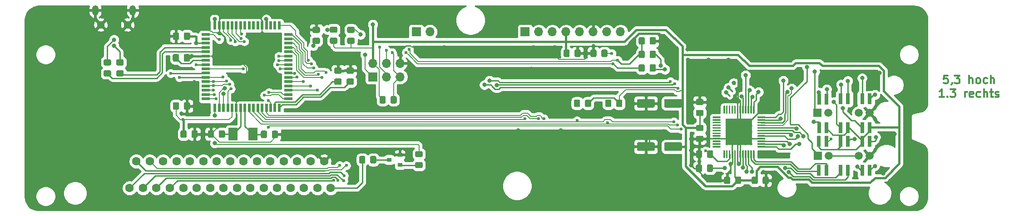
<source format=gtl>
%TF.GenerationSoftware,KiCad,Pcbnew,(5.1.6-0)*%
%TF.CreationDate,2023-03-06T10:11:25+01:00*%
%TF.ProjectId,A500KB,41353030-4b42-42e6-9b69-6361645f7063,3*%
%TF.SameCoordinates,Original*%
%TF.FileFunction,Copper,L1,Top*%
%TF.FilePolarity,Positive*%
%FSLAX46Y46*%
G04 Gerber Fmt 4.6, Leading zero omitted, Abs format (unit mm)*
G04 Created by KiCad (PCBNEW (5.1.6-0)) date 2023-03-06 10:11:25*
%MOMM*%
%LPD*%
G01*
G04 APERTURE LIST*
%TA.AperFunction,NonConductor*%
%ADD10C,0.300000*%
%TD*%
%TA.AperFunction,SMDPad,CuDef*%
%ADD11R,0.800000X2.000000*%
%TD*%
%TA.AperFunction,ComponentPad*%
%ADD12O,1.200000X1.900000*%
%TD*%
%TA.AperFunction,ComponentPad*%
%ADD13C,1.450000*%
%TD*%
%TA.AperFunction,SMDPad,CuDef*%
%ADD14R,0.900000X0.800000*%
%TD*%
%TA.AperFunction,ViaPad*%
%ADD15C,0.500000*%
%TD*%
%TA.AperFunction,SMDPad,CuDef*%
%ADD16R,5.000000X5.000000*%
%TD*%
%TA.AperFunction,ComponentPad*%
%ADD17C,1.500000*%
%TD*%
%TA.AperFunction,ComponentPad*%
%ADD18R,1.500000X1.500000*%
%TD*%
%TA.AperFunction,ComponentPad*%
%ADD19O,1.700000X1.700000*%
%TD*%
%TA.AperFunction,ComponentPad*%
%ADD20R,1.700000X1.700000*%
%TD*%
%TA.AperFunction,SMDPad,CuDef*%
%ADD21R,1.700000X2.400000*%
%TD*%
%TA.AperFunction,SMDPad,CuDef*%
%ADD22R,0.550000X1.500000*%
%TD*%
%TA.AperFunction,SMDPad,CuDef*%
%ADD23R,1.500000X0.550000*%
%TD*%
%TA.AperFunction,ComponentPad*%
%ADD24C,1.600000*%
%TD*%
%TA.AperFunction,ViaPad*%
%ADD25C,0.800000*%
%TD*%
%TA.AperFunction,ViaPad*%
%ADD26C,1.200000*%
%TD*%
%TA.AperFunction,ViaPad*%
%ADD27C,0.600000*%
%TD*%
%TA.AperFunction,Conductor*%
%ADD28C,0.250000*%
%TD*%
%TA.AperFunction,Conductor*%
%ADD29C,0.200000*%
%TD*%
%TA.AperFunction,Conductor*%
%ADD30C,0.400000*%
%TD*%
%TA.AperFunction,Conductor*%
%ADD31C,0.254000*%
%TD*%
G04 APERTURE END LIST*
D10*
X475404834Y-236338451D02*
X474690548Y-236338451D01*
X474619120Y-237052737D01*
X474690548Y-236981308D01*
X474833405Y-236909880D01*
X475190548Y-236909880D01*
X475333405Y-236981308D01*
X475404834Y-237052737D01*
X475476262Y-237195594D01*
X475476262Y-237552737D01*
X475404834Y-237695594D01*
X475333405Y-237767022D01*
X475190548Y-237838451D01*
X474833405Y-237838451D01*
X474690548Y-237767022D01*
X474619120Y-237695594D01*
X476190548Y-237767022D02*
X476190548Y-237838451D01*
X476119120Y-237981308D01*
X476047691Y-238052737D01*
X476690548Y-236338451D02*
X477619120Y-236338451D01*
X477119120Y-236909880D01*
X477333405Y-236909880D01*
X477476262Y-236981308D01*
X477547691Y-237052737D01*
X477619120Y-237195594D01*
X477619120Y-237552737D01*
X477547691Y-237695594D01*
X477476262Y-237767022D01*
X477333405Y-237838451D01*
X476904834Y-237838451D01*
X476761977Y-237767022D01*
X476690548Y-237695594D01*
X479404834Y-237838451D02*
X479404834Y-236338451D01*
X480047691Y-237838451D02*
X480047691Y-237052737D01*
X479976262Y-236909880D01*
X479833405Y-236838451D01*
X479619120Y-236838451D01*
X479476262Y-236909880D01*
X479404834Y-236981308D01*
X480976262Y-237838451D02*
X480833405Y-237767022D01*
X480761977Y-237695594D01*
X480690548Y-237552737D01*
X480690548Y-237124165D01*
X480761977Y-236981308D01*
X480833405Y-236909880D01*
X480976262Y-236838451D01*
X481190548Y-236838451D01*
X481333405Y-236909880D01*
X481404834Y-236981308D01*
X481476262Y-237124165D01*
X481476262Y-237552737D01*
X481404834Y-237695594D01*
X481333405Y-237767022D01*
X481190548Y-237838451D01*
X480976262Y-237838451D01*
X482761977Y-237767022D02*
X482619120Y-237838451D01*
X482333405Y-237838451D01*
X482190548Y-237767022D01*
X482119120Y-237695594D01*
X482047691Y-237552737D01*
X482047691Y-237124165D01*
X482119120Y-236981308D01*
X482190548Y-236909880D01*
X482333405Y-236838451D01*
X482619120Y-236838451D01*
X482761977Y-236909880D01*
X483404834Y-237838451D02*
X483404834Y-236338451D01*
X484047691Y-237838451D02*
X484047691Y-237052737D01*
X483976262Y-236909880D01*
X483833405Y-236838451D01*
X483619120Y-236838451D01*
X483476262Y-236909880D01*
X483404834Y-236981308D01*
X474690548Y-240388451D02*
X473833405Y-240388451D01*
X474261977Y-240388451D02*
X474261977Y-238888451D01*
X474119120Y-239102737D01*
X473976262Y-239245594D01*
X473833405Y-239317022D01*
X475333405Y-240245594D02*
X475404834Y-240317022D01*
X475333405Y-240388451D01*
X475261977Y-240317022D01*
X475333405Y-240245594D01*
X475333405Y-240388451D01*
X475904834Y-238888451D02*
X476833405Y-238888451D01*
X476333405Y-239459880D01*
X476547691Y-239459880D01*
X476690548Y-239531308D01*
X476761977Y-239602737D01*
X476833405Y-239745594D01*
X476833405Y-240102737D01*
X476761977Y-240245594D01*
X476690548Y-240317022D01*
X476547691Y-240388451D01*
X476119120Y-240388451D01*
X475976262Y-240317022D01*
X475904834Y-240245594D01*
X478619120Y-240388451D02*
X478619120Y-239388451D01*
X478619120Y-239674165D02*
X478690548Y-239531308D01*
X478761977Y-239459880D01*
X478904834Y-239388451D01*
X479047691Y-239388451D01*
X480119120Y-240317022D02*
X479976262Y-240388451D01*
X479690548Y-240388451D01*
X479547691Y-240317022D01*
X479476262Y-240174165D01*
X479476262Y-239602737D01*
X479547691Y-239459880D01*
X479690548Y-239388451D01*
X479976262Y-239388451D01*
X480119120Y-239459880D01*
X480190548Y-239602737D01*
X480190548Y-239745594D01*
X479476262Y-239888451D01*
X481476262Y-240317022D02*
X481333405Y-240388451D01*
X481047691Y-240388451D01*
X480904834Y-240317022D01*
X480833405Y-240245594D01*
X480761977Y-240102737D01*
X480761977Y-239674165D01*
X480833405Y-239531308D01*
X480904834Y-239459880D01*
X481047691Y-239388451D01*
X481333405Y-239388451D01*
X481476262Y-239459880D01*
X482119120Y-240388451D02*
X482119120Y-238888451D01*
X482761977Y-240388451D02*
X482761977Y-239602737D01*
X482690548Y-239459880D01*
X482547691Y-239388451D01*
X482333405Y-239388451D01*
X482190548Y-239459880D01*
X482119120Y-239531308D01*
X483261977Y-239388451D02*
X483833405Y-239388451D01*
X483476262Y-238888451D02*
X483476262Y-240174165D01*
X483547691Y-240317022D01*
X483690548Y-240388451D01*
X483833405Y-240388451D01*
X484261977Y-240317022D02*
X484404834Y-240388451D01*
X484690548Y-240388451D01*
X484833405Y-240317022D01*
X484904834Y-240174165D01*
X484904834Y-240102737D01*
X484833405Y-239959880D01*
X484690548Y-239888451D01*
X484476262Y-239888451D01*
X484333405Y-239817022D01*
X484261977Y-239674165D01*
X484261977Y-239602737D01*
X484333405Y-239459880D01*
X484476262Y-239388451D01*
X484690548Y-239388451D01*
X484833405Y-239459880D01*
D11*
%TO.P,D51,2*%
%TO.N,Net-(D51-Pad2)*%
X451383400Y-240737500D03*
%TO.P,D51,3*%
%TO.N,Net-(D51-Pad3)*%
X451383400Y-246137500D03*
%TO.P,D51,4*%
%TO.N,+5V*%
X452783400Y-246137500D03*
%TO.P,D51,1*%
%TO.N,Net-(D51-Pad1)*%
X452783400Y-240737500D03*
%TD*%
D12*
%TO.P,J2,6*%
%TO.N,GND*%
X323450000Y-224150000D03*
X316450000Y-224150000D03*
D13*
X322450000Y-226850000D03*
X317450000Y-226850000D03*
%TD*%
%TO.P,R16,2*%
%TO.N,+5V*%
%TA.AperFunction,SMDPad,CuDef*%
G36*
G01*
X360435739Y-229259440D02*
X361335741Y-229259440D01*
G75*
G02*
X361585740Y-229509439I0J-249999D01*
G01*
X361585740Y-230159441D01*
G75*
G02*
X361335741Y-230409440I-249999J0D01*
G01*
X360435739Y-230409440D01*
G75*
G02*
X360185740Y-230159441I0J249999D01*
G01*
X360185740Y-229509439D01*
G75*
G02*
X360435739Y-229259440I249999J0D01*
G01*
G37*
%TD.AperFunction*%
%TO.P,R16,1*%
%TO.N,/IN_LED4*%
%TA.AperFunction,SMDPad,CuDef*%
G36*
G01*
X360435739Y-227209440D02*
X361335741Y-227209440D01*
G75*
G02*
X361585740Y-227459439I0J-249999D01*
G01*
X361585740Y-228109441D01*
G75*
G02*
X361335741Y-228359440I-249999J0D01*
G01*
X360435739Y-228359440D01*
G75*
G02*
X360185740Y-228109441I0J249999D01*
G01*
X360185740Y-227459439D01*
G75*
G02*
X360435739Y-227209440I249999J0D01*
G01*
G37*
%TD.AperFunction*%
%TD*%
%TO.P,R15,2*%
%TO.N,+5V*%
%TA.AperFunction,SMDPad,CuDef*%
G36*
G01*
X363661539Y-229282520D02*
X364561541Y-229282520D01*
G75*
G02*
X364811540Y-229532519I0J-249999D01*
G01*
X364811540Y-230182521D01*
G75*
G02*
X364561541Y-230432520I-249999J0D01*
G01*
X363661539Y-230432520D01*
G75*
G02*
X363411540Y-230182521I0J249999D01*
G01*
X363411540Y-229532519D01*
G75*
G02*
X363661539Y-229282520I249999J0D01*
G01*
G37*
%TD.AperFunction*%
%TO.P,R15,1*%
%TO.N,/IN_LED3*%
%TA.AperFunction,SMDPad,CuDef*%
G36*
G01*
X363661539Y-227232520D02*
X364561541Y-227232520D01*
G75*
G02*
X364811540Y-227482519I0J-249999D01*
G01*
X364811540Y-228132521D01*
G75*
G02*
X364561541Y-228382520I-249999J0D01*
G01*
X363661539Y-228382520D01*
G75*
G02*
X363411540Y-228132521I0J249999D01*
G01*
X363411540Y-227482519D01*
G75*
G02*
X363661539Y-227232520I249999J0D01*
G01*
G37*
%TD.AperFunction*%
%TD*%
%TO.P,R14,2*%
%TO.N,+5V*%
%TA.AperFunction,SMDPad,CuDef*%
G36*
G01*
X407748000Y-242004001D02*
X407748000Y-241103999D01*
G75*
G02*
X407997999Y-240854000I249999J0D01*
G01*
X408648001Y-240854000D01*
G75*
G02*
X408898000Y-241103999I0J-249999D01*
G01*
X408898000Y-242004001D01*
G75*
G02*
X408648001Y-242254000I-249999J0D01*
G01*
X407997999Y-242254000D01*
G75*
G02*
X407748000Y-242004001I0J249999D01*
G01*
G37*
%TD.AperFunction*%
%TO.P,R14,1*%
%TO.N,/SDA*%
%TA.AperFunction,SMDPad,CuDef*%
G36*
G01*
X405698000Y-242004001D02*
X405698000Y-241103999D01*
G75*
G02*
X405947999Y-240854000I249999J0D01*
G01*
X406598001Y-240854000D01*
G75*
G02*
X406848000Y-241103999I0J-249999D01*
G01*
X406848000Y-242004001D01*
G75*
G02*
X406598001Y-242254000I-249999J0D01*
G01*
X405947999Y-242254000D01*
G75*
G02*
X405698000Y-242004001I0J249999D01*
G01*
G37*
%TD.AperFunction*%
%TD*%
%TO.P,R13,2*%
%TO.N,+5V*%
%TA.AperFunction,SMDPad,CuDef*%
G36*
G01*
X413572000Y-242004001D02*
X413572000Y-241103999D01*
G75*
G02*
X413821999Y-240854000I249999J0D01*
G01*
X414472001Y-240854000D01*
G75*
G02*
X414722000Y-241103999I0J-249999D01*
G01*
X414722000Y-242004001D01*
G75*
G02*
X414472001Y-242254000I-249999J0D01*
G01*
X413821999Y-242254000D01*
G75*
G02*
X413572000Y-242004001I0J249999D01*
G01*
G37*
%TD.AperFunction*%
%TO.P,R13,1*%
%TO.N,/SCL*%
%TA.AperFunction,SMDPad,CuDef*%
G36*
G01*
X411522000Y-242004001D02*
X411522000Y-241103999D01*
G75*
G02*
X411771999Y-240854000I249999J0D01*
G01*
X412422001Y-240854000D01*
G75*
G02*
X412672000Y-241103999I0J-249999D01*
G01*
X412672000Y-242004001D01*
G75*
G02*
X412422001Y-242254000I-249999J0D01*
G01*
X411771999Y-242254000D01*
G75*
G02*
X411522000Y-242004001I0J249999D01*
G01*
G37*
%TD.AperFunction*%
%TD*%
%TO.P,R12,2*%
%TO.N,/DRVLED*%
%TA.AperFunction,SMDPad,CuDef*%
G36*
G01*
X418913000Y-229419999D02*
X418913000Y-230320001D01*
G75*
G02*
X418663001Y-230570000I-249999J0D01*
G01*
X418012999Y-230570000D01*
G75*
G02*
X417763000Y-230320001I0J249999D01*
G01*
X417763000Y-229419999D01*
G75*
G02*
X418012999Y-229170000I249999J0D01*
G01*
X418663001Y-229170000D01*
G75*
G02*
X418913000Y-229419999I0J-249999D01*
G01*
G37*
%TD.AperFunction*%
%TO.P,R12,1*%
%TO.N,GND*%
%TA.AperFunction,SMDPad,CuDef*%
G36*
G01*
X420963000Y-229419999D02*
X420963000Y-230320001D01*
G75*
G02*
X420713001Y-230570000I-249999J0D01*
G01*
X420062999Y-230570000D01*
G75*
G02*
X419813000Y-230320001I0J249999D01*
G01*
X419813000Y-229419999D01*
G75*
G02*
X420062999Y-229170000I249999J0D01*
G01*
X420713001Y-229170000D01*
G75*
G02*
X420963000Y-229419999I0J-249999D01*
G01*
G37*
%TD.AperFunction*%
%TD*%
%TO.P,R11,2*%
%TO.N,/SPARE2*%
%TA.AperFunction,SMDPad,CuDef*%
G36*
G01*
X363531999Y-236915000D02*
X364432001Y-236915000D01*
G75*
G02*
X364682000Y-237164999I0J-249999D01*
G01*
X364682000Y-237815001D01*
G75*
G02*
X364432001Y-238065000I-249999J0D01*
G01*
X363531999Y-238065000D01*
G75*
G02*
X363282000Y-237815001I0J249999D01*
G01*
X363282000Y-237164999D01*
G75*
G02*
X363531999Y-236915000I249999J0D01*
G01*
G37*
%TD.AperFunction*%
%TO.P,R11,1*%
%TO.N,GND*%
%TA.AperFunction,SMDPad,CuDef*%
G36*
G01*
X363531999Y-234865000D02*
X364432001Y-234865000D01*
G75*
G02*
X364682000Y-235114999I0J-249999D01*
G01*
X364682000Y-235765001D01*
G75*
G02*
X364432001Y-236015000I-249999J0D01*
G01*
X363531999Y-236015000D01*
G75*
G02*
X363282000Y-235765001I0J249999D01*
G01*
X363282000Y-235114999D01*
G75*
G02*
X363531999Y-234865000I249999J0D01*
G01*
G37*
%TD.AperFunction*%
%TD*%
%TO.P,R10,2*%
%TO.N,/SPARE1*%
%TA.AperFunction,SMDPad,CuDef*%
G36*
G01*
X361245999Y-236924000D02*
X362146001Y-236924000D01*
G75*
G02*
X362396000Y-237173999I0J-249999D01*
G01*
X362396000Y-237824001D01*
G75*
G02*
X362146001Y-238074000I-249999J0D01*
G01*
X361245999Y-238074000D01*
G75*
G02*
X360996000Y-237824001I0J249999D01*
G01*
X360996000Y-237173999D01*
G75*
G02*
X361245999Y-236924000I249999J0D01*
G01*
G37*
%TD.AperFunction*%
%TO.P,R10,1*%
%TO.N,GND*%
%TA.AperFunction,SMDPad,CuDef*%
G36*
G01*
X361245999Y-234874000D02*
X362146001Y-234874000D01*
G75*
G02*
X362396000Y-235123999I0J-249999D01*
G01*
X362396000Y-235774001D01*
G75*
G02*
X362146001Y-236024000I-249999J0D01*
G01*
X361245999Y-236024000D01*
G75*
G02*
X360996000Y-235774001I0J249999D01*
G01*
X360996000Y-235123999D01*
G75*
G02*
X361245999Y-234874000I249999J0D01*
G01*
G37*
%TD.AperFunction*%
%TD*%
%TO.P,R9,2*%
%TO.N,/DRVLED*%
%TA.AperFunction,SMDPad,CuDef*%
G36*
G01*
X418904000Y-231959999D02*
X418904000Y-232860001D01*
G75*
G02*
X418654001Y-233110000I-249999J0D01*
G01*
X418003999Y-233110000D01*
G75*
G02*
X417754000Y-232860001I0J249999D01*
G01*
X417754000Y-231959999D01*
G75*
G02*
X418003999Y-231710000I249999J0D01*
G01*
X418654001Y-231710000D01*
G75*
G02*
X418904000Y-231959999I0J-249999D01*
G01*
G37*
%TD.AperFunction*%
%TO.P,R9,1*%
%TO.N,/FLED*%
%TA.AperFunction,SMDPad,CuDef*%
G36*
G01*
X420954000Y-231959999D02*
X420954000Y-232860001D01*
G75*
G02*
X420704001Y-233110000I-249999J0D01*
G01*
X420053999Y-233110000D01*
G75*
G02*
X419804000Y-232860001I0J249999D01*
G01*
X419804000Y-231959999D01*
G75*
G02*
X420053999Y-231710000I249999J0D01*
G01*
X420704001Y-231710000D01*
G75*
G02*
X420954000Y-231959999I0J-249999D01*
G01*
G37*
%TD.AperFunction*%
%TD*%
%TO.P,R8,2*%
%TO.N,/PWRLED*%
%TA.AperFunction,SMDPad,CuDef*%
G36*
G01*
X418904000Y-234499999D02*
X418904000Y-235400001D01*
G75*
G02*
X418654001Y-235650000I-249999J0D01*
G01*
X418003999Y-235650000D01*
G75*
G02*
X417754000Y-235400001I0J249999D01*
G01*
X417754000Y-234499999D01*
G75*
G02*
X418003999Y-234250000I249999J0D01*
G01*
X418654001Y-234250000D01*
G75*
G02*
X418904000Y-234499999I0J-249999D01*
G01*
G37*
%TD.AperFunction*%
%TO.P,R8,1*%
%TO.N,/PLED*%
%TA.AperFunction,SMDPad,CuDef*%
G36*
G01*
X420954000Y-234499999D02*
X420954000Y-235400001D01*
G75*
G02*
X420704001Y-235650000I-249999J0D01*
G01*
X420053999Y-235650000D01*
G75*
G02*
X419804000Y-235400001I0J249999D01*
G01*
X419804000Y-234499999D01*
G75*
G02*
X420053999Y-234250000I249999J0D01*
G01*
X420704001Y-234250000D01*
G75*
G02*
X420954000Y-234499999I0J-249999D01*
G01*
G37*
%TD.AperFunction*%
%TD*%
%TO.P,C16,2*%
%TO.N,GND*%
%TA.AperFunction,SMDPad,CuDef*%
G36*
G01*
X420762500Y-241000000D02*
X420762500Y-242100000D01*
G75*
G02*
X420512500Y-242350000I-250000J0D01*
G01*
X417687500Y-242350000D01*
G75*
G02*
X417437500Y-242100000I0J250000D01*
G01*
X417437500Y-241000000D01*
G75*
G02*
X417687500Y-240750000I250000J0D01*
G01*
X420512500Y-240750000D01*
G75*
G02*
X420762500Y-241000000I0J-250000D01*
G01*
G37*
%TD.AperFunction*%
%TO.P,C16,1*%
%TO.N,+5V*%
%TA.AperFunction,SMDPad,CuDef*%
G36*
G01*
X425837500Y-241000000D02*
X425837500Y-242100000D01*
G75*
G02*
X425587500Y-242350000I-250000J0D01*
G01*
X422762500Y-242350000D01*
G75*
G02*
X422512500Y-242100000I0J250000D01*
G01*
X422512500Y-241000000D01*
G75*
G02*
X422762500Y-240750000I250000J0D01*
G01*
X425587500Y-240750000D01*
G75*
G02*
X425837500Y-241000000I0J-250000D01*
G01*
G37*
%TD.AperFunction*%
%TD*%
%TO.P,C15,2*%
%TO.N,GND*%
%TA.AperFunction,SMDPad,CuDef*%
G36*
G01*
X420762500Y-249100000D02*
X420762500Y-250200000D01*
G75*
G02*
X420512500Y-250450000I-250000J0D01*
G01*
X417687500Y-250450000D01*
G75*
G02*
X417437500Y-250200000I0J250000D01*
G01*
X417437500Y-249100000D01*
G75*
G02*
X417687500Y-248850000I250000J0D01*
G01*
X420512500Y-248850000D01*
G75*
G02*
X420762500Y-249100000I0J-250000D01*
G01*
G37*
%TD.AperFunction*%
%TO.P,C15,1*%
%TO.N,+5V*%
%TA.AperFunction,SMDPad,CuDef*%
G36*
G01*
X425837500Y-249100000D02*
X425837500Y-250200000D01*
G75*
G02*
X425587500Y-250450000I-250000J0D01*
G01*
X422762500Y-250450000D01*
G75*
G02*
X422512500Y-250200000I0J250000D01*
G01*
X422512500Y-249100000D01*
G75*
G02*
X422762500Y-248850000I250000J0D01*
G01*
X425587500Y-248850000D01*
G75*
G02*
X425837500Y-249100000I0J-250000D01*
G01*
G37*
%TD.AperFunction*%
%TD*%
%TO.P,R7,2*%
%TO.N,Net-(R7-Pad2)*%
%TA.AperFunction,SMDPad,CuDef*%
G36*
G01*
X430475000Y-254150001D02*
X430475000Y-253249999D01*
G75*
G02*
X430724999Y-253000000I249999J0D01*
G01*
X431375001Y-253000000D01*
G75*
G02*
X431625000Y-253249999I0J-249999D01*
G01*
X431625000Y-254150001D01*
G75*
G02*
X431375001Y-254400000I-249999J0D01*
G01*
X430724999Y-254400000D01*
G75*
G02*
X430475000Y-254150001I0J249999D01*
G01*
G37*
%TD.AperFunction*%
%TO.P,R7,1*%
%TO.N,GND*%
%TA.AperFunction,SMDPad,CuDef*%
G36*
G01*
X428425000Y-254150001D02*
X428425000Y-253249999D01*
G75*
G02*
X428674999Y-253000000I249999J0D01*
G01*
X429325001Y-253000000D01*
G75*
G02*
X429575000Y-253249999I0J-249999D01*
G01*
X429575000Y-254150001D01*
G75*
G02*
X429325001Y-254400000I-249999J0D01*
G01*
X428674999Y-254400000D01*
G75*
G02*
X428425000Y-254150001I0J249999D01*
G01*
G37*
%TD.AperFunction*%
%TD*%
%TO.P,R6,2*%
%TO.N,GND*%
%TA.AperFunction,SMDPad,CuDef*%
G36*
G01*
X409900000Y-231749999D02*
X409900000Y-232650001D01*
G75*
G02*
X409650001Y-232900000I-249999J0D01*
G01*
X408999999Y-232900000D01*
G75*
G02*
X408750000Y-232650001I0J249999D01*
G01*
X408750000Y-231749999D01*
G75*
G02*
X408999999Y-231500000I249999J0D01*
G01*
X409650001Y-231500000D01*
G75*
G02*
X409900000Y-231749999I0J-249999D01*
G01*
G37*
%TD.AperFunction*%
%TO.P,R6,1*%
%TO.N,/PWRLED*%
%TA.AperFunction,SMDPad,CuDef*%
G36*
G01*
X411950000Y-231749999D02*
X411950000Y-232650001D01*
G75*
G02*
X411700001Y-232900000I-249999J0D01*
G01*
X411049999Y-232900000D01*
G75*
G02*
X410800000Y-232650001I0J249999D01*
G01*
X410800000Y-231749999D01*
G75*
G02*
X411049999Y-231500000I249999J0D01*
G01*
X411700001Y-231500000D01*
G75*
G02*
X411950000Y-231749999I0J-249999D01*
G01*
G37*
%TD.AperFunction*%
%TD*%
%TO.P,R5,2*%
%TO.N,+5V*%
%TA.AperFunction,SMDPad,CuDef*%
G36*
G01*
X370600000Y-240449999D02*
X370600000Y-241350001D01*
G75*
G02*
X370350001Y-241600000I-249999J0D01*
G01*
X369699999Y-241600000D01*
G75*
G02*
X369450000Y-241350001I0J249999D01*
G01*
X369450000Y-240449999D01*
G75*
G02*
X369699999Y-240200000I249999J0D01*
G01*
X370350001Y-240200000D01*
G75*
G02*
X370600000Y-240449999I0J-249999D01*
G01*
G37*
%TD.AperFunction*%
%TO.P,R5,1*%
%TO.N,/AT90_RESET*%
%TA.AperFunction,SMDPad,CuDef*%
G36*
G01*
X372650000Y-240449999D02*
X372650000Y-241350001D01*
G75*
G02*
X372400001Y-241600000I-249999J0D01*
G01*
X371749999Y-241600000D01*
G75*
G02*
X371500000Y-241350001I0J249999D01*
G01*
X371500000Y-240449999D01*
G75*
G02*
X371749999Y-240200000I249999J0D01*
G01*
X372400001Y-240200000D01*
G75*
G02*
X372650000Y-240449999I0J-249999D01*
G01*
G37*
%TD.AperFunction*%
%TD*%
%TO.P,R4,2*%
%TO.N,/D--*%
%TA.AperFunction,SMDPad,CuDef*%
G36*
G01*
X321500001Y-234475000D02*
X320599999Y-234475000D01*
G75*
G02*
X320350000Y-234225001I0J249999D01*
G01*
X320350000Y-233574999D01*
G75*
G02*
X320599999Y-233325000I249999J0D01*
G01*
X321500001Y-233325000D01*
G75*
G02*
X321750000Y-233574999I0J-249999D01*
G01*
X321750000Y-234225001D01*
G75*
G02*
X321500001Y-234475000I-249999J0D01*
G01*
G37*
%TD.AperFunction*%
%TO.P,R4,1*%
%TO.N,/D-*%
%TA.AperFunction,SMDPad,CuDef*%
G36*
G01*
X321500001Y-236525000D02*
X320599999Y-236525000D01*
G75*
G02*
X320350000Y-236275001I0J249999D01*
G01*
X320350000Y-235624999D01*
G75*
G02*
X320599999Y-235375000I249999J0D01*
G01*
X321500001Y-235375000D01*
G75*
G02*
X321750000Y-235624999I0J-249999D01*
G01*
X321750000Y-236275001D01*
G75*
G02*
X321500001Y-236525000I-249999J0D01*
G01*
G37*
%TD.AperFunction*%
%TD*%
%TO.P,R3,2*%
%TO.N,/D++*%
%TA.AperFunction,SMDPad,CuDef*%
G36*
G01*
X319150001Y-234475000D02*
X318249999Y-234475000D01*
G75*
G02*
X318000000Y-234225001I0J249999D01*
G01*
X318000000Y-233574999D01*
G75*
G02*
X318249999Y-233325000I249999J0D01*
G01*
X319150001Y-233325000D01*
G75*
G02*
X319400000Y-233574999I0J-249999D01*
G01*
X319400000Y-234225001D01*
G75*
G02*
X319150001Y-234475000I-249999J0D01*
G01*
G37*
%TD.AperFunction*%
%TO.P,R3,1*%
%TO.N,/D+*%
%TA.AperFunction,SMDPad,CuDef*%
G36*
G01*
X319150001Y-236525000D02*
X318249999Y-236525000D01*
G75*
G02*
X318000000Y-236275001I0J249999D01*
G01*
X318000000Y-235624999D01*
G75*
G02*
X318249999Y-235375000I249999J0D01*
G01*
X319150001Y-235375000D01*
G75*
G02*
X319400000Y-235624999I0J-249999D01*
G01*
X319400000Y-236275001D01*
G75*
G02*
X319150001Y-236525000I-249999J0D01*
G01*
G37*
%TD.AperFunction*%
%TD*%
%TO.P,R2,2*%
%TO.N,Net-(Q1-Pad3)*%
%TA.AperFunction,SMDPad,CuDef*%
G36*
G01*
X367700000Y-252550001D02*
X367700000Y-251649999D01*
G75*
G02*
X367949999Y-251400000I249999J0D01*
G01*
X368600001Y-251400000D01*
G75*
G02*
X368850000Y-251649999I0J-249999D01*
G01*
X368850000Y-252550001D01*
G75*
G02*
X368600001Y-252800000I-249999J0D01*
G01*
X367949999Y-252800000D01*
G75*
G02*
X367700000Y-252550001I0J249999D01*
G01*
G37*
%TD.AperFunction*%
%TO.P,R2,1*%
%TO.N,CAPSLED*%
%TA.AperFunction,SMDPad,CuDef*%
G36*
G01*
X365650000Y-252550001D02*
X365650000Y-251649999D01*
G75*
G02*
X365899999Y-251400000I249999J0D01*
G01*
X366550001Y-251400000D01*
G75*
G02*
X366800000Y-251649999I0J-249999D01*
G01*
X366800000Y-252550001D01*
G75*
G02*
X366550001Y-252800000I-249999J0D01*
G01*
X365899999Y-252800000D01*
G75*
G02*
X365650000Y-252550001I0J249999D01*
G01*
G37*
%TD.AperFunction*%
%TD*%
%TO.P,R1,2*%
%TO.N,CAPS*%
%TA.AperFunction,SMDPad,CuDef*%
G36*
G01*
X377250001Y-251625000D02*
X376349999Y-251625000D01*
G75*
G02*
X376100000Y-251375001I0J249999D01*
G01*
X376100000Y-250724999D01*
G75*
G02*
X376349999Y-250475000I249999J0D01*
G01*
X377250001Y-250475000D01*
G75*
G02*
X377500000Y-250724999I0J-249999D01*
G01*
X377500000Y-251375001D01*
G75*
G02*
X377250001Y-251625000I-249999J0D01*
G01*
G37*
%TD.AperFunction*%
%TO.P,R1,1*%
%TO.N,Net-(Q1-Pad1)*%
%TA.AperFunction,SMDPad,CuDef*%
G36*
G01*
X377250001Y-253675000D02*
X376349999Y-253675000D01*
G75*
G02*
X376100000Y-253425001I0J249999D01*
G01*
X376100000Y-252774999D01*
G75*
G02*
X376349999Y-252525000I249999J0D01*
G01*
X377250001Y-252525000D01*
G75*
G02*
X377500000Y-252774999I0J-249999D01*
G01*
X377500000Y-253425001D01*
G75*
G02*
X377250001Y-253675000I-249999J0D01*
G01*
G37*
%TD.AperFunction*%
%TD*%
D14*
%TO.P,Q1,3*%
%TO.N,Net-(Q1-Pad3)*%
X371250000Y-252100000D03*
%TO.P,Q1,2*%
%TO.N,GND*%
X373250000Y-251150000D03*
%TO.P,Q1,1*%
%TO.N,Net-(Q1-Pad1)*%
X373250000Y-253050000D03*
%TD*%
%TO.P,C9,2*%
%TO.N,GND*%
%TA.AperFunction,SMDPad,CuDef*%
G36*
G01*
X434825000Y-255499999D02*
X434825000Y-256400001D01*
G75*
G02*
X434575001Y-256650000I-249999J0D01*
G01*
X433924999Y-256650000D01*
G75*
G02*
X433675000Y-256400001I0J249999D01*
G01*
X433675000Y-255499999D01*
G75*
G02*
X433924999Y-255250000I249999J0D01*
G01*
X434575001Y-255250000D01*
G75*
G02*
X434825000Y-255499999I0J-249999D01*
G01*
G37*
%TD.AperFunction*%
%TO.P,C9,1*%
%TO.N,+5V*%
%TA.AperFunction,SMDPad,CuDef*%
G36*
G01*
X436875000Y-255499999D02*
X436875000Y-256400001D01*
G75*
G02*
X436625001Y-256650000I-249999J0D01*
G01*
X435974999Y-256650000D01*
G75*
G02*
X435725000Y-256400001I0J249999D01*
G01*
X435725000Y-255499999D01*
G75*
G02*
X435974999Y-255250000I249999J0D01*
G01*
X436625001Y-255250000D01*
G75*
G02*
X436875000Y-255499999I0J-249999D01*
G01*
G37*
%TD.AperFunction*%
%TD*%
%TO.P,C13,2*%
%TO.N,GND*%
%TA.AperFunction,SMDPad,CuDef*%
G36*
G01*
X429600000Y-250599999D02*
X429600000Y-251500001D01*
G75*
G02*
X429350001Y-251750000I-249999J0D01*
G01*
X428699999Y-251750000D01*
G75*
G02*
X428450000Y-251500001I0J249999D01*
G01*
X428450000Y-250599999D01*
G75*
G02*
X428699999Y-250350000I249999J0D01*
G01*
X429350001Y-250350000D01*
G75*
G02*
X429600000Y-250599999I0J-249999D01*
G01*
G37*
%TD.AperFunction*%
%TO.P,C13,1*%
%TO.N,/SDB*%
%TA.AperFunction,SMDPad,CuDef*%
G36*
G01*
X431650000Y-250599999D02*
X431650000Y-251500001D01*
G75*
G02*
X431400001Y-251750000I-249999J0D01*
G01*
X430749999Y-251750000D01*
G75*
G02*
X430500000Y-251500001I0J249999D01*
G01*
X430500000Y-250599999D01*
G75*
G02*
X430749999Y-250350000I249999J0D01*
G01*
X431400001Y-250350000D01*
G75*
G02*
X431650000Y-250599999I0J-249999D01*
G01*
G37*
%TD.AperFunction*%
%TD*%
%TO.P,C14,2*%
%TO.N,GND*%
%TA.AperFunction,SMDPad,CuDef*%
G36*
G01*
X405800000Y-232650001D02*
X405800000Y-231749999D01*
G75*
G02*
X406049999Y-231500000I249999J0D01*
G01*
X406700001Y-231500000D01*
G75*
G02*
X406950000Y-231749999I0J-249999D01*
G01*
X406950000Y-232650001D01*
G75*
G02*
X406700001Y-232900000I-249999J0D01*
G01*
X406049999Y-232900000D01*
G75*
G02*
X405800000Y-232650001I0J249999D01*
G01*
G37*
%TD.AperFunction*%
%TO.P,C14,1*%
%TO.N,+5V*%
%TA.AperFunction,SMDPad,CuDef*%
G36*
G01*
X403750000Y-232650001D02*
X403750000Y-231749999D01*
G75*
G02*
X403999999Y-231500000I249999J0D01*
G01*
X404650001Y-231500000D01*
G75*
G02*
X404900000Y-231749999I0J-249999D01*
G01*
X404900000Y-232650001D01*
G75*
G02*
X404650001Y-232900000I-249999J0D01*
G01*
X403999999Y-232900000D01*
G75*
G02*
X403750000Y-232650001I0J249999D01*
G01*
G37*
%TD.AperFunction*%
%TD*%
%TO.P,C12,2*%
%TO.N,GND*%
%TA.AperFunction,SMDPad,CuDef*%
G36*
G01*
X428699999Y-247625000D02*
X429600001Y-247625000D01*
G75*
G02*
X429850000Y-247874999I0J-249999D01*
G01*
X429850000Y-248525001D01*
G75*
G02*
X429600001Y-248775000I-249999J0D01*
G01*
X428699999Y-248775000D01*
G75*
G02*
X428450000Y-248525001I0J249999D01*
G01*
X428450000Y-247874999D01*
G75*
G02*
X428699999Y-247625000I249999J0D01*
G01*
G37*
%TD.AperFunction*%
%TO.P,C12,1*%
%TO.N,+5V*%
%TA.AperFunction,SMDPad,CuDef*%
G36*
G01*
X428699999Y-245575000D02*
X429600001Y-245575000D01*
G75*
G02*
X429850000Y-245824999I0J-249999D01*
G01*
X429850000Y-246475001D01*
G75*
G02*
X429600001Y-246725000I-249999J0D01*
G01*
X428699999Y-246725000D01*
G75*
G02*
X428450000Y-246475001I0J249999D01*
G01*
X428450000Y-245824999D01*
G75*
G02*
X428699999Y-245575000I249999J0D01*
G01*
G37*
%TD.AperFunction*%
%TD*%
%TO.P,C11,2*%
%TO.N,GND*%
%TA.AperFunction,SMDPad,CuDef*%
G36*
G01*
X440875000Y-256400001D02*
X440875000Y-255499999D01*
G75*
G02*
X441124999Y-255250000I249999J0D01*
G01*
X441775001Y-255250000D01*
G75*
G02*
X442025000Y-255499999I0J-249999D01*
G01*
X442025000Y-256400001D01*
G75*
G02*
X441775001Y-256650000I-249999J0D01*
G01*
X441124999Y-256650000D01*
G75*
G02*
X440875000Y-256400001I0J249999D01*
G01*
G37*
%TD.AperFunction*%
%TO.P,C11,1*%
%TO.N,+5V*%
%TA.AperFunction,SMDPad,CuDef*%
G36*
G01*
X438825000Y-256400001D02*
X438825000Y-255499999D01*
G75*
G02*
X439074999Y-255250000I249999J0D01*
G01*
X439725001Y-255250000D01*
G75*
G02*
X439975000Y-255499999I0J-249999D01*
G01*
X439975000Y-256400001D01*
G75*
G02*
X439725001Y-256650000I-249999J0D01*
G01*
X439074999Y-256650000D01*
G75*
G02*
X438825000Y-256400001I0J249999D01*
G01*
G37*
%TD.AperFunction*%
%TD*%
D15*
%TO.N,GND*%
%TO.C,U1*%
X434212500Y-244650000D03*
X435337500Y-244650000D03*
X436462500Y-244650000D03*
X437587500Y-244650000D03*
X438712500Y-244650000D03*
X434212500Y-245775000D03*
X435337500Y-245775000D03*
X436462500Y-245775000D03*
X437587500Y-245775000D03*
X438712500Y-245775000D03*
X434212500Y-246900000D03*
X435337500Y-246900000D03*
X436462500Y-246900000D03*
X437587500Y-246900000D03*
X438712500Y-246900000D03*
X434212500Y-248025000D03*
X435337500Y-248025000D03*
X436462500Y-248025000D03*
X437587500Y-248025000D03*
X438712500Y-248025000D03*
X434212500Y-249150000D03*
X435337500Y-249150000D03*
X436462500Y-249150000D03*
X437587500Y-249150000D03*
X438712500Y-249150000D03*
D16*
%TD*%
%TO.P,U1,49*%
%TO.N,GND*%
X436462500Y-246900000D03*
%TO.P,U1,48*%
%TO.N,/F1G*%
%TA.AperFunction,SMDPad,CuDef*%
G36*
G01*
X439362500Y-250400000D02*
X439362500Y-251725000D01*
G75*
G02*
X439287500Y-251800000I-75000J0D01*
G01*
X439137500Y-251800000D01*
G75*
G02*
X439062500Y-251725000I0J75000D01*
G01*
X439062500Y-250400000D01*
G75*
G02*
X439137500Y-250325000I75000J0D01*
G01*
X439287500Y-250325000D01*
G75*
G02*
X439362500Y-250400000I0J-75000D01*
G01*
G37*
%TD.AperFunction*%
%TO.P,U1,47*%
%TO.N,/F1R*%
%TA.AperFunction,SMDPad,CuDef*%
G36*
G01*
X438862500Y-250400000D02*
X438862500Y-251725000D01*
G75*
G02*
X438787500Y-251800000I-75000J0D01*
G01*
X438637500Y-251800000D01*
G75*
G02*
X438562500Y-251725000I0J75000D01*
G01*
X438562500Y-250400000D01*
G75*
G02*
X438637500Y-250325000I75000J0D01*
G01*
X438787500Y-250325000D01*
G75*
G02*
X438862500Y-250400000I0J-75000D01*
G01*
G37*
%TD.AperFunction*%
%TO.P,U1,46*%
%TO.N,/SCL*%
%TA.AperFunction,SMDPad,CuDef*%
G36*
G01*
X438362500Y-250400000D02*
X438362500Y-251725000D01*
G75*
G02*
X438287500Y-251800000I-75000J0D01*
G01*
X438137500Y-251800000D01*
G75*
G02*
X438062500Y-251725000I0J75000D01*
G01*
X438062500Y-250400000D01*
G75*
G02*
X438137500Y-250325000I75000J0D01*
G01*
X438287500Y-250325000D01*
G75*
G02*
X438362500Y-250400000I0J-75000D01*
G01*
G37*
%TD.AperFunction*%
%TO.P,U1,45*%
%TO.N,/SDA*%
%TA.AperFunction,SMDPad,CuDef*%
G36*
G01*
X437862500Y-250400000D02*
X437862500Y-251725000D01*
G75*
G02*
X437787500Y-251800000I-75000J0D01*
G01*
X437637500Y-251800000D01*
G75*
G02*
X437562500Y-251725000I0J75000D01*
G01*
X437562500Y-250400000D01*
G75*
G02*
X437637500Y-250325000I75000J0D01*
G01*
X437787500Y-250325000D01*
G75*
G02*
X437862500Y-250400000I0J-75000D01*
G01*
G37*
%TD.AperFunction*%
%TO.P,U1,44*%
%TO.N,Net-(R7-Pad2)*%
%TA.AperFunction,SMDPad,CuDef*%
G36*
G01*
X437362500Y-250400000D02*
X437362500Y-251725000D01*
G75*
G02*
X437287500Y-251800000I-75000J0D01*
G01*
X437137500Y-251800000D01*
G75*
G02*
X437062500Y-251725000I0J75000D01*
G01*
X437062500Y-250400000D01*
G75*
G02*
X437137500Y-250325000I75000J0D01*
G01*
X437287500Y-250325000D01*
G75*
G02*
X437362500Y-250400000I0J-75000D01*
G01*
G37*
%TD.AperFunction*%
%TO.P,U1,43*%
%TO.N,GND*%
%TA.AperFunction,SMDPad,CuDef*%
G36*
G01*
X436862500Y-250400000D02*
X436862500Y-251725000D01*
G75*
G02*
X436787500Y-251800000I-75000J0D01*
G01*
X436637500Y-251800000D01*
G75*
G02*
X436562500Y-251725000I0J75000D01*
G01*
X436562500Y-250400000D01*
G75*
G02*
X436637500Y-250325000I75000J0D01*
G01*
X436787500Y-250325000D01*
G75*
G02*
X436862500Y-250400000I0J-75000D01*
G01*
G37*
%TD.AperFunction*%
%TO.P,U1,42*%
%TA.AperFunction,SMDPad,CuDef*%
G36*
G01*
X436362500Y-250400000D02*
X436362500Y-251725000D01*
G75*
G02*
X436287500Y-251800000I-75000J0D01*
G01*
X436137500Y-251800000D01*
G75*
G02*
X436062500Y-251725000I0J75000D01*
G01*
X436062500Y-250400000D01*
G75*
G02*
X436137500Y-250325000I75000J0D01*
G01*
X436287500Y-250325000D01*
G75*
G02*
X436362500Y-250400000I0J-75000D01*
G01*
G37*
%TD.AperFunction*%
%TO.P,U1,41*%
%TO.N,+5V*%
%TA.AperFunction,SMDPad,CuDef*%
G36*
G01*
X435862500Y-250400000D02*
X435862500Y-251725000D01*
G75*
G02*
X435787500Y-251800000I-75000J0D01*
G01*
X435637500Y-251800000D01*
G75*
G02*
X435562500Y-251725000I0J75000D01*
G01*
X435562500Y-250400000D01*
G75*
G02*
X435637500Y-250325000I75000J0D01*
G01*
X435787500Y-250325000D01*
G75*
G02*
X435862500Y-250400000I0J-75000D01*
G01*
G37*
%TD.AperFunction*%
%TO.P,U1,40*%
%TO.N,GND*%
%TA.AperFunction,SMDPad,CuDef*%
G36*
G01*
X435362500Y-250400000D02*
X435362500Y-251725000D01*
G75*
G02*
X435287500Y-251800000I-75000J0D01*
G01*
X435137500Y-251800000D01*
G75*
G02*
X435062500Y-251725000I0J75000D01*
G01*
X435062500Y-250400000D01*
G75*
G02*
X435137500Y-250325000I75000J0D01*
G01*
X435287500Y-250325000D01*
G75*
G02*
X435362500Y-250400000I0J-75000D01*
G01*
G37*
%TD.AperFunction*%
%TO.P,U1,39*%
%TO.N,/SDB*%
%TA.AperFunction,SMDPad,CuDef*%
G36*
G01*
X434862500Y-250400000D02*
X434862500Y-251725000D01*
G75*
G02*
X434787500Y-251800000I-75000J0D01*
G01*
X434637500Y-251800000D01*
G75*
G02*
X434562500Y-251725000I0J75000D01*
G01*
X434562500Y-250400000D01*
G75*
G02*
X434637500Y-250325000I75000J0D01*
G01*
X434787500Y-250325000D01*
G75*
G02*
X434862500Y-250400000I0J-75000D01*
G01*
G37*
%TD.AperFunction*%
%TO.P,U1,38*%
%TO.N,N/C*%
%TA.AperFunction,SMDPad,CuDef*%
G36*
G01*
X434362500Y-250400000D02*
X434362500Y-251725000D01*
G75*
G02*
X434287500Y-251800000I-75000J0D01*
G01*
X434137500Y-251800000D01*
G75*
G02*
X434062500Y-251725000I0J75000D01*
G01*
X434062500Y-250400000D01*
G75*
G02*
X434137500Y-250325000I75000J0D01*
G01*
X434287500Y-250325000D01*
G75*
G02*
X434362500Y-250400000I0J-75000D01*
G01*
G37*
%TD.AperFunction*%
%TO.P,U1,37*%
%TA.AperFunction,SMDPad,CuDef*%
G36*
G01*
X433862500Y-250400000D02*
X433862500Y-251725000D01*
G75*
G02*
X433787500Y-251800000I-75000J0D01*
G01*
X433637500Y-251800000D01*
G75*
G02*
X433562500Y-251725000I0J75000D01*
G01*
X433562500Y-250400000D01*
G75*
G02*
X433637500Y-250325000I75000J0D01*
G01*
X433787500Y-250325000D01*
G75*
G02*
X433862500Y-250400000I0J-75000D01*
G01*
G37*
%TD.AperFunction*%
%TO.P,U1,36*%
%TA.AperFunction,SMDPad,CuDef*%
G36*
G01*
X433037500Y-249575000D02*
X433037500Y-249725000D01*
G75*
G02*
X432962500Y-249800000I-75000J0D01*
G01*
X431637500Y-249800000D01*
G75*
G02*
X431562500Y-249725000I0J75000D01*
G01*
X431562500Y-249575000D01*
G75*
G02*
X431637500Y-249500000I75000J0D01*
G01*
X432962500Y-249500000D01*
G75*
G02*
X433037500Y-249575000I0J-75000D01*
G01*
G37*
%TD.AperFunction*%
%TO.P,U1,35*%
%TA.AperFunction,SMDPad,CuDef*%
G36*
G01*
X433037500Y-249075000D02*
X433037500Y-249225000D01*
G75*
G02*
X432962500Y-249300000I-75000J0D01*
G01*
X431637500Y-249300000D01*
G75*
G02*
X431562500Y-249225000I0J75000D01*
G01*
X431562500Y-249075000D01*
G75*
G02*
X431637500Y-249000000I75000J0D01*
G01*
X432962500Y-249000000D01*
G75*
G02*
X433037500Y-249075000I0J-75000D01*
G01*
G37*
%TD.AperFunction*%
%TO.P,U1,34*%
%TA.AperFunction,SMDPad,CuDef*%
G36*
G01*
X433037500Y-248575000D02*
X433037500Y-248725000D01*
G75*
G02*
X432962500Y-248800000I-75000J0D01*
G01*
X431637500Y-248800000D01*
G75*
G02*
X431562500Y-248725000I0J75000D01*
G01*
X431562500Y-248575000D01*
G75*
G02*
X431637500Y-248500000I75000J0D01*
G01*
X432962500Y-248500000D01*
G75*
G02*
X433037500Y-248575000I0J-75000D01*
G01*
G37*
%TD.AperFunction*%
%TO.P,U1,33*%
%TO.N,GND*%
%TA.AperFunction,SMDPad,CuDef*%
G36*
G01*
X433037500Y-248075000D02*
X433037500Y-248225000D01*
G75*
G02*
X432962500Y-248300000I-75000J0D01*
G01*
X431637500Y-248300000D01*
G75*
G02*
X431562500Y-248225000I0J75000D01*
G01*
X431562500Y-248075000D01*
G75*
G02*
X431637500Y-248000000I75000J0D01*
G01*
X432962500Y-248000000D01*
G75*
G02*
X433037500Y-248075000I0J-75000D01*
G01*
G37*
%TD.AperFunction*%
%TO.P,U1,32*%
%TO.N,N/C*%
%TA.AperFunction,SMDPad,CuDef*%
G36*
G01*
X433037500Y-247575000D02*
X433037500Y-247725000D01*
G75*
G02*
X432962500Y-247800000I-75000J0D01*
G01*
X431637500Y-247800000D01*
G75*
G02*
X431562500Y-247725000I0J75000D01*
G01*
X431562500Y-247575000D01*
G75*
G02*
X431637500Y-247500000I75000J0D01*
G01*
X432962500Y-247500000D01*
G75*
G02*
X433037500Y-247575000I0J-75000D01*
G01*
G37*
%TD.AperFunction*%
%TO.P,U1,31*%
%TA.AperFunction,SMDPad,CuDef*%
G36*
G01*
X433037500Y-247075000D02*
X433037500Y-247225000D01*
G75*
G02*
X432962500Y-247300000I-75000J0D01*
G01*
X431637500Y-247300000D01*
G75*
G02*
X431562500Y-247225000I0J75000D01*
G01*
X431562500Y-247075000D01*
G75*
G02*
X431637500Y-247000000I75000J0D01*
G01*
X432962500Y-247000000D01*
G75*
G02*
X433037500Y-247075000I0J-75000D01*
G01*
G37*
%TD.AperFunction*%
%TO.P,U1,30*%
%TA.AperFunction,SMDPad,CuDef*%
G36*
G01*
X433037500Y-246575000D02*
X433037500Y-246725000D01*
G75*
G02*
X432962500Y-246800000I-75000J0D01*
G01*
X431637500Y-246800000D01*
G75*
G02*
X431562500Y-246725000I0J75000D01*
G01*
X431562500Y-246575000D01*
G75*
G02*
X431637500Y-246500000I75000J0D01*
G01*
X432962500Y-246500000D01*
G75*
G02*
X433037500Y-246575000I0J-75000D01*
G01*
G37*
%TD.AperFunction*%
%TO.P,U1,29*%
%TA.AperFunction,SMDPad,CuDef*%
G36*
G01*
X433037500Y-246075000D02*
X433037500Y-246225000D01*
G75*
G02*
X432962500Y-246300000I-75000J0D01*
G01*
X431637500Y-246300000D01*
G75*
G02*
X431562500Y-246225000I0J75000D01*
G01*
X431562500Y-246075000D01*
G75*
G02*
X431637500Y-246000000I75000J0D01*
G01*
X432962500Y-246000000D01*
G75*
G02*
X433037500Y-246075000I0J-75000D01*
G01*
G37*
%TD.AperFunction*%
%TO.P,U1,28*%
%TA.AperFunction,SMDPad,CuDef*%
G36*
G01*
X433037500Y-245575000D02*
X433037500Y-245725000D01*
G75*
G02*
X432962500Y-245800000I-75000J0D01*
G01*
X431637500Y-245800000D01*
G75*
G02*
X431562500Y-245725000I0J75000D01*
G01*
X431562500Y-245575000D01*
G75*
G02*
X431637500Y-245500000I75000J0D01*
G01*
X432962500Y-245500000D01*
G75*
G02*
X433037500Y-245575000I0J-75000D01*
G01*
G37*
%TD.AperFunction*%
%TO.P,U1,27*%
%TA.AperFunction,SMDPad,CuDef*%
G36*
G01*
X433037500Y-245075000D02*
X433037500Y-245225000D01*
G75*
G02*
X432962500Y-245300000I-75000J0D01*
G01*
X431637500Y-245300000D01*
G75*
G02*
X431562500Y-245225000I0J75000D01*
G01*
X431562500Y-245075000D01*
G75*
G02*
X431637500Y-245000000I75000J0D01*
G01*
X432962500Y-245000000D01*
G75*
G02*
X433037500Y-245075000I0J-75000D01*
G01*
G37*
%TD.AperFunction*%
%TO.P,U1,26*%
%TA.AperFunction,SMDPad,CuDef*%
G36*
G01*
X433037500Y-244575000D02*
X433037500Y-244725000D01*
G75*
G02*
X432962500Y-244800000I-75000J0D01*
G01*
X431637500Y-244800000D01*
G75*
G02*
X431562500Y-244725000I0J75000D01*
G01*
X431562500Y-244575000D01*
G75*
G02*
X431637500Y-244500000I75000J0D01*
G01*
X432962500Y-244500000D01*
G75*
G02*
X433037500Y-244575000I0J-75000D01*
G01*
G37*
%TD.AperFunction*%
%TO.P,U1,25*%
%TA.AperFunction,SMDPad,CuDef*%
G36*
G01*
X433037500Y-244075000D02*
X433037500Y-244225000D01*
G75*
G02*
X432962500Y-244300000I-75000J0D01*
G01*
X431637500Y-244300000D01*
G75*
G02*
X431562500Y-244225000I0J75000D01*
G01*
X431562500Y-244075000D01*
G75*
G02*
X431637500Y-244000000I75000J0D01*
G01*
X432962500Y-244000000D01*
G75*
G02*
X433037500Y-244075000I0J-75000D01*
G01*
G37*
%TD.AperFunction*%
%TO.P,U1,24*%
%TA.AperFunction,SMDPad,CuDef*%
G36*
G01*
X433862500Y-242075000D02*
X433862500Y-243400000D01*
G75*
G02*
X433787500Y-243475000I-75000J0D01*
G01*
X433637500Y-243475000D01*
G75*
G02*
X433562500Y-243400000I0J75000D01*
G01*
X433562500Y-242075000D01*
G75*
G02*
X433637500Y-242000000I75000J0D01*
G01*
X433787500Y-242000000D01*
G75*
G02*
X433862500Y-242075000I0J-75000D01*
G01*
G37*
%TD.AperFunction*%
%TO.P,U1,23*%
%TA.AperFunction,SMDPad,CuDef*%
G36*
G01*
X434362500Y-242075000D02*
X434362500Y-243400000D01*
G75*
G02*
X434287500Y-243475000I-75000J0D01*
G01*
X434137500Y-243475000D01*
G75*
G02*
X434062500Y-243400000I0J75000D01*
G01*
X434062500Y-242075000D01*
G75*
G02*
X434137500Y-242000000I75000J0D01*
G01*
X434287500Y-242000000D01*
G75*
G02*
X434362500Y-242075000I0J-75000D01*
G01*
G37*
%TD.AperFunction*%
%TO.P,U1,22*%
%TA.AperFunction,SMDPad,CuDef*%
G36*
G01*
X434862500Y-242075000D02*
X434862500Y-243400000D01*
G75*
G02*
X434787500Y-243475000I-75000J0D01*
G01*
X434637500Y-243475000D01*
G75*
G02*
X434562500Y-243400000I0J75000D01*
G01*
X434562500Y-242075000D01*
G75*
G02*
X434637500Y-242000000I75000J0D01*
G01*
X434787500Y-242000000D01*
G75*
G02*
X434862500Y-242075000I0J-75000D01*
G01*
G37*
%TD.AperFunction*%
%TO.P,U1,21*%
%TA.AperFunction,SMDPad,CuDef*%
G36*
G01*
X435362500Y-242075000D02*
X435362500Y-243400000D01*
G75*
G02*
X435287500Y-243475000I-75000J0D01*
G01*
X435137500Y-243475000D01*
G75*
G02*
X435062500Y-243400000I0J75000D01*
G01*
X435062500Y-242075000D01*
G75*
G02*
X435137500Y-242000000I75000J0D01*
G01*
X435287500Y-242000000D01*
G75*
G02*
X435362500Y-242075000I0J-75000D01*
G01*
G37*
%TD.AperFunction*%
%TO.P,U1,20*%
%TA.AperFunction,SMDPad,CuDef*%
G36*
G01*
X435862500Y-242075000D02*
X435862500Y-243400000D01*
G75*
G02*
X435787500Y-243475000I-75000J0D01*
G01*
X435637500Y-243475000D01*
G75*
G02*
X435562500Y-243400000I0J75000D01*
G01*
X435562500Y-242075000D01*
G75*
G02*
X435637500Y-242000000I75000J0D01*
G01*
X435787500Y-242000000D01*
G75*
G02*
X435862500Y-242075000I0J-75000D01*
G01*
G37*
%TD.AperFunction*%
%TO.P,U1,19*%
%TO.N,GND*%
%TA.AperFunction,SMDPad,CuDef*%
G36*
G01*
X436362500Y-242075000D02*
X436362500Y-243400000D01*
G75*
G02*
X436287500Y-243475000I-75000J0D01*
G01*
X436137500Y-243475000D01*
G75*
G02*
X436062500Y-243400000I0J75000D01*
G01*
X436062500Y-242075000D01*
G75*
G02*
X436137500Y-242000000I75000J0D01*
G01*
X436287500Y-242000000D01*
G75*
G02*
X436362500Y-242075000I0J-75000D01*
G01*
G37*
%TD.AperFunction*%
%TO.P,U1,18*%
%TA.AperFunction,SMDPad,CuDef*%
G36*
G01*
X436862500Y-242075000D02*
X436862500Y-243400000D01*
G75*
G02*
X436787500Y-243475000I-75000J0D01*
G01*
X436637500Y-243475000D01*
G75*
G02*
X436562500Y-243400000I0J75000D01*
G01*
X436562500Y-242075000D01*
G75*
G02*
X436637500Y-242000000I75000J0D01*
G01*
X436787500Y-242000000D01*
G75*
G02*
X436862500Y-242075000I0J-75000D01*
G01*
G37*
%TD.AperFunction*%
%TO.P,U1,17*%
%TO.N,Net-(D53-Pad3)*%
%TA.AperFunction,SMDPad,CuDef*%
G36*
G01*
X437362500Y-242075000D02*
X437362500Y-243400000D01*
G75*
G02*
X437287500Y-243475000I-75000J0D01*
G01*
X437137500Y-243475000D01*
G75*
G02*
X437062500Y-243400000I0J75000D01*
G01*
X437062500Y-242075000D01*
G75*
G02*
X437137500Y-242000000I75000J0D01*
G01*
X437287500Y-242000000D01*
G75*
G02*
X437362500Y-242075000I0J-75000D01*
G01*
G37*
%TD.AperFunction*%
%TO.P,U1,16*%
%TO.N,Net-(D53-Pad2)*%
%TA.AperFunction,SMDPad,CuDef*%
G36*
G01*
X437862500Y-242075000D02*
X437862500Y-243400000D01*
G75*
G02*
X437787500Y-243475000I-75000J0D01*
G01*
X437637500Y-243475000D01*
G75*
G02*
X437562500Y-243400000I0J75000D01*
G01*
X437562500Y-242075000D01*
G75*
G02*
X437637500Y-242000000I75000J0D01*
G01*
X437787500Y-242000000D01*
G75*
G02*
X437862500Y-242075000I0J-75000D01*
G01*
G37*
%TD.AperFunction*%
%TO.P,U1,15*%
%TO.N,Net-(D53-Pad1)*%
%TA.AperFunction,SMDPad,CuDef*%
G36*
G01*
X438362500Y-242075000D02*
X438362500Y-243400000D01*
G75*
G02*
X438287500Y-243475000I-75000J0D01*
G01*
X438137500Y-243475000D01*
G75*
G02*
X438062500Y-243400000I0J75000D01*
G01*
X438062500Y-242075000D01*
G75*
G02*
X438137500Y-242000000I75000J0D01*
G01*
X438287500Y-242000000D01*
G75*
G02*
X438362500Y-242075000I0J-75000D01*
G01*
G37*
%TD.AperFunction*%
%TO.P,U1,14*%
%TO.N,Net-(D52-Pad3)*%
%TA.AperFunction,SMDPad,CuDef*%
G36*
G01*
X438862500Y-242075000D02*
X438862500Y-243400000D01*
G75*
G02*
X438787500Y-243475000I-75000J0D01*
G01*
X438637500Y-243475000D01*
G75*
G02*
X438562500Y-243400000I0J75000D01*
G01*
X438562500Y-242075000D01*
G75*
G02*
X438637500Y-242000000I75000J0D01*
G01*
X438787500Y-242000000D01*
G75*
G02*
X438862500Y-242075000I0J-75000D01*
G01*
G37*
%TD.AperFunction*%
%TO.P,U1,13*%
%TO.N,Net-(D52-Pad2)*%
%TA.AperFunction,SMDPad,CuDef*%
G36*
G01*
X439362500Y-242075000D02*
X439362500Y-243400000D01*
G75*
G02*
X439287500Y-243475000I-75000J0D01*
G01*
X439137500Y-243475000D01*
G75*
G02*
X439062500Y-243400000I0J75000D01*
G01*
X439062500Y-242075000D01*
G75*
G02*
X439137500Y-242000000I75000J0D01*
G01*
X439287500Y-242000000D01*
G75*
G02*
X439362500Y-242075000I0J-75000D01*
G01*
G37*
%TD.AperFunction*%
%TO.P,U1,12*%
%TO.N,Net-(D52-Pad1)*%
%TA.AperFunction,SMDPad,CuDef*%
G36*
G01*
X441362500Y-244075000D02*
X441362500Y-244225000D01*
G75*
G02*
X441287500Y-244300000I-75000J0D01*
G01*
X439962500Y-244300000D01*
G75*
G02*
X439887500Y-244225000I0J75000D01*
G01*
X439887500Y-244075000D01*
G75*
G02*
X439962500Y-244000000I75000J0D01*
G01*
X441287500Y-244000000D01*
G75*
G02*
X441362500Y-244075000I0J-75000D01*
G01*
G37*
%TD.AperFunction*%
%TO.P,U1,11*%
%TO.N,Net-(D51-Pad3)*%
%TA.AperFunction,SMDPad,CuDef*%
G36*
G01*
X441362500Y-244575000D02*
X441362500Y-244725000D01*
G75*
G02*
X441287500Y-244800000I-75000J0D01*
G01*
X439962500Y-244800000D01*
G75*
G02*
X439887500Y-244725000I0J75000D01*
G01*
X439887500Y-244575000D01*
G75*
G02*
X439962500Y-244500000I75000J0D01*
G01*
X441287500Y-244500000D01*
G75*
G02*
X441362500Y-244575000I0J-75000D01*
G01*
G37*
%TD.AperFunction*%
%TO.P,U1,10*%
%TO.N,Net-(D51-Pad2)*%
%TA.AperFunction,SMDPad,CuDef*%
G36*
G01*
X441362500Y-245075000D02*
X441362500Y-245225000D01*
G75*
G02*
X441287500Y-245300000I-75000J0D01*
G01*
X439962500Y-245300000D01*
G75*
G02*
X439887500Y-245225000I0J75000D01*
G01*
X439887500Y-245075000D01*
G75*
G02*
X439962500Y-245000000I75000J0D01*
G01*
X441287500Y-245000000D01*
G75*
G02*
X441362500Y-245075000I0J-75000D01*
G01*
G37*
%TD.AperFunction*%
%TO.P,U1,9*%
%TO.N,Net-(D51-Pad1)*%
%TA.AperFunction,SMDPad,CuDef*%
G36*
G01*
X441362500Y-245575000D02*
X441362500Y-245725000D01*
G75*
G02*
X441287500Y-245800000I-75000J0D01*
G01*
X439962500Y-245800000D01*
G75*
G02*
X439887500Y-245725000I0J75000D01*
G01*
X439887500Y-245575000D01*
G75*
G02*
X439962500Y-245500000I75000J0D01*
G01*
X441287500Y-245500000D01*
G75*
G02*
X441362500Y-245575000I0J-75000D01*
G01*
G37*
%TD.AperFunction*%
%TO.P,U1,8*%
%TO.N,/F3B*%
%TA.AperFunction,SMDPad,CuDef*%
G36*
G01*
X441362500Y-246075000D02*
X441362500Y-246225000D01*
G75*
G02*
X441287500Y-246300000I-75000J0D01*
G01*
X439962500Y-246300000D01*
G75*
G02*
X439887500Y-246225000I0J75000D01*
G01*
X439887500Y-246075000D01*
G75*
G02*
X439962500Y-246000000I75000J0D01*
G01*
X441287500Y-246000000D01*
G75*
G02*
X441362500Y-246075000I0J-75000D01*
G01*
G37*
%TD.AperFunction*%
%TO.P,U1,7*%
%TO.N,/F3G*%
%TA.AperFunction,SMDPad,CuDef*%
G36*
G01*
X441362500Y-246575000D02*
X441362500Y-246725000D01*
G75*
G02*
X441287500Y-246800000I-75000J0D01*
G01*
X439962500Y-246800000D01*
G75*
G02*
X439887500Y-246725000I0J75000D01*
G01*
X439887500Y-246575000D01*
G75*
G02*
X439962500Y-246500000I75000J0D01*
G01*
X441287500Y-246500000D01*
G75*
G02*
X441362500Y-246575000I0J-75000D01*
G01*
G37*
%TD.AperFunction*%
%TO.P,U1,6*%
%TO.N,/F3R*%
%TA.AperFunction,SMDPad,CuDef*%
G36*
G01*
X441362500Y-247075000D02*
X441362500Y-247225000D01*
G75*
G02*
X441287500Y-247300000I-75000J0D01*
G01*
X439962500Y-247300000D01*
G75*
G02*
X439887500Y-247225000I0J75000D01*
G01*
X439887500Y-247075000D01*
G75*
G02*
X439962500Y-247000000I75000J0D01*
G01*
X441287500Y-247000000D01*
G75*
G02*
X441362500Y-247075000I0J-75000D01*
G01*
G37*
%TD.AperFunction*%
%TO.P,U1,5*%
%TO.N,/F2B*%
%TA.AperFunction,SMDPad,CuDef*%
G36*
G01*
X441362500Y-247575000D02*
X441362500Y-247725000D01*
G75*
G02*
X441287500Y-247800000I-75000J0D01*
G01*
X439962500Y-247800000D01*
G75*
G02*
X439887500Y-247725000I0J75000D01*
G01*
X439887500Y-247575000D01*
G75*
G02*
X439962500Y-247500000I75000J0D01*
G01*
X441287500Y-247500000D01*
G75*
G02*
X441362500Y-247575000I0J-75000D01*
G01*
G37*
%TD.AperFunction*%
%TO.P,U1,4*%
%TO.N,GND*%
%TA.AperFunction,SMDPad,CuDef*%
G36*
G01*
X441362500Y-248075000D02*
X441362500Y-248225000D01*
G75*
G02*
X441287500Y-248300000I-75000J0D01*
G01*
X439962500Y-248300000D01*
G75*
G02*
X439887500Y-248225000I0J75000D01*
G01*
X439887500Y-248075000D01*
G75*
G02*
X439962500Y-248000000I75000J0D01*
G01*
X441287500Y-248000000D01*
G75*
G02*
X441362500Y-248075000I0J-75000D01*
G01*
G37*
%TD.AperFunction*%
%TO.P,U1,3*%
%TO.N,/F2G*%
%TA.AperFunction,SMDPad,CuDef*%
G36*
G01*
X441362500Y-248575000D02*
X441362500Y-248725000D01*
G75*
G02*
X441287500Y-248800000I-75000J0D01*
G01*
X439962500Y-248800000D01*
G75*
G02*
X439887500Y-248725000I0J75000D01*
G01*
X439887500Y-248575000D01*
G75*
G02*
X439962500Y-248500000I75000J0D01*
G01*
X441287500Y-248500000D01*
G75*
G02*
X441362500Y-248575000I0J-75000D01*
G01*
G37*
%TD.AperFunction*%
%TO.P,U1,2*%
%TO.N,/F2R*%
%TA.AperFunction,SMDPad,CuDef*%
G36*
G01*
X441362500Y-249075000D02*
X441362500Y-249225000D01*
G75*
G02*
X441287500Y-249300000I-75000J0D01*
G01*
X439962500Y-249300000D01*
G75*
G02*
X439887500Y-249225000I0J75000D01*
G01*
X439887500Y-249075000D01*
G75*
G02*
X439962500Y-249000000I75000J0D01*
G01*
X441287500Y-249000000D01*
G75*
G02*
X441362500Y-249075000I0J-75000D01*
G01*
G37*
%TD.AperFunction*%
%TO.P,U1,1*%
%TO.N,/F1B*%
%TA.AperFunction,SMDPad,CuDef*%
G36*
G01*
X441362500Y-249575000D02*
X441362500Y-249725000D01*
G75*
G02*
X441287500Y-249800000I-75000J0D01*
G01*
X439962500Y-249800000D01*
G75*
G02*
X439887500Y-249725000I0J75000D01*
G01*
X439887500Y-249575000D01*
G75*
G02*
X439962500Y-249500000I75000J0D01*
G01*
X441287500Y-249500000D01*
G75*
G02*
X441362500Y-249575000I0J-75000D01*
G01*
G37*
%TD.AperFunction*%
%TD*%
%TO.P,C8,2*%
%TO.N,GND*%
%TA.AperFunction,SMDPad,CuDef*%
G36*
G01*
X332075000Y-228549999D02*
X332075000Y-229450001D01*
G75*
G02*
X331825001Y-229700000I-249999J0D01*
G01*
X331174999Y-229700000D01*
G75*
G02*
X330925000Y-229450001I0J249999D01*
G01*
X330925000Y-228549999D01*
G75*
G02*
X331174999Y-228300000I249999J0D01*
G01*
X331825001Y-228300000D01*
G75*
G02*
X332075000Y-228549999I0J-249999D01*
G01*
G37*
%TD.AperFunction*%
%TO.P,C8,1*%
%TO.N,+5V*%
%TA.AperFunction,SMDPad,CuDef*%
G36*
G01*
X334125000Y-228549999D02*
X334125000Y-229450001D01*
G75*
G02*
X333875001Y-229700000I-249999J0D01*
G01*
X333224999Y-229700000D01*
G75*
G02*
X332975000Y-229450001I0J249999D01*
G01*
X332975000Y-228549999D01*
G75*
G02*
X333224999Y-228300000I249999J0D01*
G01*
X333875001Y-228300000D01*
G75*
G02*
X334125000Y-228549999I0J-249999D01*
G01*
G37*
%TD.AperFunction*%
%TD*%
%TO.P,C7,2*%
%TO.N,GND*%
%TA.AperFunction,SMDPad,CuDef*%
G36*
G01*
X429600001Y-241875000D02*
X428699999Y-241875000D01*
G75*
G02*
X428450000Y-241625001I0J249999D01*
G01*
X428450000Y-240974999D01*
G75*
G02*
X428699999Y-240725000I249999J0D01*
G01*
X429600001Y-240725000D01*
G75*
G02*
X429850000Y-240974999I0J-249999D01*
G01*
X429850000Y-241625001D01*
G75*
G02*
X429600001Y-241875000I-249999J0D01*
G01*
G37*
%TD.AperFunction*%
%TO.P,C7,1*%
%TO.N,+5V*%
%TA.AperFunction,SMDPad,CuDef*%
G36*
G01*
X429600001Y-243925000D02*
X428699999Y-243925000D01*
G75*
G02*
X428450000Y-243675001I0J249999D01*
G01*
X428450000Y-243024999D01*
G75*
G02*
X428699999Y-242775000I249999J0D01*
G01*
X429600001Y-242775000D01*
G75*
G02*
X429850000Y-243024999I0J-249999D01*
G01*
X429850000Y-243675001D01*
G75*
G02*
X429600001Y-243925000I-249999J0D01*
G01*
G37*
%TD.AperFunction*%
%TD*%
%TO.P,C2,2*%
%TO.N,GND*%
%TA.AperFunction,SMDPad,CuDef*%
G36*
G01*
X332975000Y-242500001D02*
X332975000Y-241599999D01*
G75*
G02*
X333224999Y-241350000I249999J0D01*
G01*
X333875001Y-241350000D01*
G75*
G02*
X334125000Y-241599999I0J-249999D01*
G01*
X334125000Y-242500001D01*
G75*
G02*
X333875001Y-242750000I-249999J0D01*
G01*
X333224999Y-242750000D01*
G75*
G02*
X332975000Y-242500001I0J249999D01*
G01*
G37*
%TD.AperFunction*%
%TO.P,C2,1*%
%TO.N,+5V*%
%TA.AperFunction,SMDPad,CuDef*%
G36*
G01*
X330925000Y-242500001D02*
X330925000Y-241599999D01*
G75*
G02*
X331174999Y-241350000I249999J0D01*
G01*
X331825001Y-241350000D01*
G75*
G02*
X332075000Y-241599999I0J-249999D01*
G01*
X332075000Y-242500001D01*
G75*
G02*
X331825001Y-242750000I-249999J0D01*
G01*
X331174999Y-242750000D01*
G75*
G02*
X330925000Y-242500001I0J249999D01*
G01*
G37*
%TD.AperFunction*%
%TD*%
%TO.P,C1,2*%
%TO.N,GND*%
%TA.AperFunction,SMDPad,CuDef*%
G36*
G01*
X334385500Y-247759101D02*
X334385500Y-246859099D01*
G75*
G02*
X334635499Y-246609100I249999J0D01*
G01*
X335285501Y-246609100D01*
G75*
G02*
X335535500Y-246859099I0J-249999D01*
G01*
X335535500Y-247759101D01*
G75*
G02*
X335285501Y-248009100I-249999J0D01*
G01*
X334635499Y-248009100D01*
G75*
G02*
X334385500Y-247759101I0J249999D01*
G01*
G37*
%TD.AperFunction*%
%TO.P,C1,1*%
%TO.N,+5V*%
%TA.AperFunction,SMDPad,CuDef*%
G36*
G01*
X332335500Y-247759101D02*
X332335500Y-246859099D01*
G75*
G02*
X332585499Y-246609100I249999J0D01*
G01*
X333235501Y-246609100D01*
G75*
G02*
X333485500Y-246859099I0J-249999D01*
G01*
X333485500Y-247759101D01*
G75*
G02*
X333235501Y-248009100I-249999J0D01*
G01*
X332585499Y-248009100D01*
G75*
G02*
X332335500Y-247759101I0J249999D01*
G01*
G37*
%TD.AperFunction*%
%TD*%
D11*
%TO.P,D53,2*%
%TO.N,Net-(D53-Pad2)*%
X459447200Y-240717200D03*
%TO.P,D53,3*%
%TO.N,Net-(D53-Pad3)*%
X459447200Y-246117200D03*
%TO.P,D53,4*%
%TO.N,+5V*%
X460847200Y-246117200D03*
%TO.P,D53,1*%
%TO.N,Net-(D53-Pad1)*%
X460847200Y-240717200D03*
%TD*%
%TO.P,D52,2*%
%TO.N,Net-(D52-Pad2)*%
X455395900Y-240729900D03*
%TO.P,D52,3*%
%TO.N,Net-(D52-Pad3)*%
X455395900Y-246129900D03*
%TO.P,D52,4*%
%TO.N,+5V*%
X456795900Y-246129900D03*
%TO.P,D52,1*%
%TO.N,Net-(D52-Pad1)*%
X456795900Y-240729900D03*
%TD*%
D17*
%TO.P,D4,4*%
%TO.N,GND*%
X460829400Y-251358400D03*
%TO.P,D4,3*%
%TO.N,Net-(D4-Pad2)*%
X458779400Y-251358400D03*
D18*
%TO.P,D4,1*%
%TO.N,/FLED*%
X451129400Y-251358400D03*
D17*
%TO.P,D4,2*%
%TO.N,Net-(D4-Pad2)*%
X453179400Y-251358400D03*
%TD*%
%TO.P,D3,4*%
%TO.N,GND*%
X460804000Y-243357400D03*
%TO.P,D3,3*%
%TO.N,Net-(D3-Pad2)*%
X458754000Y-243357400D03*
D18*
%TO.P,D3,1*%
%TO.N,/PLED*%
X451104000Y-243357400D03*
D17*
%TO.P,D3,2*%
%TO.N,Net-(D3-Pad2)*%
X453154000Y-243357400D03*
%TD*%
D19*
%TO.P,J5,2*%
%TO.N,/IN_LED4*%
X378838460Y-228178360D03*
D20*
%TO.P,J5,1*%
%TO.N,/IN_LED3*%
X376298460Y-228178360D03*
%TD*%
D21*
%TO.P,Y2,2*%
%TO.N,Net-(C4-Pad2)*%
X342123300Y-247321800D03*
%TO.P,Y2,1*%
%TO.N,Net-(C3-Pad1)*%
X345823300Y-247321800D03*
%TD*%
D11*
%TO.P,D7,2*%
%TO.N,/F3G*%
X460858400Y-254075000D03*
%TO.P,D7,3*%
%TO.N,/F3B*%
X460858400Y-248675000D03*
%TO.P,D7,4*%
%TO.N,+5V*%
X459458400Y-248675000D03*
%TO.P,D7,1*%
%TO.N,/F3R*%
X459458400Y-254075000D03*
%TD*%
%TO.P,D6,2*%
%TO.N,/F2G*%
X456794400Y-254075000D03*
%TO.P,D6,3*%
%TO.N,/F2B*%
X456794400Y-248675000D03*
%TO.P,D6,4*%
%TO.N,+5V*%
X455394400Y-248675000D03*
%TO.P,D6,1*%
%TO.N,/F2R*%
X455394400Y-254075000D03*
%TD*%
%TO.P,D5,2*%
%TO.N,/F1G*%
X452767000Y-254088000D03*
%TO.P,D5,3*%
%TO.N,/F1B*%
X452767000Y-248688000D03*
%TO.P,D5,4*%
%TO.N,+5V*%
X451367000Y-248688000D03*
%TO.P,D5,1*%
%TO.N,/F1R*%
X451367000Y-254088000D03*
%TD*%
D19*
%TO.P,J4,8*%
%TO.N,/DRVLED*%
X414380000Y-228200000D03*
%TO.P,J4,7*%
%TO.N,/PWRLED*%
X411840000Y-228200000D03*
%TO.P,J4,6*%
%TO.N,GND*%
X409300000Y-228200000D03*
%TO.P,J4,5*%
%TO.N,N/C*%
X406760000Y-228200000D03*
%TO.P,J4,4*%
%TO.N,+5V*%
X404220000Y-228200000D03*
%TO.P,J4,3*%
%TO.N,/RST_OUT*%
X401680000Y-228200000D03*
%TO.P,J4,2*%
%TO.N,/KDAT*%
X399140000Y-228200000D03*
D20*
%TO.P,J4,1*%
%TO.N,/KCLK*%
X396600000Y-228200000D03*
%TD*%
D22*
%TO.P,U2,64*%
%TO.N,+5V*%
X338748400Y-227004200D03*
%TO.P,U2,63*%
%TO.N,GND*%
X339548400Y-227004200D03*
%TO.P,U2,62*%
%TO.N,Net-(C6-Pad2)*%
X340348400Y-227004200D03*
%TO.P,U2,61*%
%TO.N,/PWRLED*%
X341148400Y-227004200D03*
%TO.P,U2,60*%
%TO.N,/DRVLED*%
X341948400Y-227004200D03*
%TO.P,U2,59*%
%TO.N,/IN_LED3*%
X342748400Y-227004200D03*
%TO.P,U2,58*%
%TO.N,/IN_LED4*%
X343548400Y-227004200D03*
%TO.P,U2,57*%
%TO.N,N/C*%
X344348400Y-227004200D03*
%TO.P,U2,56*%
X345148400Y-227004200D03*
%TO.P,U2,55*%
X345948400Y-227004200D03*
%TO.P,U2,54*%
X346748400Y-227004200D03*
%TO.P,U2,53*%
%TO.N,GND*%
X347548400Y-227004200D03*
%TO.P,U2,52*%
%TO.N,+5V*%
X348348400Y-227004200D03*
%TO.P,U2,51*%
%TO.N,N/C*%
X349148400Y-227004200D03*
%TO.P,U2,50*%
X349948400Y-227004200D03*
%TO.P,U2,49*%
%TO.N,/X2=7*%
X350748400Y-227004200D03*
D23*
%TO.P,U2,48*%
%TO.N,/X3=5*%
X352448400Y-228704200D03*
%TO.P,U2,47*%
%TO.N,/X4=1*%
X352448400Y-229504200D03*
%TO.P,U2,46*%
%TO.N,/X5=2*%
X352448400Y-230304200D03*
%TO.P,U2,45*%
%TO.N,/X6=3*%
X352448400Y-231104200D03*
%TO.P,U2,44*%
%TO.N,/X7=4*%
X352448400Y-231904200D03*
%TO.P,U2,43*%
%TO.N,/Y10=19*%
X352448400Y-232704200D03*
%TO.P,U2,42*%
%TO.N,/Y7=22*%
X352448400Y-233504200D03*
%TO.P,U2,41*%
%TO.N,/Y6=23*%
X352448400Y-234304200D03*
%TO.P,U2,40*%
%TO.N,/Y5=24*%
X352448400Y-235104200D03*
%TO.P,U2,39*%
%TO.N,/Y4=25*%
X352448400Y-235904200D03*
%TO.P,U2,38*%
%TO.N,/Y3=26*%
X352448400Y-236704200D03*
%TO.P,U2,37*%
%TO.N,/Y2=27*%
X352448400Y-237504200D03*
%TO.P,U2,36*%
%TO.N,/Y1=28*%
X352448400Y-238304200D03*
%TO.P,U2,35*%
%TO.N,/Y0=29*%
X352448400Y-239104200D03*
%TO.P,U2,34*%
%TO.N,/Y9=20*%
X352448400Y-239904200D03*
%TO.P,U2,33*%
%TO.N,/Y8=21*%
X352448400Y-240704200D03*
D22*
%TO.P,U2,32*%
%TO.N,/SPARE2*%
X350748400Y-242404200D03*
%TO.P,U2,31*%
%TO.N,/SPARE1*%
X349948400Y-242404200D03*
%TO.P,U2,30*%
%TO.N,/SDB*%
X349148400Y-242404200D03*
%TO.P,U2,29*%
%TO.N,/RST_OUT*%
X348348400Y-242404200D03*
%TO.P,U2,28*%
%TO.N,/KDAT*%
X347548400Y-242404200D03*
%TO.P,U2,27*%
%TO.N,/KCLK*%
X346748400Y-242404200D03*
%TO.P,U2,26*%
%TO.N,/SDA*%
X345948400Y-242404200D03*
%TO.P,U2,25*%
%TO.N,/SCL*%
X345148400Y-242404200D03*
%TO.P,U2,24*%
%TO.N,Net-(C3-Pad1)*%
X344348400Y-242404200D03*
%TO.P,U2,23*%
%TO.N,Net-(C4-Pad2)*%
X343548400Y-242404200D03*
%TO.P,U2,22*%
%TO.N,GND*%
X342748400Y-242404200D03*
%TO.P,U2,21*%
%TO.N,+5V*%
X341948400Y-242404200D03*
%TO.P,U2,20*%
%TO.N,/AT90_RESET*%
X341148400Y-242404200D03*
%TO.P,U2,19*%
%TO.N,/Y13=16*%
X340348400Y-242404200D03*
%TO.P,U2,18*%
%TO.N,/Y12=17*%
X339548400Y-242404200D03*
%TO.P,U2,17*%
%TO.N,CAPS*%
X338748400Y-242404200D03*
D23*
%TO.P,U2,16*%
%TO.N,/LAMI*%
X337048400Y-240704200D03*
%TO.P,U2,15*%
%TO.N,/LALT*%
X337048400Y-239904200D03*
%TO.P,U2,14*%
%TO.N,/LSHIFT*%
X337048400Y-239104200D03*
%TO.P,U2,13*%
%TO.N,MISO*%
X337048400Y-238304200D03*
%TO.P,U2,12*%
%TO.N,MOSI*%
X337048400Y-237504200D03*
%TO.P,U2,11*%
%TO.N,SCLK*%
X337048400Y-236704200D03*
%TO.P,U2,10*%
%TO.N,/RSHFT*%
X337048400Y-235904200D03*
%TO.P,U2,9*%
%TO.N,/Y11=18*%
X337048400Y-235104200D03*
%TO.P,U2,8*%
%TO.N,+5V*%
X337048400Y-234304200D03*
%TO.P,U2,7*%
%TO.N,Net-(C5-Pad2)*%
X337048400Y-233504200D03*
%TO.P,U2,6*%
%TO.N,GND*%
X337048400Y-232704200D03*
%TO.P,U2,5*%
%TO.N,/D+*%
X337048400Y-231904200D03*
%TO.P,U2,4*%
%TO.N,/D-*%
X337048400Y-231104200D03*
%TO.P,U2,3*%
%TO.N,+5V*%
X337048400Y-230304200D03*
%TO.P,U2,2*%
%TO.N,N/C*%
X337048400Y-229504200D03*
%TO.P,U2,1*%
%TO.N,/Y14=15*%
X337048400Y-228704200D03*
%TD*%
D19*
%TO.P,J3,6*%
%TO.N,GND*%
X373280000Y-234060000D03*
%TO.P,J3,5*%
%TO.N,/AT90_RESET*%
X373280000Y-236600000D03*
%TO.P,J3,4*%
%TO.N,MOSI*%
X370740000Y-234060000D03*
%TO.P,J3,3*%
%TO.N,SCLK*%
X370740000Y-236600000D03*
%TO.P,J3,2*%
%TO.N,+5V*%
X368200000Y-234060000D03*
D20*
%TO.P,J3,1*%
%TO.N,MISO*%
X368200000Y-236600000D03*
%TD*%
%TO.P,C6,2*%
%TO.N,Net-(C6-Pad2)*%
%TA.AperFunction,SMDPad,CuDef*%
G36*
G01*
X357194699Y-229292680D02*
X358094701Y-229292680D01*
G75*
G02*
X358344700Y-229542679I0J-249999D01*
G01*
X358344700Y-230192681D01*
G75*
G02*
X358094701Y-230442680I-249999J0D01*
G01*
X357194699Y-230442680D01*
G75*
G02*
X356944700Y-230192681I0J249999D01*
G01*
X356944700Y-229542679D01*
G75*
G02*
X357194699Y-229292680I249999J0D01*
G01*
G37*
%TD.AperFunction*%
%TO.P,C6,1*%
%TO.N,GND*%
%TA.AperFunction,SMDPad,CuDef*%
G36*
G01*
X357194699Y-227242680D02*
X358094701Y-227242680D01*
G75*
G02*
X358344700Y-227492679I0J-249999D01*
G01*
X358344700Y-228142681D01*
G75*
G02*
X358094701Y-228392680I-249999J0D01*
G01*
X357194699Y-228392680D01*
G75*
G02*
X356944700Y-228142681I0J249999D01*
G01*
X356944700Y-227492679D01*
G75*
G02*
X357194699Y-227242680I249999J0D01*
G01*
G37*
%TD.AperFunction*%
%TD*%
%TO.P,C5,2*%
%TO.N,Net-(C5-Pad2)*%
%TA.AperFunction,SMDPad,CuDef*%
G36*
G01*
X332050000Y-232599999D02*
X332050000Y-233500001D01*
G75*
G02*
X331800001Y-233750000I-249999J0D01*
G01*
X331149999Y-233750000D01*
G75*
G02*
X330900000Y-233500001I0J249999D01*
G01*
X330900000Y-232599999D01*
G75*
G02*
X331149999Y-232350000I249999J0D01*
G01*
X331800001Y-232350000D01*
G75*
G02*
X332050000Y-232599999I0J-249999D01*
G01*
G37*
%TD.AperFunction*%
%TO.P,C5,1*%
%TO.N,GND*%
%TA.AperFunction,SMDPad,CuDef*%
G36*
G01*
X334100000Y-232599999D02*
X334100000Y-233500001D01*
G75*
G02*
X333850001Y-233750000I-249999J0D01*
G01*
X333199999Y-233750000D01*
G75*
G02*
X332950000Y-233500001I0J249999D01*
G01*
X332950000Y-232599999D01*
G75*
G02*
X333199999Y-232350000I249999J0D01*
G01*
X333850001Y-232350000D01*
G75*
G02*
X334100000Y-232599999I0J-249999D01*
G01*
G37*
%TD.AperFunction*%
%TD*%
%TO.P,C4,2*%
%TO.N,Net-(C4-Pad2)*%
%TA.AperFunction,SMDPad,CuDef*%
G36*
G01*
X339496200Y-247746401D02*
X339496200Y-246846399D01*
G75*
G02*
X339746199Y-246596400I249999J0D01*
G01*
X340396201Y-246596400D01*
G75*
G02*
X340646200Y-246846399I0J-249999D01*
G01*
X340646200Y-247746401D01*
G75*
G02*
X340396201Y-247996400I-249999J0D01*
G01*
X339746199Y-247996400D01*
G75*
G02*
X339496200Y-247746401I0J249999D01*
G01*
G37*
%TD.AperFunction*%
%TO.P,C4,1*%
%TO.N,GND*%
%TA.AperFunction,SMDPad,CuDef*%
G36*
G01*
X337446200Y-247746401D02*
X337446200Y-246846399D01*
G75*
G02*
X337696199Y-246596400I249999J0D01*
G01*
X338346201Y-246596400D01*
G75*
G02*
X338596200Y-246846399I0J-249999D01*
G01*
X338596200Y-247746401D01*
G75*
G02*
X338346201Y-247996400I-249999J0D01*
G01*
X337696199Y-247996400D01*
G75*
G02*
X337446200Y-247746401I0J249999D01*
G01*
G37*
%TD.AperFunction*%
%TD*%
%TO.P,C3,2*%
%TO.N,GND*%
%TA.AperFunction,SMDPad,CuDef*%
G36*
G01*
X349371500Y-247809901D02*
X349371500Y-246909899D01*
G75*
G02*
X349621499Y-246659900I249999J0D01*
G01*
X350271501Y-246659900D01*
G75*
G02*
X350521500Y-246909899I0J-249999D01*
G01*
X350521500Y-247809901D01*
G75*
G02*
X350271501Y-248059900I-249999J0D01*
G01*
X349621499Y-248059900D01*
G75*
G02*
X349371500Y-247809901I0J249999D01*
G01*
G37*
%TD.AperFunction*%
%TO.P,C3,1*%
%TO.N,Net-(C3-Pad1)*%
%TA.AperFunction,SMDPad,CuDef*%
G36*
G01*
X347321500Y-247809901D02*
X347321500Y-246909899D01*
G75*
G02*
X347571499Y-246659900I249999J0D01*
G01*
X348221501Y-246659900D01*
G75*
G02*
X348471500Y-246909899I0J-249999D01*
G01*
X348471500Y-247809901D01*
G75*
G02*
X348221501Y-248059900I-249999J0D01*
G01*
X347571499Y-248059900D01*
G75*
G02*
X347321500Y-247809901I0J249999D01*
G01*
G37*
%TD.AperFunction*%
%TD*%
D24*
%TO.P,J1,31*%
%TO.N,CAPSLED*%
X360350000Y-257400000D03*
%TO.P,J1,30*%
%TO.N,GND*%
X359100000Y-252400000D03*
%TO.P,J1,29*%
%TO.N,/Y0=29*%
X357850000Y-257400000D03*
%TO.P,J1,28*%
%TO.N,/Y1=28*%
X356600000Y-252400000D03*
%TO.P,J1,27*%
%TO.N,/Y2=27*%
X355350000Y-257400000D03*
%TO.P,J1,26*%
%TO.N,/Y3=26*%
X354100000Y-252400000D03*
%TO.P,J1,25*%
%TO.N,/Y4=25*%
X352850000Y-257400000D03*
%TO.P,J1,24*%
%TO.N,/Y5=24*%
X351600000Y-252400000D03*
%TO.P,J1,23*%
%TO.N,/Y6=23*%
X350350000Y-257400000D03*
%TO.P,J1,22*%
%TO.N,/Y7=22*%
X349100000Y-252400000D03*
%TO.P,J1,21*%
%TO.N,/Y8=21*%
X347850000Y-257400000D03*
%TO.P,J1,20*%
%TO.N,/Y9=20*%
X346600000Y-252400000D03*
%TO.P,J1,19*%
%TO.N,/Y10=19*%
X345350000Y-257400000D03*
%TO.P,J1,18*%
%TO.N,/Y11=18*%
X344100000Y-252400000D03*
%TO.P,J1,17*%
%TO.N,/Y12=17*%
X342850000Y-257400000D03*
%TO.P,J1,16*%
%TO.N,/Y13=16*%
X341600000Y-252400000D03*
%TO.P,J1,15*%
%TO.N,/Y14=15*%
X340350000Y-257400000D03*
%TO.P,J1,14*%
%TO.N,/LAMI*%
X339100000Y-252400000D03*
%TO.P,J1,13*%
%TO.N,/LALT*%
X337850000Y-257400000D03*
%TO.P,J1,12*%
%TO.N,/LSHIFT*%
X336600000Y-252400000D03*
%TO.P,J1,11*%
%TO.N,MISO*%
X335350000Y-257400000D03*
%TO.P,J1,10*%
%TO.N,MOSI*%
X334100000Y-252400000D03*
%TO.P,J1,9*%
%TO.N,+5V*%
X332850000Y-257400000D03*
%TO.P,J1,8*%
%TO.N,SCLK*%
X331600000Y-252400000D03*
%TO.P,J1,7*%
%TO.N,/X2=7*%
X330350000Y-257400000D03*
%TO.P,J1,6*%
%TO.N,/RSHFT*%
X329100000Y-252400000D03*
%TO.P,J1,5*%
%TO.N,/X3=5*%
X327850000Y-257400000D03*
%TO.P,J1,4*%
%TO.N,/X7=4*%
X326600000Y-252400000D03*
%TO.P,J1,3*%
%TO.N,/X6=3*%
X325350000Y-257400000D03*
%TO.P,J1,2*%
%TO.N,/X5=2*%
X324100000Y-252400000D03*
%TO.P,J1,1*%
%TO.N,/X4=1*%
X322850000Y-257400000D03*
%TD*%
D25*
%TO.N,GND*%
X384200000Y-260800000D03*
X394250000Y-260550000D03*
X307450000Y-247100000D03*
X440650000Y-251100000D03*
X432000000Y-242500000D03*
X440550000Y-242850000D03*
X436450000Y-241100000D03*
X443300000Y-251150000D03*
X428600000Y-257650000D03*
X443050000Y-257850000D03*
X443050000Y-254500000D03*
X441000000Y-254450000D03*
X430550000Y-249350000D03*
X427550000Y-248250000D03*
X427550000Y-253150000D03*
X431947000Y-255947000D03*
X427550000Y-250324990D03*
X432550000Y-254800000D03*
X430050000Y-255350000D03*
X462650000Y-235850000D03*
X468764620Y-241795300D03*
X458063600Y-238734600D03*
X465462620Y-247296940D03*
X463350000Y-254650000D03*
X442500000Y-242850000D03*
X443400000Y-238250000D03*
X440900000Y-237450000D03*
X426720000Y-226060000D03*
X424500000Y-227500000D03*
X436880000Y-226060000D03*
X424500000Y-236500000D03*
X422500000Y-246750000D03*
X457200000Y-226060000D03*
X467360000Y-226060000D03*
X427000000Y-241300000D03*
X426950000Y-233450000D03*
X426900000Y-231500000D03*
X434450000Y-233400000D03*
X430800000Y-233400000D03*
X432000000Y-241200000D03*
X427000000Y-242700000D03*
X427000000Y-244100000D03*
D26*
X321500000Y-254500000D03*
D27*
X359088000Y-248284500D03*
X359050000Y-250250000D03*
X331495400Y-226334320D03*
X338850000Y-232750000D03*
X334900000Y-242050000D03*
X334900000Y-237500000D03*
X329300000Y-241250000D03*
X325400000Y-245050000D03*
X329500000Y-245050000D03*
X329900000Y-232850000D03*
X342748400Y-239751600D03*
X345450000Y-239700000D03*
X349050000Y-232650000D03*
X342900000Y-234000000D03*
X345350000Y-250300000D03*
X343200000Y-250200000D03*
X335550000Y-249500000D03*
X359029000Y-242570000D03*
D25*
X367019840Y-227657660D03*
X369470940Y-227657660D03*
X395250000Y-242750000D03*
X403250000Y-244000000D03*
X403250000Y-246634000D03*
X395250000Y-246634000D03*
D27*
X322650000Y-232750000D03*
X323250000Y-243250000D03*
D25*
X416560000Y-241300000D03*
X447040000Y-226060000D03*
X363982000Y-233426000D03*
X350266000Y-236855000D03*
X362966000Y-239776000D03*
X407880000Y-232200000D03*
X407924000Y-235204000D03*
X397764000Y-235077000D03*
D27*
X409575000Y-243967000D03*
D25*
X416560000Y-243586000D03*
X421767000Y-243586000D03*
D27*
X381609600Y-230936800D03*
X398170400Y-230936800D03*
X391007600Y-228346000D03*
X416052000Y-231140000D03*
X354777040Y-227538280D03*
X402132800Y-230936800D03*
X355092000Y-224383600D03*
D25*
X317700000Y-231200000D03*
X322650000Y-229700000D03*
X314550000Y-226850000D03*
X328700000Y-237650000D03*
X318200000Y-238000000D03*
X317700000Y-228850000D03*
X327250000Y-234950000D03*
X374500000Y-239050000D03*
X458193140Y-254970280D03*
X464160001Y-248589999D03*
X434950000Y-252850000D03*
X436437500Y-252850000D03*
X469107520Y-249887740D03*
D27*
X340692740Y-230334820D03*
X337553300Y-227779580D03*
D25*
X334436280Y-232704200D03*
X424500000Y-231470240D03*
X409348940Y-230886000D03*
D27*
%TO.N,/Y0=29*%
X357833200Y-239104900D03*
%TO.N,/Y1=28*%
X356588600Y-238317500D03*
%TO.N,/Y2=27*%
X355280500Y-237466600D03*
%TO.N,/Y3=26*%
X354035900Y-236615700D03*
%TO.N,/Y4=25*%
X353616800Y-235929900D03*
%TO.N,/Y5=24*%
X350963000Y-235091700D03*
%TO.N,/Y6=23*%
X350391000Y-234304300D03*
%TO.N,/Y7=22*%
X350697703Y-233565425D03*
%TO.N,/Y8=21*%
X347980000Y-240046299D03*
%TO.N,/Y9=20*%
X348842921Y-239522000D03*
%TO.N,/Y10=19*%
X350644122Y-232767219D03*
%TO.N,/Y11=18*%
X344091800Y-235104400D03*
D25*
%TO.N,/Y12=17*%
X340610320Y-238780819D03*
%TO.N,/Y13=16*%
X340344975Y-239744975D03*
D27*
%TO.N,/Y14=15*%
X339613240Y-229605840D03*
%TO.N,/LAMI*%
X338948400Y-240700000D03*
%TO.N,/LALT*%
X338650000Y-239900000D03*
%TO.N,/LSHIFT*%
X338500000Y-239100000D03*
%TO.N,+5V*%
X332838000Y-244589700D03*
X335250000Y-234300000D03*
D25*
X335250000Y-230300000D03*
X348335600Y-225826320D03*
X368185700Y-226801680D03*
X338729320Y-225775520D03*
D27*
%TO.N,/X2=7*%
X360900000Y-255950000D03*
X356179641Y-233500000D03*
%TO.N,/RSHFT*%
X330524990Y-235950000D03*
%TO.N,/X3=5*%
X361700000Y-255950000D03*
X356779641Y-234173599D03*
%TO.N,/X7=4*%
X362000010Y-253161810D03*
X358750000Y-236750000D03*
%TO.N,/X6=3*%
X362750000Y-256050000D03*
X358000000Y-236100000D03*
%TO.N,/X5=2*%
X363258047Y-253174162D03*
X359493266Y-235756734D03*
%TO.N,/X4=1*%
X362850000Y-255091050D03*
X357179651Y-234970585D03*
D25*
%TO.N,CAPS*%
X338750000Y-243800000D03*
X338742425Y-249007575D03*
D27*
%TO.N,Net-(C6-Pad2)*%
X341688917Y-229766782D03*
D25*
X357083280Y-230791830D03*
D27*
%TO.N,MISO*%
X338500000Y-238250000D03*
X341500000Y-237950000D03*
D25*
X366742485Y-232446705D03*
D27*
%TO.N,MOSI*%
X338500000Y-237450000D03*
X340900000Y-237350000D03*
X370700000Y-231650001D03*
%TO.N,SCLK*%
X332150000Y-236750000D03*
X340300000Y-236600000D03*
X369450000Y-231011998D03*
%TO.N,/PWRLED*%
X342533899Y-230046066D03*
X374400000Y-232050000D03*
X412750000Y-232200000D03*
X413028867Y-234153836D03*
%TO.N,/DRVLED*%
X344243505Y-230000010D03*
X374965687Y-231450000D03*
X413850000Y-233500000D03*
%TO.N,/RST_OUT*%
X400100030Y-244400030D03*
%TO.N,/KDAT*%
X399100000Y-244400030D03*
%TO.N,/KCLK*%
X396600000Y-244400030D03*
D25*
%TO.N,/SDA*%
X437907108Y-254307108D03*
D27*
X424300000Y-245000000D03*
X406273000Y-244792500D03*
X406273000Y-241554000D03*
D25*
%TO.N,/SCL*%
X438916385Y-254300054D03*
D27*
X425050000Y-245600000D03*
X411988000Y-245200050D03*
X411988000Y-241554000D03*
%TO.N,/IN_LED4*%
X343700000Y-228600000D03*
D25*
X359689400Y-227794820D03*
D27*
%TO.N,/IN_LED3*%
X343620397Y-229396032D03*
D25*
X365895850Y-228700020D03*
D27*
%TO.N,/AT90_RESET*%
X341750000Y-238850000D03*
X371800000Y-232050000D03*
D25*
%TO.N,/D++*%
X319940940Y-229654100D03*
%TO.N,/D--*%
X319940940Y-230799640D03*
%TO.N,Net-(D51-Pad2)*%
X451370000Y-239490000D03*
X445531164Y-239416284D03*
%TO.N,Net-(D51-Pad3)*%
X444243460Y-244375940D03*
X450418200Y-245032817D03*
%TO.N,Net-(D51-Pad1)*%
X452831200Y-238912400D03*
X446290000Y-238765000D03*
%TO.N,Net-(D52-Pad2)*%
X455472800Y-238040000D03*
X440112653Y-239437347D03*
%TO.N,Net-(D52-Pad3)*%
X438937500Y-240390021D03*
X454131253Y-241320747D03*
%TO.N,Net-(D52-Pad1)*%
X456768200Y-237363000D03*
X444735000Y-237315000D03*
%TO.N,Net-(D53-Pad2)*%
X459435200Y-236829600D03*
X437700000Y-236300000D03*
%TO.N,Net-(D53-Pad3)*%
X455803000Y-242485000D03*
X436987500Y-240256736D03*
%TO.N,Net-(D53-Pad1)*%
X461848200Y-239945000D03*
X438437500Y-239100000D03*
%TO.N,*%
X391300000Y-238150000D03*
X434512465Y-238612465D03*
D27*
X424541220Y-237925000D03*
D25*
X389000000Y-238100000D03*
X434075575Y-239524425D03*
D27*
X425100000Y-238775000D03*
D25*
X389950000Y-237300000D03*
X435498200Y-237751800D03*
D27*
X423653514Y-237474990D03*
D25*
%TO.N,/F1B*%
X447688503Y-249179000D03*
D27*
X453634000Y-248250000D03*
D25*
%TO.N,/F2G*%
X445947800Y-249199400D03*
X445757108Y-254375000D03*
%TO.N,/F2B*%
X457999400Y-248200000D03*
X447433000Y-247692000D03*
%TO.N,/F2R*%
X445050000Y-253650000D03*
X444855600Y-249401363D03*
%TO.N,/F3G*%
X461809400Y-253280000D03*
X448500000Y-247700000D03*
%TO.N,/F3B*%
X461975200Y-247853200D03*
X447158906Y-246241999D03*
%TO.N,/F3R*%
X446200000Y-247475000D03*
X458540479Y-253370000D03*
D27*
%TO.N,/SDB*%
X348742000Y-241046000D03*
X348742000Y-246000040D03*
X425704000Y-246380000D03*
X430276000Y-250424990D03*
D25*
%TO.N,Net-(R7-Pad2)*%
X433850000Y-253650000D03*
X437200000Y-253600000D03*
%TO.N,/FLED*%
X449150000Y-234800000D03*
X421894000Y-234487980D03*
%TO.N,/PLED*%
X450608000Y-235645001D03*
X422645820Y-235212980D03*
%TD*%
D28*
%TO.N,CAPSLED*%
X366225000Y-252100000D02*
X366225000Y-256375000D01*
X365200000Y-257400000D02*
X360350000Y-257400000D01*
X366225000Y-256375000D02*
X365200000Y-257400000D01*
D29*
%TO.N,GND*%
X358163400Y-247359900D02*
X349946500Y-247359900D01*
X359088000Y-248284500D02*
X359088000Y-248284500D01*
X349946500Y-247359900D02*
X349946500Y-248007600D01*
X339546601Y-248821801D02*
X338021200Y-247296400D01*
X349132299Y-248821801D02*
X339546601Y-248821801D01*
X349946500Y-248007600D02*
X349132299Y-248821801D01*
X338021200Y-247296400D02*
X339735700Y-245581900D01*
X342748400Y-245198100D02*
X342748400Y-242404200D01*
X342364600Y-245581900D02*
X342748400Y-245198100D01*
X339735700Y-245581900D02*
X342364600Y-245581900D01*
X334973200Y-247296400D02*
X334960500Y-247309100D01*
X338021200Y-247296400D02*
X334973200Y-247296400D01*
D28*
X429025000Y-253675000D02*
X429000000Y-253700000D01*
X429025000Y-251050000D02*
X429025000Y-253675000D01*
X435212500Y-251062500D02*
X435212500Y-252137500D01*
X434650000Y-255650000D02*
X434353000Y-255947000D01*
X435187510Y-250487510D02*
X435187510Y-248174990D01*
X435187510Y-248174990D02*
X436462500Y-246900000D01*
X435212500Y-250512500D02*
X435187510Y-250487510D01*
X435212500Y-251062500D02*
X435212500Y-250512500D01*
X436212500Y-247150000D02*
X436462500Y-246900000D01*
X436212500Y-251062500D02*
X436212500Y-247150000D01*
X436712500Y-247150000D02*
X436462500Y-246900000D01*
X436712500Y-251062500D02*
X436712500Y-247150000D01*
X435237490Y-248125010D02*
X436462500Y-246900000D01*
X432450000Y-248150000D02*
X432474990Y-248125010D01*
X432474990Y-248125010D02*
X435237490Y-248125010D01*
X432300000Y-248150000D02*
X432450000Y-248150000D01*
X437712500Y-248150000D02*
X436462500Y-246900000D01*
X440625000Y-248150000D02*
X437712500Y-248150000D01*
X436712500Y-246650000D02*
X436462500Y-246900000D01*
X436712500Y-242737500D02*
X436712500Y-246650000D01*
X436212500Y-246650000D02*
X436462500Y-246900000D01*
X436212500Y-242737500D02*
X436212500Y-246650000D01*
X436712500Y-252575000D02*
X436437500Y-252850000D01*
X436712500Y-251062500D02*
X436712500Y-252575000D01*
X436212500Y-252625000D02*
X436437500Y-252850000D01*
X436212500Y-251062500D02*
X436212500Y-252625000D01*
X436500000Y-246900000D02*
X440550000Y-242850000D01*
X436462500Y-246900000D02*
X436500000Y-246900000D01*
X432300000Y-248150000D02*
X429300000Y-248150000D01*
X429025000Y-248425000D02*
X429025000Y-251050000D01*
X429300000Y-248150000D02*
X429025000Y-248425000D01*
X436212500Y-241112500D02*
X436200000Y-241100000D01*
X436212500Y-242737500D02*
X436212500Y-241112500D01*
X436712500Y-242737500D02*
X436712500Y-241012500D01*
X436625000Y-241100000D02*
X436200000Y-241100000D01*
X436712500Y-241012500D02*
X436625000Y-241100000D01*
X436262499Y-234587501D02*
X436300000Y-234550000D01*
X436262499Y-240604737D02*
X436262499Y-234587501D01*
X436450000Y-240792238D02*
X436262499Y-240604737D01*
X436450000Y-241100000D02*
X436450000Y-240792238D01*
X441450000Y-255950000D02*
X441475000Y-255950000D01*
X440700000Y-251150000D02*
X440650000Y-251100000D01*
X443300000Y-251150000D02*
X440700000Y-251150000D01*
X427600000Y-248200000D02*
X427550000Y-248250000D01*
X429150000Y-248200000D02*
X427600000Y-248200000D01*
X428100000Y-253700000D02*
X427550000Y-253150000D01*
X429000000Y-253700000D02*
X428100000Y-253700000D01*
X431947000Y-255947000D02*
X434353000Y-255947000D01*
X431950000Y-255950000D02*
X431947000Y-255947000D01*
X434250000Y-255950000D02*
X431950000Y-255950000D01*
X428275010Y-251050000D02*
X427550000Y-250324990D01*
X429025000Y-251050000D02*
X428275010Y-251050000D01*
X429000000Y-253700000D02*
X429000000Y-254300000D01*
X429000000Y-254300000D02*
X430050000Y-255350000D01*
X431944000Y-255950000D02*
X431947000Y-255947000D01*
X430650000Y-255950000D02*
X431944000Y-255950000D01*
X434250000Y-255950000D02*
X434250000Y-254700000D01*
X434250000Y-254700000D02*
X434950000Y-254000000D01*
X435212500Y-252687500D02*
X435212500Y-251062500D01*
X434950000Y-252950000D02*
X435212500Y-252687500D01*
X434950000Y-254000000D02*
X434950000Y-252950000D01*
X430050000Y-255350000D02*
X430650000Y-255950000D01*
X432000000Y-242500000D02*
X430700000Y-241200000D01*
X429250000Y-241200000D02*
X429150000Y-241300000D01*
X430700000Y-241200000D02*
X429250000Y-241200000D01*
X359324990Y-252175010D02*
X359100000Y-252400000D01*
X441450000Y-255950000D02*
X441450000Y-254450000D01*
X441450000Y-254450000D02*
X441000000Y-254450000D01*
X443000000Y-254450000D02*
X443050000Y-254500000D01*
X441000000Y-254450000D02*
X443000000Y-254450000D01*
D29*
X359088000Y-248284500D02*
X358163400Y-247359900D01*
X339550000Y-227002600D02*
X339548400Y-227004200D01*
X338804200Y-232704200D02*
X338850000Y-232750000D01*
X337048400Y-232704200D02*
X338804200Y-232704200D01*
X333550000Y-242050000D02*
X334900000Y-242050000D01*
X342748400Y-242404200D02*
X342748400Y-239751600D01*
X344691801Y-236108199D02*
X344691801Y-234816399D01*
X342625402Y-232750000D02*
X338850000Y-232750000D01*
X344691801Y-234816399D02*
X342625402Y-232750000D01*
X342748400Y-238051600D02*
X344691801Y-236108199D01*
X347548400Y-227004200D02*
X347548400Y-230201600D01*
X345000000Y-232750000D02*
X338850000Y-232750000D01*
X347548400Y-230201600D02*
X345000000Y-232750000D01*
X342748400Y-239751600D02*
X342748400Y-238051600D01*
X373225000Y-234005000D02*
X373280000Y-234060000D01*
X406375000Y-232200000D02*
X407880000Y-232200000D01*
D28*
X419750000Y-249650000D02*
X419750000Y-246850000D01*
X419850000Y-246750000D02*
X422500000Y-246750000D01*
X419750000Y-246850000D02*
X419850000Y-246750000D01*
D30*
X416810000Y-241550000D02*
X416560000Y-241300000D01*
X419100000Y-241550000D02*
X416810000Y-241550000D01*
D28*
X363973000Y-235449000D02*
X363982000Y-235440000D01*
X361696000Y-235449000D02*
X363973000Y-235449000D01*
X363982000Y-235440000D02*
X363982000Y-233426000D01*
D29*
X407880000Y-232200000D02*
X409325000Y-232200000D01*
X416560000Y-241300000D02*
X413766000Y-244094000D01*
X409702000Y-244094000D02*
X409575000Y-243967000D01*
X374396000Y-230830000D02*
X373225000Y-232001000D01*
X373225000Y-232001000D02*
X373225000Y-234005000D01*
X381508000Y-231038400D02*
X381609600Y-230936800D01*
X375442089Y-231038400D02*
X381508000Y-231038400D01*
X373176800Y-250291600D02*
X373250000Y-250364800D01*
X365201200Y-250240800D02*
X373176800Y-250240800D01*
X373176800Y-250240800D02*
X373176800Y-250291600D01*
X363956600Y-251485400D02*
X365201200Y-250240800D01*
X373250000Y-250364800D02*
X373250000Y-251150000D01*
X360014600Y-251485400D02*
X363956600Y-251485400D01*
X359100000Y-252400000D02*
X360014600Y-251485400D01*
X340213241Y-231386759D02*
X338850000Y-232750000D01*
D28*
X340692740Y-230334820D02*
X340692740Y-229290880D01*
X339548400Y-228146540D02*
X339548400Y-227004200D01*
D29*
X338354770Y-228304190D02*
X338615669Y-228304190D01*
X338130159Y-228079579D02*
X338354770Y-228304190D01*
X337853299Y-228079579D02*
X338130159Y-228079579D01*
X337553300Y-227779580D02*
X337853299Y-228079579D01*
X338623189Y-228311710D02*
X339713570Y-228311710D01*
X338615669Y-228304190D02*
X338623189Y-228311710D01*
D28*
X339713570Y-228311710D02*
X339548400Y-228146540D01*
X340692740Y-229290880D02*
X339713570Y-228311710D01*
D30*
X338850000Y-232750000D02*
X340672420Y-230927580D01*
X340672420Y-230355140D02*
X340692740Y-230334820D01*
X340672420Y-230927580D02*
X340672420Y-230355140D01*
X333525000Y-233050000D02*
X334090480Y-233050000D01*
X334090480Y-233050000D02*
X334436280Y-232704200D01*
X337048400Y-232704200D02*
X334436280Y-232704200D01*
D28*
X332779201Y-225050519D02*
X331495400Y-226334320D01*
X339548400Y-225235700D02*
X339189060Y-224876360D01*
X339189060Y-224876360D02*
X337251040Y-224876360D01*
X337076881Y-225050519D02*
X332779201Y-225050519D01*
X337251040Y-224876360D02*
X337076881Y-225050519D01*
X339548400Y-227004200D02*
X339548400Y-225235700D01*
X347548400Y-227004200D02*
X347548400Y-226039880D01*
X346744220Y-225235700D02*
X339548400Y-225235700D01*
X347548400Y-226039880D02*
X346744220Y-225235700D01*
X374408385Y-230817615D02*
X374396000Y-230830000D01*
X375221305Y-230817615D02*
X374408385Y-230817615D01*
D29*
X375221305Y-230817615D02*
X375442089Y-231038400D01*
X407880000Y-232200000D02*
X407880000Y-233115876D01*
X407880000Y-233115876D02*
X407642060Y-233353816D01*
X407642060Y-233353816D02*
X402908976Y-233353816D01*
X402132800Y-232577640D02*
X402132800Y-230936800D01*
X402908976Y-233353816D02*
X402132800Y-232577640D01*
D30*
X416052000Y-231140000D02*
X416052000Y-230218550D01*
X416052000Y-230218550D02*
X417805170Y-228465380D01*
X417805170Y-228465380D02*
X421548560Y-228465380D01*
X424500000Y-231416820D02*
X424500000Y-231470240D01*
X421548560Y-228465380D02*
X424500000Y-231416820D01*
X424500000Y-231470240D02*
X424500000Y-236500000D01*
D29*
%TO.N,/Y0=29*%
X352449100Y-239104900D02*
X352448400Y-239104200D01*
X357833200Y-239104900D02*
X352449100Y-239104900D01*
%TO.N,/Y1=28*%
X352461700Y-238317500D02*
X352448400Y-238304200D01*
X356588600Y-238317500D02*
X352461700Y-238317500D01*
%TO.N,/Y2=27*%
X355242900Y-237504200D02*
X355280500Y-237466600D01*
X352448400Y-237504200D02*
X355242900Y-237504200D01*
%TO.N,/Y3=26*%
X353947400Y-236704200D02*
X354035900Y-236615700D01*
X352448400Y-236704200D02*
X353947400Y-236704200D01*
%TO.N,/Y4=25*%
X352474100Y-235929900D02*
X352448400Y-235904200D01*
X353616800Y-235929900D02*
X352474100Y-235929900D01*
%TO.N,/Y5=24*%
X352435900Y-235091700D02*
X352448400Y-235104200D01*
X350963000Y-235091700D02*
X352435900Y-235091700D01*
%TO.N,/Y6=23*%
X350391100Y-234304200D02*
X350391000Y-234304300D01*
X352448400Y-234304200D02*
X350391100Y-234304200D01*
%TO.N,/Y7=22*%
X352387175Y-233565425D02*
X352448400Y-233504200D01*
X350697703Y-233565425D02*
X352387175Y-233565425D01*
%TO.N,/Y8=21*%
X347980000Y-240046299D02*
X348055702Y-240122001D01*
X348055702Y-240122001D02*
X349130922Y-240122001D01*
X349130922Y-240122001D02*
X349330913Y-239922010D01*
X351448200Y-240704200D02*
X352448400Y-240704200D01*
X350774000Y-240030000D02*
X351448200Y-240704200D01*
X350735980Y-240030000D02*
X350627990Y-239922010D01*
X350774000Y-240030000D02*
X350735980Y-240030000D01*
X349330913Y-239922010D02*
X350627990Y-239922010D01*
%TO.N,/Y9=20*%
X351498400Y-239904200D02*
X351116200Y-239522000D01*
X352448400Y-239904200D02*
X351498400Y-239904200D01*
X351116200Y-239522000D02*
X349267762Y-239522000D01*
X349267762Y-239522000D02*
X348842921Y-239522000D01*
%TO.N,/Y10=19*%
X352385381Y-232767219D02*
X352448400Y-232704200D01*
X350644122Y-232767219D02*
X352385381Y-232767219D01*
%TO.N,/Y11=18*%
X337048600Y-235104400D02*
X337048400Y-235104200D01*
X344091800Y-235104400D02*
X337048600Y-235104400D01*
%TO.N,/Y12=17*%
X339548400Y-239551600D02*
X339548400Y-242404200D01*
X340319181Y-238780819D02*
X340610320Y-238780819D01*
X339548400Y-239551600D02*
X340319181Y-238780819D01*
%TO.N,/Y13=16*%
X340344975Y-242400775D02*
X340348400Y-242404200D01*
X340344975Y-239744975D02*
X340344975Y-242400775D01*
%TO.N,/Y14=15*%
X337048400Y-228704200D02*
X338449980Y-228704200D01*
X339351620Y-229605840D02*
X339613240Y-229605840D01*
X338449980Y-228704200D02*
X339351620Y-229605840D01*
%TO.N,/LAMI*%
X337052600Y-240700000D02*
X337048400Y-240704200D01*
X338948400Y-240700000D02*
X337052600Y-240700000D01*
%TO.N,/LALT*%
X337052600Y-239900000D02*
X337048400Y-239904200D01*
X338650000Y-239900000D02*
X337052600Y-239900000D01*
%TO.N,/LSHIFT*%
X337052600Y-239100000D02*
X337048400Y-239104200D01*
X338500000Y-239100000D02*
X337052600Y-239100000D01*
%TO.N,+5V*%
X332838000Y-244589700D02*
X341401000Y-244589700D01*
X341948400Y-244042300D02*
X341948400Y-242404200D01*
X341401000Y-244589700D02*
X341948400Y-244042300D01*
D28*
X458383399Y-250050001D02*
X459458400Y-248975000D01*
X455394400Y-248975000D02*
X455394400Y-247500000D01*
X435712500Y-255362500D02*
X436300000Y-255950000D01*
X435712500Y-251062500D02*
X435712500Y-255362500D01*
X426500000Y-253486410D02*
X426500000Y-246150000D01*
X429988600Y-256975010D02*
X426500000Y-253486410D01*
X436300000Y-255950000D02*
X435274990Y-256975010D01*
X429150000Y-246150000D02*
X426500000Y-246150000D01*
X429150000Y-243350000D02*
X429150000Y-246150000D01*
D30*
X430124990Y-256908992D02*
X430124990Y-256975010D01*
D28*
X430124990Y-256975010D02*
X429988600Y-256975010D01*
X435274990Y-256975010D02*
X430124990Y-256975010D01*
D30*
X426550000Y-246150000D02*
X429150000Y-246150000D01*
X435199990Y-257050010D02*
X436300000Y-255950000D01*
X430266008Y-257050010D02*
X429932999Y-256717001D01*
X434649990Y-257050010D02*
X430266008Y-257050010D01*
X429932999Y-256717001D02*
X430124990Y-256908992D01*
X426550000Y-253334002D02*
X429932999Y-256717001D01*
X434649990Y-257050010D02*
X435199990Y-257050010D01*
X436300000Y-255950000D02*
X439400000Y-255950000D01*
X426550000Y-246150000D02*
X425900000Y-245500000D01*
X436250000Y-232450000D02*
X438350000Y-234550000D01*
X425900000Y-232450000D02*
X436250000Y-232450000D01*
X440424981Y-253425020D02*
X440450000Y-253425020D01*
X439716386Y-254133614D02*
X440424981Y-253425020D01*
X439716386Y-255633614D02*
X439716386Y-254133614D01*
X439400000Y-255950000D02*
X439716386Y-255633614D01*
D29*
X332910500Y-245810500D02*
X332910500Y-244662200D01*
X332910500Y-247309100D02*
X332910500Y-245810500D01*
D30*
X332910500Y-244662200D02*
X332838000Y-244589700D01*
X332910500Y-247309100D02*
X332910500Y-244662200D01*
D28*
X335254200Y-234304200D02*
X335250000Y-234300000D01*
X337048400Y-234304200D02*
X335254200Y-234304200D01*
X337044200Y-230300000D02*
X337048400Y-230304200D01*
X335250000Y-230300000D02*
X337044200Y-230300000D01*
D29*
X332838000Y-244589700D02*
X332339700Y-244589700D01*
X331500000Y-243750000D02*
X331500000Y-242050000D01*
X332339700Y-244589700D02*
X331500000Y-243750000D01*
D28*
X404220000Y-231980000D02*
X404200000Y-232000000D01*
D29*
X369350001Y-235210001D02*
X369350001Y-240225001D01*
X369350001Y-240225001D02*
X370025000Y-240900000D01*
X368200000Y-234060000D02*
X369350001Y-235210001D01*
X424825000Y-249650000D02*
X426300000Y-249650000D01*
D30*
X426550000Y-249400000D02*
X426550000Y-253334002D01*
X426550000Y-246150000D02*
X426550000Y-249400000D01*
X426300000Y-249650000D02*
X426550000Y-249400000D01*
X424175000Y-249650000D02*
X426300000Y-249650000D01*
X425700000Y-241550000D02*
X425900000Y-241750000D01*
X424175000Y-241550000D02*
X425700000Y-241550000D01*
X425900000Y-245500000D02*
X425900000Y-241750000D01*
D28*
X409348010Y-240528990D02*
X408323000Y-241554000D01*
X413121990Y-240528990D02*
X409348010Y-240528990D01*
X414147000Y-241554000D02*
X413121990Y-240528990D01*
D30*
X425900000Y-241750000D02*
X425900000Y-239199000D01*
X425900000Y-239199000D02*
X425900000Y-232450000D01*
D29*
X425564002Y-239199000D02*
X425900000Y-239199000D01*
X425388001Y-239375001D02*
X425564002Y-239199000D01*
X424435008Y-238975010D02*
X424834999Y-239375001D01*
X415328990Y-238975010D02*
X424435008Y-238975010D01*
X424834999Y-239375001D02*
X425388001Y-239375001D01*
X414147000Y-240157000D02*
X415328990Y-238975010D01*
X414147000Y-241554000D02*
X414147000Y-240157000D01*
D28*
X459458400Y-248106000D02*
X459458400Y-248675000D01*
X455089201Y-247454901D02*
X454007701Y-247454901D01*
X452783400Y-246230600D02*
X452783400Y-246137500D01*
X454007701Y-247454901D02*
X452783400Y-246230600D01*
X451367000Y-248688000D02*
X451367000Y-249792600D01*
X451367000Y-249792600D02*
X451739000Y-250164600D01*
X456795900Y-246129900D02*
X456795900Y-246998902D01*
D30*
X460914400Y-246050000D02*
X460847200Y-246117200D01*
X462254800Y-246050000D02*
X460914400Y-246050000D01*
X462254800Y-246050000D02*
X461905000Y-246050000D01*
D28*
X455394400Y-249557200D02*
X454787000Y-250164600D01*
X455394400Y-248675000D02*
X455394400Y-249557200D01*
X458268800Y-250164600D02*
X458383399Y-250050001D01*
X454634600Y-250164600D02*
X458268800Y-250164600D01*
X451739000Y-250164600D02*
X454634600Y-250164600D01*
X454634600Y-250164600D02*
X454787000Y-250164600D01*
X460847200Y-246117200D02*
X460847200Y-246809199D01*
X459458400Y-248089998D02*
X459458400Y-248675000D01*
X460739199Y-246809199D02*
X459458400Y-248089998D01*
X460847200Y-246809199D02*
X460739199Y-246809199D01*
X456070899Y-247454901D02*
X454007701Y-247454901D01*
X456795900Y-246729900D02*
X456070899Y-247454901D01*
X456795900Y-246129900D02*
X456795900Y-246729900D01*
X457002302Y-246129900D02*
X456795900Y-246129900D01*
X459458400Y-248585998D02*
X457002302Y-246129900D01*
X459458400Y-248675000D02*
X459458400Y-248585998D01*
D30*
X447050001Y-233999999D02*
X446500000Y-234550000D01*
X446500000Y-234550000D02*
X438350000Y-234550000D01*
X452000000Y-234550000D02*
X451449999Y-233999999D01*
X462534002Y-234550000D02*
X452000000Y-234550000D01*
X463450001Y-235465999D02*
X462534002Y-234550000D01*
X463450001Y-239248619D02*
X463450001Y-235465999D01*
X465234682Y-241033300D02*
X463450001Y-239248619D01*
X451449999Y-233999999D02*
X447050001Y-233999999D01*
X465234682Y-241041582D02*
X465234682Y-241033300D01*
X466344000Y-245859300D02*
X466153300Y-246050000D01*
X466344000Y-242150900D02*
X466344000Y-245859300D01*
X466153300Y-246050000D02*
X462254800Y-246050000D01*
X466344000Y-242150900D02*
X465234682Y-241041582D01*
X333550000Y-229000000D02*
X335131360Y-229000000D01*
X335131360Y-229000000D02*
X335250000Y-229118640D01*
X335250000Y-230300000D02*
X335250000Y-229118640D01*
X368185700Y-226801680D02*
X368200000Y-226815980D01*
X338748400Y-225794600D02*
X338729320Y-225775520D01*
X338748400Y-227004200D02*
X338748400Y-225794600D01*
X348348400Y-225839120D02*
X348335600Y-225826320D01*
X348348400Y-227004200D02*
X348348400Y-225839120D01*
D29*
X360885740Y-229834440D02*
X360885740Y-230957120D01*
X360885740Y-230957120D02*
X361171820Y-231243200D01*
D30*
X368200000Y-234060000D02*
X368200000Y-231243200D01*
D29*
X364111540Y-231110180D02*
X364244560Y-231243200D01*
X364111540Y-229857520D02*
X364111540Y-231110180D01*
X364244560Y-231243200D02*
X368200000Y-231243200D01*
X361171820Y-231243200D02*
X364244560Y-231243200D01*
D30*
X368200000Y-230003680D02*
X368200000Y-226815980D01*
X368200000Y-231243200D02*
X368200000Y-230003680D01*
D28*
X404220000Y-229940440D02*
X404220000Y-231980000D01*
X404220000Y-228200000D02*
X404220000Y-229940440D01*
D30*
X404156760Y-230003680D02*
X404220000Y-229940440D01*
X404220000Y-232095000D02*
X404325000Y-232200000D01*
X404220000Y-228200000D02*
X404220000Y-232095000D01*
X368200000Y-230003680D02*
X403843160Y-230003680D01*
X403843160Y-230003680D02*
X404156760Y-230003680D01*
X414963940Y-230003680D02*
X403843160Y-230003680D01*
X417322000Y-227807520D02*
X415125840Y-230003680D01*
X425900000Y-232450000D02*
X425900000Y-230899120D01*
X422808400Y-227807520D02*
X417322000Y-227807520D01*
X425900000Y-230899120D02*
X422808400Y-227807520D01*
X415125840Y-230003680D02*
X414963940Y-230003680D01*
X461854122Y-255468120D02*
X463715882Y-255468120D01*
X450049133Y-256388021D02*
X460934221Y-256388021D01*
X463715882Y-255468120D02*
X466344000Y-252840002D01*
X449436122Y-255775010D02*
X450049133Y-256388021D01*
X460934221Y-256388021D02*
X461854122Y-255468120D01*
X446414642Y-255775010D02*
X449436122Y-255775010D01*
X440424981Y-253425020D02*
X443641018Y-253425020D01*
X446101163Y-255461531D02*
X446414642Y-255775010D01*
X466344000Y-252840002D02*
X466344000Y-245859300D01*
X445677529Y-255461531D02*
X446101163Y-255461531D01*
X443641018Y-253425020D02*
X445677529Y-255461531D01*
D28*
%TO.N,/X2=7*%
X350752600Y-227000000D02*
X350748400Y-227004200D01*
X360850000Y-256000000D02*
X360900000Y-255950000D01*
X331750000Y-256000000D02*
X360850000Y-256000000D01*
X330350000Y-257400000D02*
X331750000Y-256000000D01*
D29*
X355979651Y-233300010D02*
X356179641Y-233500000D01*
X355979651Y-231816857D02*
X355979651Y-233300010D01*
X355300028Y-231137234D02*
X355979651Y-231816857D01*
X353800000Y-228000000D02*
X353800000Y-228774403D01*
X350748400Y-227004200D02*
X352804200Y-227004200D01*
X353800000Y-228774403D02*
X355300028Y-230274431D01*
X352804200Y-227004200D02*
X353800000Y-228000000D01*
X355300028Y-230274431D02*
X355300028Y-231137234D01*
D28*
%TO.N,/RSHFT*%
X337002600Y-235950000D02*
X337048400Y-235904200D01*
X330524990Y-235950000D02*
X337002600Y-235950000D01*
%TO.N,/X3=5*%
X361700000Y-255824998D02*
X361700000Y-255950000D01*
X361200001Y-255324999D02*
X361700000Y-255824998D01*
X360599999Y-255324999D02*
X361200001Y-255324999D01*
X360375008Y-255549990D02*
X360599999Y-255324999D01*
X329700010Y-255549990D02*
X360375008Y-255549990D01*
X327850000Y-257400000D02*
X329700010Y-255549990D01*
D29*
X353164098Y-228704200D02*
X354900020Y-230440121D01*
X352448400Y-228704200D02*
X353164098Y-228704200D01*
X354900020Y-230440121D02*
X354900020Y-231302924D01*
X355498548Y-231901452D02*
X355579641Y-231982546D01*
X354900020Y-231302924D02*
X355498548Y-231901452D01*
X355579641Y-233788002D02*
X355579641Y-233329641D01*
X355891640Y-234100001D02*
X355579641Y-233788002D01*
X356706043Y-234100001D02*
X355891640Y-234100001D01*
X356779641Y-234173599D02*
X356706043Y-234100001D01*
X355579641Y-231982546D02*
X355579641Y-233329641D01*
%TO.N,/X7=4*%
X353979601Y-235329601D02*
X355350000Y-236700000D01*
X353213402Y-231904200D02*
X353979601Y-232670399D01*
X353979601Y-232670399D02*
X353979601Y-235329601D01*
X352448400Y-231904200D02*
X353213402Y-231904200D01*
X358700000Y-236700000D02*
X358750000Y-236750000D01*
X355350000Y-236700000D02*
X358700000Y-236700000D01*
X359885466Y-253599959D02*
X361561861Y-253599959D01*
X359721865Y-253763560D02*
X359885466Y-253599959D01*
X327963560Y-253763560D02*
X359721865Y-253763560D01*
X361561861Y-253599959D02*
X362000010Y-253161810D01*
X326600000Y-252400000D02*
X327963560Y-253763560D01*
D28*
%TO.N,/X6=3*%
X325350000Y-257400000D02*
X327655716Y-255094284D01*
X327655716Y-255094284D02*
X359344284Y-255094284D01*
X359394284Y-255094284D02*
X359399980Y-255099980D01*
X359344284Y-255094284D02*
X359394284Y-255094284D01*
X359544284Y-255094284D02*
X359549980Y-255099980D01*
X360188608Y-255099980D02*
X360413599Y-254874989D01*
X359549980Y-255099980D02*
X360188608Y-255099980D01*
X360413599Y-254874989D02*
X361549991Y-254874989D01*
X359344284Y-255094284D02*
X359544284Y-255094284D01*
X362437499Y-255737499D02*
X362750000Y-256050000D01*
X362412501Y-255737499D02*
X362437499Y-255737499D01*
X361549991Y-254874989D02*
X362412501Y-255737499D01*
X362412501Y-255737499D02*
X362525002Y-255850000D01*
D29*
X352452600Y-231100000D02*
X352448400Y-231104200D01*
X353398400Y-231104200D02*
X352448400Y-231104200D01*
X353700000Y-231800000D02*
X353700000Y-231405800D01*
X354300000Y-232400000D02*
X353700000Y-231800000D01*
X354379611Y-232504710D02*
X354300000Y-232425099D01*
X354300000Y-232425099D02*
X354300000Y-232400000D01*
X354379611Y-235163913D02*
X354379611Y-232504710D01*
X355515688Y-236299990D02*
X354379611Y-235163913D01*
X355865688Y-236299990D02*
X355515688Y-236299990D01*
X355865698Y-236300000D02*
X355865688Y-236299990D01*
X353700000Y-231405800D02*
X353398400Y-231104200D01*
X357315659Y-236300000D02*
X355865698Y-236300000D01*
X357800000Y-236300000D02*
X358000000Y-236100000D01*
X357315659Y-236300000D02*
X357800000Y-236300000D01*
D28*
%TO.N,/X5=2*%
X324100000Y-252400000D02*
X325888570Y-254188570D01*
X352544200Y-230400000D02*
X352448400Y-230304200D01*
D29*
X352501865Y-230250735D02*
X352448400Y-230304200D01*
X354100000Y-231634302D02*
X354779621Y-232313923D01*
X355699980Y-235899980D02*
X357149980Y-235899980D01*
X352448400Y-230304200D02*
X353398400Y-230304200D01*
X354779621Y-232313923D02*
X354779621Y-234979621D01*
X354100000Y-231005800D02*
X354100000Y-231634302D01*
X353398400Y-230304200D02*
X354100000Y-231005800D01*
X354779621Y-234979621D02*
X355699980Y-235899980D01*
X359236531Y-235499999D02*
X359493266Y-235756734D01*
X357549961Y-235499999D02*
X359236531Y-235499999D01*
X357149980Y-235899980D02*
X357549961Y-235499999D01*
X359862554Y-254188570D02*
X360051155Y-253999969D01*
X360051155Y-253999969D02*
X362349969Y-253999969D01*
X359211430Y-254188570D02*
X359862554Y-254188570D01*
D28*
X325888570Y-254188570D02*
X359211430Y-254188570D01*
D29*
X363175776Y-253174162D02*
X363258047Y-253174162D01*
X362349969Y-253999969D02*
X363175776Y-253174162D01*
%TO.N,/X4=1*%
X353398400Y-229504200D02*
X354500010Y-230605810D01*
X352448400Y-229504200D02*
X353398400Y-229504200D01*
X354500010Y-230605810D02*
X354500010Y-231468613D01*
X354965698Y-231934302D02*
X355179631Y-232148235D01*
X354500010Y-231468613D02*
X354965698Y-231934302D01*
D28*
X322850000Y-257400000D02*
X325605726Y-254644274D01*
X360227199Y-254424979D02*
X362183929Y-254424979D01*
X360002208Y-254649970D02*
X360227199Y-254424979D01*
X359694274Y-254644274D02*
X359699970Y-254649970D01*
X325605726Y-254644274D02*
X359694274Y-254644274D01*
X359699970Y-254649970D02*
X360002208Y-254649970D01*
X362183929Y-254424979D02*
X362850000Y-255091050D01*
D29*
X355970585Y-234970585D02*
X355179631Y-234179631D01*
X357179651Y-234970585D02*
X355970585Y-234970585D01*
X355179631Y-232148235D02*
X355179631Y-234179631D01*
D28*
%TO.N,Net-(Q1-Pad3)*%
X368275000Y-252100000D02*
X371250000Y-252100000D01*
%TO.N,Net-(Q1-Pad1)*%
X373300000Y-253100000D02*
X373250000Y-253050000D01*
X376800000Y-253100000D02*
X373300000Y-253100000D01*
D29*
%TO.N,CAPS*%
X338748400Y-243798400D02*
X338750000Y-243800000D01*
X338748400Y-242404200D02*
X338748400Y-243798400D01*
X338956661Y-249221811D02*
X376621811Y-249221811D01*
X338742425Y-249007575D02*
X338956661Y-249221811D01*
X376800000Y-249400000D02*
X376800000Y-251050000D01*
X376621811Y-249221811D02*
X376800000Y-249400000D01*
D28*
%TO.N,Net-(C3-Pad1)*%
X344348400Y-245846900D02*
X345823300Y-247321800D01*
X344348400Y-242404200D02*
X344348400Y-245846900D01*
X345861400Y-247359900D02*
X345823300Y-247321800D01*
X347896500Y-247359900D02*
X345861400Y-247359900D01*
%TO.N,Net-(C4-Pad2)*%
X343548400Y-245896700D02*
X342123300Y-247321800D01*
X343548400Y-242404200D02*
X343548400Y-245896700D01*
X342097900Y-247296400D02*
X342123300Y-247321800D01*
X340071200Y-247296400D02*
X342097900Y-247296400D01*
%TO.N,Net-(C5-Pad2)*%
X334088180Y-234075010D02*
X332500010Y-234075010D01*
X332500010Y-234075010D02*
X331475000Y-233050000D01*
X334658990Y-233504200D02*
X334088180Y-234075010D01*
X337048400Y-233504200D02*
X334658990Y-233504200D01*
D29*
%TO.N,Net-(C6-Pad2)*%
X340348400Y-228143434D02*
X340982712Y-228777745D01*
X340348400Y-227004200D02*
X340348400Y-228143434D01*
X341688917Y-229483950D02*
X341688917Y-229766782D01*
X340982712Y-228777745D02*
X341688917Y-229483950D01*
X357644700Y-230230410D02*
X357083280Y-230791830D01*
X357644700Y-229867680D02*
X357644700Y-230230410D01*
%TO.N,MISO*%
X337102600Y-238250000D02*
X337048400Y-238304200D01*
X338500000Y-238250000D02*
X337102600Y-238250000D01*
X340405137Y-237950000D02*
X341500000Y-237950000D01*
X340105137Y-238250000D02*
X340405137Y-237950000D01*
X338500000Y-238250000D02*
X340105137Y-238250000D01*
X366750000Y-235150000D02*
X368200000Y-236600000D01*
X366750000Y-232517280D02*
X366750000Y-235150000D01*
%TO.N,MOSI*%
X337102600Y-237450000D02*
X337048400Y-237504200D01*
X338500000Y-237450000D02*
X337102600Y-237450000D01*
X340800000Y-237450000D02*
X340900000Y-237350000D01*
X338500000Y-237450000D02*
X340800000Y-237450000D01*
X370700000Y-234020000D02*
X370740000Y-234060000D01*
X370700000Y-231650001D02*
X370700000Y-234020000D01*
D28*
%TO.N,SCLK*%
X337002600Y-236750000D02*
X337048400Y-236704200D01*
X332150000Y-236750000D02*
X337002600Y-236750000D01*
D29*
X340195800Y-236704200D02*
X340300000Y-236600000D01*
X337048400Y-236704200D02*
X340195800Y-236704200D01*
X370740000Y-236034301D02*
X370740000Y-236600000D01*
X369450000Y-234744301D02*
X370740000Y-236034301D01*
X369450000Y-231011998D02*
X369450000Y-234744301D01*
%TO.N,/PWRLED*%
X342533899Y-229763234D02*
X342533899Y-230046066D01*
X341148400Y-228377735D02*
X342533899Y-229763234D01*
X341148400Y-227004200D02*
X341148400Y-228377735D01*
X411375000Y-232200000D02*
X412750000Y-232200000D01*
D28*
X413825031Y-234950000D02*
X413028867Y-234153836D01*
X413825031Y-234950000D02*
X418329000Y-234950000D01*
D29*
X376503836Y-234153836D02*
X374951380Y-232601380D01*
X413028867Y-234153836D02*
X376503836Y-234153836D01*
X374400000Y-232050000D02*
X374951380Y-232601380D01*
%TO.N,/DRVLED*%
X343336373Y-230000010D02*
X344243505Y-230000010D01*
X341948400Y-228612037D02*
X343336373Y-230000010D01*
X341948400Y-227004200D02*
X341948400Y-228612037D01*
D28*
X414538000Y-234188000D02*
X413850000Y-233500000D01*
X416052000Y-234188000D02*
X414538000Y-234188000D01*
X417830000Y-232410000D02*
X416052000Y-234188000D01*
X418329000Y-232410000D02*
X417830000Y-232410000D01*
X418329000Y-229879000D02*
X418338000Y-229870000D01*
X418329000Y-232410000D02*
X418329000Y-229879000D01*
D29*
X413850000Y-233500000D02*
X412794701Y-233500000D01*
X412794701Y-233500000D02*
X412540875Y-233753826D01*
X412540875Y-233753826D02*
X376669524Y-233753826D01*
X376669524Y-233753826D02*
X375163080Y-232247382D01*
X375163080Y-231647393D02*
X374965687Y-231450000D01*
X375163080Y-232247382D02*
X375163080Y-231647393D01*
%TO.N,/RST_OUT*%
X348348400Y-243354200D02*
X348794200Y-243800000D01*
X348348400Y-242404200D02*
X348348400Y-243354200D01*
X385100000Y-243800000D02*
X385400000Y-243800000D01*
X348794200Y-243800000D02*
X385100000Y-243800000D01*
X396146310Y-243400019D02*
X395746329Y-243800000D01*
X397053689Y-243400019D02*
X396146310Y-243400019D01*
X397653670Y-244000000D02*
X397053689Y-243400019D01*
X398650000Y-244000000D02*
X397653670Y-244000000D01*
X398849971Y-243800029D02*
X398650000Y-244000000D01*
X399700001Y-244112029D02*
X399388001Y-243800029D01*
X399388001Y-243800029D02*
X398849971Y-243800029D01*
X399700001Y-244350000D02*
X399700001Y-244112029D01*
X395746329Y-243800000D02*
X385100000Y-243800000D01*
X399750031Y-244400030D02*
X399700001Y-244350000D01*
X400100030Y-244400030D02*
X399750031Y-244400030D01*
%TO.N,/KDAT*%
X347548400Y-243354200D02*
X347548400Y-242404200D01*
X395912018Y-244200010D02*
X348394210Y-244200010D01*
X396311999Y-243800029D02*
X395912018Y-244200010D01*
X396888001Y-243800029D02*
X396311999Y-243800029D01*
X348394210Y-244200010D02*
X347548400Y-243354200D01*
X397488002Y-244400030D02*
X397649970Y-244400030D01*
X396888001Y-243800029D02*
X397488002Y-244400030D01*
X399100000Y-244400030D02*
X397649970Y-244400030D01*
%TO.N,/KCLK*%
X348228521Y-244600020D02*
X348462822Y-244600020D01*
X346748400Y-243119899D02*
X348228521Y-244600020D01*
X346748400Y-242404200D02*
X346748400Y-243119899D01*
X348462822Y-244600020D02*
X384550000Y-244600020D01*
X396400010Y-244600020D02*
X396600000Y-244400030D01*
X384550000Y-244600020D02*
X396400010Y-244600020D01*
D28*
%TO.N,/SDA*%
X437925001Y-254289215D02*
X437907108Y-254307108D01*
X437712500Y-253039498D02*
X437925001Y-253251999D01*
X437925001Y-253251999D02*
X437925001Y-254289215D01*
X437712500Y-251062500D02*
X437712500Y-253039498D01*
D29*
X345948400Y-243169202D02*
X347779228Y-245000030D01*
X345948400Y-242404200D02*
X345948400Y-243169202D01*
X347779228Y-245000030D02*
X364100030Y-245000030D01*
X364100030Y-245000030D02*
X405655030Y-245000030D01*
X406065470Y-245000030D02*
X406273000Y-244792500D01*
X405655030Y-245000030D02*
X406065470Y-245000030D01*
X424299970Y-245000030D02*
X424300000Y-245000000D01*
X412894030Y-245000030D02*
X424299970Y-245000030D01*
X412494049Y-244600049D02*
X412894030Y-245000030D01*
X411481951Y-244600049D02*
X412494049Y-244600049D01*
X411081970Y-245000030D02*
X411481951Y-244600049D01*
X405655030Y-245000030D02*
X411081970Y-245000030D01*
D28*
%TO.N,/SCL*%
X438916385Y-253606973D02*
X438916385Y-254300054D01*
X438212500Y-252903088D02*
X438916385Y-253606973D01*
X438212500Y-251062500D02*
X438212500Y-252903088D01*
D29*
X347379238Y-245400040D02*
X347613539Y-245400040D01*
X345148400Y-243169202D02*
X347379238Y-245400040D01*
X345148400Y-242404200D02*
X345148400Y-243169202D01*
X347613539Y-245400040D02*
X363300010Y-245400040D01*
X423300010Y-245400040D02*
X423500000Y-245600030D01*
X425049970Y-245600030D02*
X425050000Y-245600000D01*
X423500000Y-245600030D02*
X425049970Y-245600030D01*
X363300010Y-245400040D02*
X410119040Y-245400040D01*
X411788010Y-245400040D02*
X411988000Y-245200050D01*
X410119040Y-245400040D02*
X411788010Y-245400040D01*
X410119040Y-245400040D02*
X423300010Y-245400040D01*
X411988000Y-241663000D02*
X412097000Y-241554000D01*
%TO.N,/IN_LED4*%
X343548400Y-228448400D02*
X343700000Y-228600000D01*
X343548400Y-227004200D02*
X343548400Y-228448400D01*
X360875360Y-227794820D02*
X360885740Y-227784440D01*
X359689400Y-227794820D02*
X360875360Y-227794820D01*
%TO.N,/IN_LED3*%
X342748400Y-227004200D02*
X342748400Y-228524035D01*
X342748400Y-228524035D02*
X343620397Y-229396032D01*
X365003350Y-227807520D02*
X365895850Y-228700020D01*
X364111540Y-227807520D02*
X365003350Y-227807520D01*
%TO.N,/AT90_RESET*%
X341148400Y-241454200D02*
X341150000Y-241452600D01*
X341148400Y-242404200D02*
X341148400Y-241454200D01*
X341150000Y-241452600D02*
X341150000Y-239300000D01*
X341600000Y-238850000D02*
X341750000Y-238850000D01*
X341150000Y-239300000D02*
X341600000Y-238850000D01*
X372129999Y-235449999D02*
X373280000Y-236600000D01*
X372129999Y-232379999D02*
X372129999Y-235449999D01*
X371800000Y-232050000D02*
X372129999Y-232379999D01*
X372075000Y-237805000D02*
X373280000Y-236600000D01*
X372075000Y-240900000D02*
X372075000Y-237805000D01*
D28*
%TO.N,/D++*%
X318700000Y-233900000D02*
X318700000Y-232900000D01*
X318700000Y-230895040D02*
X319940940Y-229654100D01*
X318700000Y-232900000D02*
X318700000Y-230895040D01*
%TO.N,/D--*%
X321050000Y-233900000D02*
X320600000Y-233450000D01*
X321050000Y-231908700D02*
X319940940Y-230799640D01*
X321050000Y-233900000D02*
X321050000Y-231908700D01*
%TO.N,/D+*%
X337048400Y-231904200D02*
X329395800Y-231904200D01*
X329395800Y-231904200D02*
X328950010Y-232349990D01*
X319600010Y-236850010D02*
X318700000Y-235950000D01*
X328950009Y-235786401D02*
X327886400Y-236850010D01*
X328950009Y-235649991D02*
X328950009Y-235786401D01*
X328950010Y-232349990D02*
X328950009Y-235649991D01*
X327886400Y-236850010D02*
X319600010Y-236850010D01*
%TO.N,/D-*%
X337048400Y-231104200D02*
X329395800Y-231104200D01*
X329395800Y-231104200D02*
X328500000Y-232000000D01*
X327874999Y-236225001D02*
X328500000Y-235600000D01*
X321325001Y-236225001D02*
X327874999Y-236225001D01*
X321050000Y-235950000D02*
X321325001Y-236225001D01*
X328500000Y-232000000D02*
X328500000Y-235600000D01*
%TO.N,Net-(D4-Pad2)*%
X453179400Y-251358400D02*
X458779400Y-251358400D01*
%TO.N,Net-(D51-Pad2)*%
X441200000Y-245150000D02*
X440625000Y-245150000D01*
X441208100Y-245141900D02*
X441200000Y-245150000D01*
X444968461Y-243537949D02*
X444968461Y-244723941D01*
X445185009Y-243321401D02*
X444968461Y-243537949D01*
X445185010Y-239614230D02*
X445185009Y-243321401D01*
X445382956Y-239416284D02*
X445185010Y-239614230D01*
X444550502Y-245141900D02*
X441208100Y-245141900D01*
X444968461Y-244723941D02*
X444550502Y-245141900D01*
X445531164Y-239416284D02*
X445382956Y-239416284D01*
X451370000Y-240724100D02*
X451383400Y-240737500D01*
X451370000Y-239490000D02*
X451370000Y-240724100D01*
%TO.N,Net-(D51-Pad3)*%
X443969400Y-244650000D02*
X444243460Y-244375940D01*
X441754520Y-244650000D02*
X443969400Y-244650000D01*
X441754520Y-244650000D02*
X440625000Y-244650000D01*
X450418200Y-245032817D02*
X451306217Y-245032817D01*
X451383400Y-245110000D02*
X451383400Y-246137500D01*
X451306217Y-245032817D02*
X451383400Y-245110000D01*
D29*
%TO.N,Net-(D51-Pad1)*%
X445610055Y-240116285D02*
X445610020Y-240116320D01*
X445867165Y-240116285D02*
X445610055Y-240116285D01*
X446290000Y-239693450D02*
X445867165Y-240116285D01*
X446290000Y-238765000D02*
X446290000Y-239693450D01*
X445610020Y-243398080D02*
X445610017Y-243497447D01*
X445610020Y-240116320D02*
X445610020Y-243398080D01*
X444643456Y-245650000D02*
X440625000Y-245650000D01*
X445610020Y-244683436D02*
X444643456Y-245650000D01*
X445610020Y-243398080D02*
X445610020Y-244683436D01*
D28*
X452831200Y-240689700D02*
X452783400Y-240737500D01*
X452831200Y-238912400D02*
X452831200Y-240689700D01*
%TO.N,Net-(D52-Pad2)*%
X455459400Y-238040000D02*
X455459400Y-240666400D01*
X439212500Y-242737500D02*
X439212500Y-241337500D01*
X439662501Y-240887499D02*
X439662501Y-240042020D01*
X439212500Y-241337500D02*
X439662501Y-240887499D01*
X439662501Y-239887499D02*
X440112653Y-239437347D01*
X439662501Y-240042020D02*
X439662501Y-239887499D01*
%TO.N,Net-(D52-Pad3)*%
X438712500Y-240615021D02*
X438937500Y-240390021D01*
X438712500Y-242737500D02*
X438712500Y-240615021D01*
X454670899Y-245404899D02*
X455395900Y-246129900D01*
X454131253Y-241320747D02*
X454670899Y-241860393D01*
X454670899Y-241860393D02*
X454670899Y-241974901D01*
X454670899Y-245404899D02*
X454670899Y-241974901D01*
%TO.N,Net-(D52-Pad1)*%
X456795900Y-240729900D02*
X456795900Y-237471500D01*
X444270000Y-243600000D02*
X444735000Y-243135000D01*
X443806200Y-243600000D02*
X444270000Y-243600000D01*
X443264300Y-244141900D02*
X443806200Y-243600000D01*
X440858100Y-244141900D02*
X443264300Y-244141900D01*
X440850000Y-244150000D02*
X440858100Y-244141900D01*
X444735000Y-243135000D02*
X444735000Y-237315000D01*
X440625000Y-244150000D02*
X440850000Y-244150000D01*
%TO.N,Net-(D53-Pad2)*%
X459447200Y-240717200D02*
X459447200Y-236947800D01*
X437712500Y-236312500D02*
X437700000Y-236300000D01*
X437712500Y-242737500D02*
X437712500Y-236312500D01*
%TO.N,Net-(D53-Pad3)*%
X437212500Y-240481736D02*
X436987500Y-240256736D01*
X437212500Y-242737500D02*
X437212500Y-240481736D01*
X458063600Y-244779800D02*
X459401000Y-246117200D01*
X457430802Y-244779800D02*
X458063600Y-244779800D01*
X455803000Y-243151998D02*
X457430802Y-244779800D01*
X455803000Y-242485000D02*
X455803000Y-243151998D01*
%TO.N,Net-(D53-Pad1)*%
X438212500Y-239325000D02*
X438437500Y-239100000D01*
X438212500Y-242737500D02*
X438212500Y-239325000D01*
X461619400Y-239945000D02*
X460847200Y-240717200D01*
X461848200Y-239945000D02*
X461619400Y-239945000D01*
%TO.N,*%
X435212500Y-239312500D02*
X434512465Y-238612465D01*
X424541220Y-237925000D02*
X424275000Y-237925000D01*
X391350010Y-238099990D02*
X391300000Y-238150000D01*
X424100010Y-238099990D02*
X391350010Y-238099990D01*
X424275000Y-237925000D02*
X424100010Y-238099990D01*
X434712500Y-240161350D02*
X434075575Y-239524425D01*
X425100000Y-238775000D02*
X424875000Y-238550000D01*
X424875000Y-238550000D02*
X391973002Y-238550000D01*
X391973002Y-238550000D02*
X391648001Y-238875001D01*
X391274999Y-238875001D02*
X390951999Y-238875001D01*
X390951999Y-238875001D02*
X390500000Y-238423002D01*
X391648001Y-238875001D02*
X391274999Y-238875001D01*
X390500000Y-238423002D02*
X390500000Y-238400000D01*
X390200000Y-238100000D02*
X389000000Y-238100000D01*
X390500000Y-238400000D02*
X390200000Y-238100000D01*
X435712500Y-237966100D02*
X435498200Y-237751800D01*
X391523002Y-237300000D02*
X389950000Y-237300000D01*
X391872982Y-237649980D02*
X391523002Y-237300000D01*
X423478524Y-237649980D02*
X391872982Y-237649980D01*
X423653514Y-237474990D02*
X423478524Y-237649980D01*
%TO.N,/F1G*%
X452767000Y-252838000D02*
X452767000Y-254088000D01*
X452691999Y-252762999D02*
X452767000Y-252838000D01*
X450706999Y-252762999D02*
X452691999Y-252762999D01*
X449730470Y-253794870D02*
X449870170Y-253655170D01*
X447522800Y-253794870D02*
X449730470Y-253794870D01*
X439650001Y-252450001D02*
X446177931Y-252450001D01*
X449870170Y-253599828D02*
X450706999Y-252762999D01*
X439212500Y-252012500D02*
X439650001Y-252450001D01*
X449870170Y-253655170D02*
X449870170Y-253599828D01*
X446177931Y-252450001D02*
X447522800Y-253794870D01*
X439212500Y-251062500D02*
X439212500Y-252012500D01*
%TO.N,/F1B*%
X447688503Y-249252001D02*
X447688503Y-249179000D01*
X443100000Y-249650000D02*
X443256200Y-249650000D01*
D29*
X453196000Y-248688000D02*
X453634000Y-248250000D01*
X452767000Y-248688000D02*
X453196000Y-248688000D01*
D28*
X442639200Y-249650000D02*
X443401200Y-249650000D01*
X440625000Y-249650000D02*
X442639200Y-249650000D01*
X442639200Y-249650000D02*
X443100000Y-249650000D01*
X443877564Y-250126364D02*
X443401200Y-249650000D01*
X446093838Y-250126364D02*
X443877564Y-250126364D01*
X447041202Y-249179000D02*
X446093838Y-250126364D01*
X447688503Y-249179000D02*
X447041202Y-249179000D01*
%TO.N,/F1R*%
X438712500Y-252148910D02*
X438712500Y-251062500D01*
X445991531Y-252900011D02*
X439463600Y-252900010D01*
X447336400Y-254244880D02*
X445991531Y-252900011D01*
X439463600Y-252900010D02*
X438712500Y-252148910D01*
X451210120Y-254244880D02*
X451367000Y-254088000D01*
X447336400Y-254244880D02*
X451210120Y-254244880D01*
%TO.N,/F2G*%
X445757108Y-254375000D02*
X446632108Y-255250000D01*
X440625000Y-248650000D02*
X443400000Y-248650000D01*
X443400000Y-248650000D02*
X443400010Y-248650010D01*
X443272410Y-248650010D02*
X443400010Y-248650010D01*
X445398400Y-248650000D02*
X440625000Y-248650000D01*
X445947800Y-249199400D02*
X445398400Y-248650000D01*
X456794400Y-255325000D02*
X456256389Y-255863011D01*
X456794400Y-254075000D02*
X456794400Y-255325000D01*
X456256389Y-255863011D02*
X455209989Y-255863011D01*
X449653588Y-255250000D02*
X450266599Y-255863011D01*
X448248720Y-255250000D02*
X449653588Y-255250000D01*
X450587031Y-255863011D02*
X455209989Y-255863011D01*
X446632108Y-255250000D02*
X448248720Y-255250000D01*
X450266599Y-255863011D02*
X450587031Y-255863011D01*
%TO.N,/F2B*%
X446925000Y-248200000D02*
X447433000Y-247692000D01*
X445501200Y-248200000D02*
X446925000Y-248200000D01*
X444951200Y-247650000D02*
X445501200Y-248200000D01*
X440625000Y-247650000D02*
X444951200Y-247650000D01*
X457269400Y-248200000D02*
X456794400Y-248675000D01*
X457999400Y-248200000D02*
X457269400Y-248200000D01*
%TO.N,/F2R*%
X444855600Y-249401363D02*
X444855600Y-249354600D01*
X444855600Y-249354600D02*
X444651000Y-249150000D01*
X440625000Y-249150000D02*
X444651000Y-249150000D01*
X455394400Y-254491402D02*
X455394400Y-254075000D01*
X445050000Y-253650000D02*
X446105109Y-253649999D01*
X450452999Y-255413001D02*
X454472801Y-255413001D01*
X447150000Y-254694890D02*
X449734888Y-254694890D01*
X446105109Y-253649999D02*
X447150000Y-254694890D01*
X454472801Y-255413001D02*
X455394400Y-254491402D01*
X449734888Y-254694890D02*
X450452999Y-255413001D01*
%TO.N,/F3G*%
X448500000Y-247685998D02*
X448500000Y-247700000D01*
X447781001Y-246966999D02*
X448500000Y-247685998D01*
X446754882Y-246966999D02*
X447781001Y-246966999D01*
X446439902Y-246641900D02*
X446759941Y-246961939D01*
X446431802Y-246650000D02*
X446439902Y-246641900D01*
X440625000Y-246650000D02*
X446431802Y-246650000D01*
X461653400Y-253280000D02*
X460858400Y-254075000D01*
X461809400Y-253280000D02*
X461653400Y-253280000D01*
%TO.N,/F3B*%
X447058807Y-246141900D02*
X447158906Y-246241999D01*
X440958100Y-246141900D02*
X447058807Y-246141900D01*
X440950000Y-246150000D02*
X440958100Y-246141900D01*
X440625000Y-246150000D02*
X440950000Y-246150000D01*
X461975200Y-247853200D02*
X461975200Y-248437400D01*
X461737600Y-248675000D02*
X460858400Y-248675000D01*
X461975200Y-248437400D02*
X461737600Y-248675000D01*
%TO.N,/F3R*%
X445866900Y-247141900D02*
X446200000Y-247475000D01*
X445875000Y-247150000D02*
X446200000Y-247475000D01*
X440625000Y-247150000D02*
X445875000Y-247150000D01*
X459245479Y-254075000D02*
X458540479Y-253370000D01*
X459458400Y-254075000D02*
X459245479Y-254075000D01*
%TO.N,/SDB*%
X432425000Y-252400000D02*
X431075000Y-251050000D01*
X434178202Y-252400000D02*
X434150000Y-252400000D01*
X434712500Y-251865702D02*
X434178202Y-252400000D01*
X434150000Y-252400000D02*
X432425000Y-252400000D01*
X434712500Y-251062500D02*
X434712500Y-251865702D01*
D29*
X349148400Y-241452400D02*
X348742000Y-241046000D01*
X349148400Y-242404200D02*
X349148400Y-241452400D01*
X348742000Y-245872000D02*
X348813950Y-245800050D01*
X348742000Y-246000040D02*
X348742000Y-245872000D01*
X348813950Y-245800050D02*
X363134321Y-245800050D01*
X363134321Y-245800050D02*
X393882050Y-245800050D01*
X423714271Y-246380000D02*
X425704000Y-246380000D01*
X423134321Y-245800050D02*
X423714271Y-246380000D01*
X393882050Y-245800050D02*
X423134321Y-245800050D01*
X430449990Y-250424990D02*
X431075000Y-251050000D01*
X430276000Y-250424990D02*
X430449990Y-250424990D01*
D28*
%TO.N,Net-(R7-Pad2)*%
X433777000Y-253723000D02*
X433850000Y-253650000D01*
X431100000Y-253650000D02*
X431050000Y-253700000D01*
X433850000Y-253650000D02*
X431100000Y-253650000D01*
X437212500Y-253587500D02*
X437200000Y-253600000D01*
X437212500Y-251062500D02*
X437212500Y-253587500D01*
%TO.N,/SPARE1*%
X349948400Y-241404200D02*
X350048399Y-241304201D01*
X349948400Y-242404200D02*
X349948400Y-241404200D01*
X361696000Y-237499000D02*
X360671000Y-237499000D01*
X360671000Y-237499000D02*
X358267000Y-239903000D01*
X355092000Y-239903000D02*
X353690799Y-241304201D01*
X358267000Y-239903000D02*
X355092000Y-239903000D01*
X350048399Y-241304201D02*
X353690799Y-241304201D01*
%TO.N,/SPARE2*%
X351335789Y-241754211D02*
X350748400Y-242341600D01*
X353877199Y-241754211D02*
X351335789Y-241754211D01*
X355278400Y-240353010D02*
X353877199Y-241754211D01*
X350748400Y-242341600D02*
X350748400Y-242404200D01*
X358453400Y-240353010D02*
X355278400Y-240353010D01*
X360236205Y-238570205D02*
X358453400Y-240353010D01*
X362901795Y-238570205D02*
X360236205Y-238570205D01*
X363982000Y-237490000D02*
X362901795Y-238570205D01*
%TO.N,/FLED*%
X420379000Y-232410000D02*
X420954000Y-232410000D01*
X421894000Y-233350000D02*
X421855800Y-233311800D01*
X421894000Y-234487980D02*
X421894000Y-233350000D01*
X420954000Y-232410000D02*
X421855800Y-233311800D01*
X446043211Y-240541293D02*
X449150000Y-237434504D01*
X446043211Y-245436551D02*
X446043211Y-240541293D01*
X447506906Y-245516998D02*
X446123658Y-245516998D01*
X446123658Y-245516998D02*
X446043211Y-245436551D01*
X449338000Y-247348090D02*
X447506906Y-245516998D01*
X451425400Y-251375000D02*
X450065900Y-250015500D01*
X450065900Y-248865900D02*
X449338000Y-248138000D01*
X449150000Y-237434504D02*
X449150000Y-234800000D01*
X450065900Y-250015500D02*
X450065900Y-248865900D01*
X449338000Y-248138000D02*
X449338000Y-247348090D01*
%TO.N,/PLED*%
X420379000Y-234950000D02*
X420569000Y-234950000D01*
X420641980Y-235212980D02*
X420379000Y-234950000D01*
X422645820Y-235212980D02*
X420641980Y-235212980D01*
X450608000Y-242861400D02*
X451104000Y-243357400D01*
X450608000Y-241770600D02*
X450608000Y-242861400D01*
X450608000Y-241770600D02*
X450608000Y-235645001D01*
%TD*%
D31*
%TO.N,GND*%
G36*
X469510913Y-223378991D02*
G01*
X469994228Y-223524912D01*
X470439992Y-223761930D01*
X470831231Y-224081017D01*
X471153044Y-224470022D01*
X471393167Y-224914119D01*
X471542460Y-225396405D01*
X471598461Y-225929217D01*
X471598460Y-241534281D01*
X471565367Y-241871788D01*
X471476723Y-242165391D01*
X471332739Y-242436185D01*
X471138902Y-242673853D01*
X470902593Y-242869344D01*
X470611422Y-243026780D01*
X470590592Y-243034941D01*
X469049744Y-243398321D01*
X469028937Y-243400370D01*
X468986615Y-243413208D01*
X468975274Y-243415883D01*
X468955601Y-243422617D01*
X468904527Y-243438110D01*
X468894185Y-243443638D01*
X468883091Y-243447435D01*
X468836955Y-243474228D01*
X468789870Y-243499395D01*
X468780799Y-243506839D01*
X468770666Y-243512724D01*
X468730648Y-243547998D01*
X468689372Y-243581872D01*
X468681932Y-243590938D01*
X468673137Y-243598690D01*
X468640757Y-243641110D01*
X468606895Y-243682371D01*
X468601367Y-243692713D01*
X468594253Y-243702033D01*
X468570768Y-243749960D01*
X468545610Y-243797028D01*
X468542207Y-243808248D01*
X468537046Y-243818779D01*
X468523365Y-243870360D01*
X468507870Y-243921438D01*
X468506720Y-243933112D01*
X468503715Y-243944442D01*
X468500359Y-243997698D01*
X468498320Y-244018402D01*
X468498320Y-244030059D01*
X468495539Y-244074192D01*
X468498320Y-244094911D01*
X468498321Y-247872471D01*
X468495236Y-247910897D01*
X468502086Y-247969563D01*
X468507871Y-248028303D01*
X468509615Y-248034054D01*
X468510313Y-248040028D01*
X468528478Y-248096234D01*
X468545611Y-248152713D01*
X468548444Y-248158014D01*
X468550294Y-248163737D01*
X468579070Y-248215311D01*
X468606896Y-248267370D01*
X468610709Y-248272017D01*
X468613640Y-248277269D01*
X468651924Y-248322237D01*
X468689373Y-248367868D01*
X468694021Y-248371682D01*
X468697918Y-248376260D01*
X468744231Y-248412889D01*
X468789871Y-248450345D01*
X468795172Y-248453179D01*
X468799889Y-248456909D01*
X468852463Y-248483801D01*
X468904528Y-248511630D01*
X468941415Y-248522820D01*
X470705474Y-249216462D01*
X470957324Y-249378454D01*
X471173263Y-249586619D01*
X471344658Y-249832763D01*
X471464979Y-250107508D01*
X471532365Y-250412720D01*
X471543774Y-250603343D01*
X471541211Y-259236472D01*
X471492451Y-259708395D01*
X471362014Y-260132415D01*
X471151705Y-260523019D01*
X470869530Y-260865338D01*
X470526238Y-261146330D01*
X470134904Y-261355293D01*
X469710443Y-261484262D01*
X469237273Y-261531500D01*
X305724850Y-261528432D01*
X305234279Y-261458222D01*
X304783426Y-261299940D01*
X304371904Y-261057102D01*
X304015386Y-260738954D01*
X303727453Y-260357620D01*
X303519070Y-259927616D01*
X303396601Y-259459304D01*
X303364494Y-259053845D01*
X303364438Y-258764344D01*
X305315000Y-258764344D01*
X305315000Y-259135656D01*
X305387439Y-259499834D01*
X305529534Y-259842882D01*
X305735825Y-260151618D01*
X305998382Y-260414175D01*
X306307118Y-260620466D01*
X306650166Y-260762561D01*
X307014344Y-260835000D01*
X307385656Y-260835000D01*
X307749834Y-260762561D01*
X308092882Y-260620466D01*
X308401618Y-260414175D01*
X308664175Y-260151618D01*
X308870466Y-259842882D01*
X309012561Y-259499834D01*
X309085000Y-259135656D01*
X309085000Y-258764344D01*
X309012561Y-258400166D01*
X308896816Y-258120732D01*
X310446620Y-258120732D01*
X310446620Y-258560988D01*
X310532510Y-258992785D01*
X310700989Y-259399529D01*
X310945582Y-259765589D01*
X311256891Y-260076898D01*
X311622951Y-260321491D01*
X312029695Y-260489970D01*
X312461492Y-260575860D01*
X312901748Y-260575860D01*
X313333545Y-260489970D01*
X313740289Y-260321491D01*
X314106349Y-260076898D01*
X314417658Y-259765589D01*
X314662251Y-259399529D01*
X314830730Y-258992785D01*
X314916620Y-258560988D01*
X314916620Y-258120732D01*
X314830730Y-257688935D01*
X314662251Y-257282191D01*
X314417658Y-256916131D01*
X314106349Y-256604822D01*
X313740289Y-256360229D01*
X313333545Y-256191750D01*
X312901748Y-256105860D01*
X312461492Y-256105860D01*
X312029695Y-256191750D01*
X311622951Y-256360229D01*
X311256891Y-256604822D01*
X310945582Y-256916131D01*
X310700989Y-257282191D01*
X310532510Y-257688935D01*
X310446620Y-258120732D01*
X308896816Y-258120732D01*
X308870466Y-258057118D01*
X308664175Y-257748382D01*
X308401618Y-257485825D01*
X308092882Y-257279534D01*
X307749834Y-257137439D01*
X307385656Y-257065000D01*
X307014344Y-257065000D01*
X306650166Y-257137439D01*
X306307118Y-257279534D01*
X305998382Y-257485825D01*
X305735825Y-257748382D01*
X305529534Y-258057118D01*
X305387439Y-258400166D01*
X305315000Y-258764344D01*
X303364438Y-258764344D01*
X303362861Y-250750000D01*
X372161928Y-250750000D01*
X372165000Y-250864250D01*
X372323750Y-251023000D01*
X373123000Y-251023000D01*
X373123000Y-250273750D01*
X373377000Y-250273750D01*
X373377000Y-251023000D01*
X374176250Y-251023000D01*
X374335000Y-250864250D01*
X374338072Y-250750000D01*
X374325812Y-250625518D01*
X374289502Y-250505820D01*
X374230537Y-250395506D01*
X374151185Y-250298815D01*
X374054494Y-250219463D01*
X373944180Y-250160498D01*
X373824482Y-250124188D01*
X373700000Y-250111928D01*
X373535750Y-250115000D01*
X373377000Y-250273750D01*
X373123000Y-250273750D01*
X372964250Y-250115000D01*
X372800000Y-250111928D01*
X372675518Y-250124188D01*
X372555820Y-250160498D01*
X372445506Y-250219463D01*
X372348815Y-250298815D01*
X372269463Y-250395506D01*
X372210498Y-250505820D01*
X372174188Y-250625518D01*
X372161928Y-250750000D01*
X303362861Y-250750000D01*
X303360000Y-236220472D01*
X303360000Y-232257364D01*
X305310220Y-232257364D01*
X305310220Y-232628676D01*
X305382659Y-232992854D01*
X305524754Y-233335902D01*
X305731045Y-233644638D01*
X305993602Y-233907195D01*
X306302338Y-234113486D01*
X306645386Y-234255581D01*
X307009564Y-234328020D01*
X307380876Y-234328020D01*
X307745054Y-234255581D01*
X308088102Y-234113486D01*
X308396838Y-233907195D01*
X308659395Y-233644638D01*
X308705926Y-233574999D01*
X317361928Y-233574999D01*
X317361928Y-234225001D01*
X317378992Y-234398255D01*
X317429528Y-234564851D01*
X317511595Y-234718387D01*
X317622038Y-234852962D01*
X317709816Y-234925000D01*
X317622038Y-234997038D01*
X317511595Y-235131613D01*
X317429528Y-235285149D01*
X317378992Y-235451745D01*
X317361928Y-235624999D01*
X317361928Y-236275001D01*
X317378992Y-236448255D01*
X317429528Y-236614851D01*
X317511595Y-236768387D01*
X317622038Y-236902962D01*
X317756613Y-237013405D01*
X317910149Y-237095472D01*
X318076745Y-237146008D01*
X318249999Y-237163072D01*
X318838270Y-237163072D01*
X319036211Y-237361013D01*
X319060009Y-237390011D01*
X319175734Y-237484984D01*
X319307763Y-237555556D01*
X319451024Y-237599013D01*
X319562677Y-237610010D01*
X319562686Y-237610010D01*
X319600009Y-237613686D01*
X319637332Y-237610010D01*
X327849078Y-237610010D01*
X327886400Y-237613686D01*
X327923722Y-237610010D01*
X327923733Y-237610010D01*
X328035386Y-237599013D01*
X328178647Y-237555556D01*
X328310676Y-237484984D01*
X328426401Y-237390011D01*
X328450204Y-237361008D01*
X329461012Y-236350200D01*
X329490010Y-236326402D01*
X329584983Y-236210677D01*
X329613072Y-236158127D01*
X329625922Y-236222729D01*
X329696404Y-236392889D01*
X329798728Y-236546028D01*
X329928962Y-236676262D01*
X330082101Y-236778586D01*
X330252261Y-236849068D01*
X330432901Y-236885000D01*
X330617079Y-236885000D01*
X330797719Y-236849068D01*
X330967879Y-236778586D01*
X331070525Y-236710000D01*
X331215000Y-236710000D01*
X331215000Y-236842089D01*
X331250932Y-237022729D01*
X331321414Y-237192889D01*
X331423738Y-237346028D01*
X331553972Y-237476262D01*
X331707111Y-237578586D01*
X331877271Y-237649068D01*
X332057911Y-237685000D01*
X332242089Y-237685000D01*
X332422729Y-237649068D01*
X332592889Y-237578586D01*
X332695535Y-237510000D01*
X335660328Y-237510000D01*
X335660328Y-237779200D01*
X335672588Y-237903682D01*
X335672745Y-237904200D01*
X335672588Y-237904718D01*
X335660328Y-238029200D01*
X335660328Y-238579200D01*
X335672588Y-238703682D01*
X335672745Y-238704200D01*
X335672588Y-238704718D01*
X335660328Y-238829200D01*
X335660328Y-239379200D01*
X335672588Y-239503682D01*
X335672745Y-239504200D01*
X335672588Y-239504718D01*
X335660328Y-239629200D01*
X335660328Y-240179200D01*
X335672588Y-240303682D01*
X335672745Y-240304200D01*
X335672588Y-240304718D01*
X335660328Y-240429200D01*
X335660328Y-240979200D01*
X335672588Y-241103682D01*
X335708898Y-241223380D01*
X335767863Y-241333694D01*
X335847215Y-241430385D01*
X335943906Y-241509737D01*
X336054220Y-241568702D01*
X336173918Y-241605012D01*
X336298400Y-241617272D01*
X337798400Y-241617272D01*
X337839362Y-241613238D01*
X337835328Y-241654200D01*
X337835328Y-243154200D01*
X337847588Y-243278682D01*
X337849450Y-243284819D01*
X337832795Y-243309744D01*
X337754774Y-243498102D01*
X337715000Y-243698061D01*
X337715000Y-243854700D01*
X333420951Y-243854700D01*
X333280889Y-243761114D01*
X333110729Y-243690632D01*
X332930089Y-243654700D01*
X332745911Y-243654700D01*
X332565271Y-243690632D01*
X332505031Y-243715584D01*
X332235000Y-243445554D01*
X332235000Y-243282976D01*
X332318387Y-243238405D01*
X332452962Y-243127962D01*
X332458342Y-243121406D01*
X332523815Y-243201185D01*
X332620506Y-243280537D01*
X332730820Y-243339502D01*
X332850518Y-243375812D01*
X332975000Y-243388072D01*
X333264250Y-243385000D01*
X333423000Y-243226250D01*
X333423000Y-242177000D01*
X333677000Y-242177000D01*
X333677000Y-243226250D01*
X333835750Y-243385000D01*
X334125000Y-243388072D01*
X334249482Y-243375812D01*
X334369180Y-243339502D01*
X334479494Y-243280537D01*
X334576185Y-243201185D01*
X334655537Y-243104494D01*
X334714502Y-242994180D01*
X334750812Y-242874482D01*
X334763072Y-242750000D01*
X334760000Y-242335750D01*
X334601250Y-242177000D01*
X333677000Y-242177000D01*
X333423000Y-242177000D01*
X333403000Y-242177000D01*
X333403000Y-241923000D01*
X333423000Y-241923000D01*
X333423000Y-240873750D01*
X333677000Y-240873750D01*
X333677000Y-241923000D01*
X334601250Y-241923000D01*
X334760000Y-241764250D01*
X334763072Y-241350000D01*
X334750812Y-241225518D01*
X334714502Y-241105820D01*
X334655537Y-240995506D01*
X334576185Y-240898815D01*
X334479494Y-240819463D01*
X334369180Y-240760498D01*
X334249482Y-240724188D01*
X334125000Y-240711928D01*
X333835750Y-240715000D01*
X333677000Y-240873750D01*
X333423000Y-240873750D01*
X333264250Y-240715000D01*
X332975000Y-240711928D01*
X332850518Y-240724188D01*
X332730820Y-240760498D01*
X332620506Y-240819463D01*
X332523815Y-240898815D01*
X332458342Y-240978594D01*
X332452962Y-240972038D01*
X332318387Y-240861595D01*
X332164851Y-240779528D01*
X331998255Y-240728992D01*
X331825001Y-240711928D01*
X331174999Y-240711928D01*
X331001745Y-240728992D01*
X330835149Y-240779528D01*
X330681613Y-240861595D01*
X330547038Y-240972038D01*
X330436595Y-241106613D01*
X330354528Y-241260149D01*
X330303992Y-241426745D01*
X330286928Y-241599999D01*
X330286928Y-242500001D01*
X330303992Y-242673255D01*
X330354528Y-242839851D01*
X330436595Y-242993387D01*
X330547038Y-243127962D01*
X330681613Y-243238405D01*
X330765000Y-243282977D01*
X330765000Y-243713895D01*
X330761444Y-243750000D01*
X330775635Y-243894085D01*
X330782701Y-243917377D01*
X330817663Y-244032632D01*
X330885913Y-244160319D01*
X330977762Y-244272237D01*
X331005808Y-244295254D01*
X331794446Y-245083893D01*
X331817462Y-245111938D01*
X331929380Y-245203787D01*
X332057067Y-245272037D01*
X332075501Y-245277629D01*
X332075500Y-246134329D01*
X331957538Y-246231138D01*
X331847095Y-246365713D01*
X331765028Y-246519249D01*
X331714492Y-246685845D01*
X331697428Y-246859099D01*
X331697428Y-247759101D01*
X331714492Y-247932355D01*
X331765028Y-248098951D01*
X331847095Y-248252487D01*
X331957538Y-248387062D01*
X332092113Y-248497505D01*
X332245649Y-248579572D01*
X332412245Y-248630108D01*
X332585499Y-248647172D01*
X333235501Y-248647172D01*
X333408755Y-248630108D01*
X333575351Y-248579572D01*
X333728887Y-248497505D01*
X333863462Y-248387062D01*
X333868842Y-248380506D01*
X333934315Y-248460285D01*
X334031006Y-248539637D01*
X334141320Y-248598602D01*
X334261018Y-248634912D01*
X334385500Y-248647172D01*
X334674750Y-248644100D01*
X334833500Y-248485350D01*
X334833500Y-247436100D01*
X335087500Y-247436100D01*
X335087500Y-248485350D01*
X335246250Y-248644100D01*
X335535500Y-248647172D01*
X335659982Y-248634912D01*
X335779680Y-248598602D01*
X335889994Y-248539637D01*
X335986685Y-248460285D01*
X336066037Y-248363594D01*
X336125002Y-248253280D01*
X336161312Y-248133582D01*
X336173572Y-248009100D01*
X336170500Y-247594850D01*
X336011750Y-247436100D01*
X335087500Y-247436100D01*
X334833500Y-247436100D01*
X334813500Y-247436100D01*
X334813500Y-247182100D01*
X334833500Y-247182100D01*
X334833500Y-246132850D01*
X335087500Y-246132850D01*
X335087500Y-247182100D01*
X336011750Y-247182100D01*
X336170500Y-247023350D01*
X336173572Y-246609100D01*
X336172322Y-246596400D01*
X336808128Y-246596400D01*
X336811200Y-247010650D01*
X336969950Y-247169400D01*
X337894200Y-247169400D01*
X337894200Y-246120150D01*
X337735450Y-245961400D01*
X337446200Y-245958328D01*
X337321718Y-245970588D01*
X337202020Y-246006898D01*
X337091706Y-246065863D01*
X336995015Y-246145215D01*
X336915663Y-246241906D01*
X336856698Y-246352220D01*
X336820388Y-246471918D01*
X336808128Y-246596400D01*
X336172322Y-246596400D01*
X336161312Y-246484618D01*
X336125002Y-246364920D01*
X336066037Y-246254606D01*
X335986685Y-246157915D01*
X335889994Y-246078563D01*
X335779680Y-246019598D01*
X335659982Y-245983288D01*
X335535500Y-245971028D01*
X335246250Y-245974100D01*
X335087500Y-246132850D01*
X334833500Y-246132850D01*
X334674750Y-245974100D01*
X334385500Y-245971028D01*
X334261018Y-245983288D01*
X334141320Y-246019598D01*
X334031006Y-246078563D01*
X333934315Y-246157915D01*
X333868842Y-246237694D01*
X333863462Y-246231138D01*
X333745500Y-246134329D01*
X333745500Y-245324700D01*
X341364895Y-245324700D01*
X341401000Y-245328256D01*
X341437105Y-245324700D01*
X341545085Y-245314065D01*
X341683633Y-245272037D01*
X341811320Y-245203787D01*
X341923238Y-245111938D01*
X341946258Y-245083888D01*
X342442597Y-244587550D01*
X342470637Y-244564538D01*
X342493650Y-244536497D01*
X342493653Y-244536494D01*
X342562487Y-244452620D01*
X342630737Y-244324934D01*
X342672765Y-244186385D01*
X342686956Y-244042300D01*
X342683400Y-244006195D01*
X342683400Y-243594644D01*
X342748400Y-243515441D01*
X342788400Y-243564182D01*
X342788401Y-245483728D01*
X341273300Y-245483728D01*
X341148818Y-245495988D01*
X341029120Y-245532298D01*
X340918806Y-245591263D01*
X340822115Y-245670615D01*
X340742763Y-245767306D01*
X340683798Y-245877620D01*
X340647488Y-245997318D01*
X340647321Y-245999012D01*
X340569455Y-245975392D01*
X340396201Y-245958328D01*
X339746199Y-245958328D01*
X339572945Y-245975392D01*
X339406349Y-246025928D01*
X339252813Y-246107995D01*
X339118238Y-246218438D01*
X339112858Y-246224994D01*
X339047385Y-246145215D01*
X338950694Y-246065863D01*
X338840380Y-246006898D01*
X338720682Y-245970588D01*
X338596200Y-245958328D01*
X338306950Y-245961400D01*
X338148200Y-246120150D01*
X338148200Y-247169400D01*
X338168200Y-247169400D01*
X338168200Y-247423400D01*
X338148200Y-247423400D01*
X338148200Y-247443400D01*
X337894200Y-247443400D01*
X337894200Y-247423400D01*
X336969950Y-247423400D01*
X336811200Y-247582150D01*
X336808128Y-247996400D01*
X336820388Y-248120882D01*
X336856698Y-248240580D01*
X336915663Y-248350894D01*
X336995015Y-248447585D01*
X337091706Y-248526937D01*
X337202020Y-248585902D01*
X337321718Y-248622212D01*
X337446200Y-248634472D01*
X337735450Y-248631400D01*
X337808029Y-248558821D01*
X337747199Y-248705677D01*
X337707425Y-248905636D01*
X337707425Y-249109514D01*
X337747199Y-249309473D01*
X337825220Y-249497831D01*
X337938488Y-249667349D01*
X338082651Y-249811512D01*
X338252169Y-249924780D01*
X338440527Y-250002801D01*
X338640486Y-250042575D01*
X338844364Y-250042575D01*
X339044323Y-250002801D01*
X339155352Y-249956811D01*
X375912335Y-249956811D01*
X375856613Y-249986595D01*
X375722038Y-250097038D01*
X375611595Y-250231613D01*
X375529528Y-250385149D01*
X375478992Y-250551745D01*
X375461928Y-250724999D01*
X375461928Y-251375001D01*
X375478992Y-251548255D01*
X375529528Y-251714851D01*
X375611595Y-251868387D01*
X375722038Y-252002962D01*
X375809816Y-252075000D01*
X375722038Y-252147038D01*
X375611595Y-252281613D01*
X375580386Y-252340000D01*
X374254320Y-252340000D01*
X374230537Y-252295506D01*
X374151185Y-252198815D01*
X374054494Y-252119463D01*
X374018082Y-252100000D01*
X374054494Y-252080537D01*
X374151185Y-252001185D01*
X374230537Y-251904494D01*
X374289502Y-251794180D01*
X374325812Y-251674482D01*
X374338072Y-251550000D01*
X374335000Y-251435750D01*
X374176250Y-251277000D01*
X373377000Y-251277000D01*
X373377000Y-251297000D01*
X373123000Y-251297000D01*
X373123000Y-251277000D01*
X372323750Y-251277000D01*
X372239143Y-251361607D01*
X372230537Y-251345506D01*
X372151185Y-251248815D01*
X372054494Y-251169463D01*
X371944180Y-251110498D01*
X371824482Y-251074188D01*
X371700000Y-251061928D01*
X370800000Y-251061928D01*
X370675518Y-251074188D01*
X370555820Y-251110498D01*
X370445506Y-251169463D01*
X370348815Y-251248815D01*
X370273982Y-251340000D01*
X369429527Y-251340000D01*
X369420472Y-251310149D01*
X369338405Y-251156613D01*
X369227962Y-251022038D01*
X369093387Y-250911595D01*
X368939851Y-250829528D01*
X368773255Y-250778992D01*
X368600001Y-250761928D01*
X367949999Y-250761928D01*
X367776745Y-250778992D01*
X367610149Y-250829528D01*
X367456613Y-250911595D01*
X367322038Y-251022038D01*
X367250000Y-251109816D01*
X367177962Y-251022038D01*
X367043387Y-250911595D01*
X366889851Y-250829528D01*
X366723255Y-250778992D01*
X366550001Y-250761928D01*
X365899999Y-250761928D01*
X365726745Y-250778992D01*
X365560149Y-250829528D01*
X365406613Y-250911595D01*
X365272038Y-251022038D01*
X365161595Y-251156613D01*
X365079528Y-251310149D01*
X365028992Y-251476745D01*
X365011928Y-251649999D01*
X365011928Y-252550001D01*
X365028992Y-252723255D01*
X365079528Y-252889851D01*
X365161595Y-253043387D01*
X365272038Y-253177962D01*
X365406613Y-253288405D01*
X365465000Y-253319614D01*
X365465001Y-256060197D01*
X364885199Y-256640000D01*
X363480290Y-256640000D01*
X363578586Y-256492889D01*
X363649068Y-256322729D01*
X363685000Y-256142089D01*
X363685000Y-255957911D01*
X363649068Y-255777271D01*
X363598144Y-255654329D01*
X363678586Y-255533939D01*
X363749068Y-255363779D01*
X363785000Y-255183139D01*
X363785000Y-254998961D01*
X363749068Y-254818321D01*
X363678586Y-254648161D01*
X363576262Y-254495022D01*
X363446028Y-254364788D01*
X363292889Y-254262464D01*
X363175531Y-254213853D01*
X363280222Y-254109162D01*
X363350136Y-254109162D01*
X363530776Y-254073230D01*
X363700936Y-254002748D01*
X363854075Y-253900424D01*
X363984309Y-253770190D01*
X364086633Y-253617051D01*
X364157115Y-253446891D01*
X364193047Y-253266251D01*
X364193047Y-253082073D01*
X364157115Y-252901433D01*
X364086633Y-252731273D01*
X363984309Y-252578134D01*
X363854075Y-252447900D01*
X363700936Y-252345576D01*
X363530776Y-252275094D01*
X363350136Y-252239162D01*
X363165958Y-252239162D01*
X362985318Y-252275094D01*
X362815158Y-252345576D01*
X362662019Y-252447900D01*
X362635205Y-252474715D01*
X362596038Y-252435548D01*
X362442899Y-252333224D01*
X362272739Y-252262742D01*
X362092099Y-252226810D01*
X361907921Y-252226810D01*
X361727281Y-252262742D01*
X361557121Y-252333224D01*
X361403982Y-252435548D01*
X361273748Y-252565782D01*
X361171424Y-252718921D01*
X361110934Y-252864959D01*
X360462846Y-252864959D01*
X360526300Y-252611816D01*
X360540217Y-252329488D01*
X360498787Y-252049870D01*
X360403603Y-251783708D01*
X360336671Y-251658486D01*
X360092702Y-251586903D01*
X359279605Y-252400000D01*
X359293748Y-252414143D01*
X359114143Y-252593748D01*
X359100000Y-252579605D01*
X359085858Y-252593748D01*
X358906253Y-252414143D01*
X358920395Y-252400000D01*
X358107298Y-251586903D01*
X357863329Y-251658486D01*
X357849676Y-251687341D01*
X357714637Y-251485241D01*
X357636694Y-251407298D01*
X358286903Y-251407298D01*
X359100000Y-252220395D01*
X359913097Y-251407298D01*
X359841514Y-251163329D01*
X359586004Y-251042429D01*
X359311816Y-250973700D01*
X359029488Y-250959783D01*
X358749870Y-251001213D01*
X358483708Y-251096397D01*
X358358486Y-251163329D01*
X358286903Y-251407298D01*
X357636694Y-251407298D01*
X357514759Y-251285363D01*
X357279727Y-251128320D01*
X357018574Y-251020147D01*
X356741335Y-250965000D01*
X356458665Y-250965000D01*
X356181426Y-251020147D01*
X355920273Y-251128320D01*
X355685241Y-251285363D01*
X355485363Y-251485241D01*
X355350000Y-251687827D01*
X355214637Y-251485241D01*
X355014759Y-251285363D01*
X354779727Y-251128320D01*
X354518574Y-251020147D01*
X354241335Y-250965000D01*
X353958665Y-250965000D01*
X353681426Y-251020147D01*
X353420273Y-251128320D01*
X353185241Y-251285363D01*
X352985363Y-251485241D01*
X352850000Y-251687827D01*
X352714637Y-251485241D01*
X352514759Y-251285363D01*
X352279727Y-251128320D01*
X352018574Y-251020147D01*
X351741335Y-250965000D01*
X351458665Y-250965000D01*
X351181426Y-251020147D01*
X350920273Y-251128320D01*
X350685241Y-251285363D01*
X350485363Y-251485241D01*
X350350000Y-251687827D01*
X350214637Y-251485241D01*
X350014759Y-251285363D01*
X349779727Y-251128320D01*
X349518574Y-251020147D01*
X349241335Y-250965000D01*
X348958665Y-250965000D01*
X348681426Y-251020147D01*
X348420273Y-251128320D01*
X348185241Y-251285363D01*
X347985363Y-251485241D01*
X347850000Y-251687827D01*
X347714637Y-251485241D01*
X347514759Y-251285363D01*
X347279727Y-251128320D01*
X347018574Y-251020147D01*
X346741335Y-250965000D01*
X346458665Y-250965000D01*
X346181426Y-251020147D01*
X345920273Y-251128320D01*
X345685241Y-251285363D01*
X345485363Y-251485241D01*
X345350000Y-251687827D01*
X345214637Y-251485241D01*
X345014759Y-251285363D01*
X344779727Y-251128320D01*
X344518574Y-251020147D01*
X344241335Y-250965000D01*
X343958665Y-250965000D01*
X343681426Y-251020147D01*
X343420273Y-251128320D01*
X343185241Y-251285363D01*
X342985363Y-251485241D01*
X342850000Y-251687827D01*
X342714637Y-251485241D01*
X342514759Y-251285363D01*
X342279727Y-251128320D01*
X342018574Y-251020147D01*
X341741335Y-250965000D01*
X341458665Y-250965000D01*
X341181426Y-251020147D01*
X340920273Y-251128320D01*
X340685241Y-251285363D01*
X340485363Y-251485241D01*
X340350000Y-251687827D01*
X340214637Y-251485241D01*
X340014759Y-251285363D01*
X339779727Y-251128320D01*
X339518574Y-251020147D01*
X339241335Y-250965000D01*
X338958665Y-250965000D01*
X338681426Y-251020147D01*
X338420273Y-251128320D01*
X338185241Y-251285363D01*
X337985363Y-251485241D01*
X337850000Y-251687827D01*
X337714637Y-251485241D01*
X337514759Y-251285363D01*
X337279727Y-251128320D01*
X337018574Y-251020147D01*
X336741335Y-250965000D01*
X336458665Y-250965000D01*
X336181426Y-251020147D01*
X335920273Y-251128320D01*
X335685241Y-251285363D01*
X335485363Y-251485241D01*
X335350000Y-251687827D01*
X335214637Y-251485241D01*
X335014759Y-251285363D01*
X334779727Y-251128320D01*
X334518574Y-251020147D01*
X334241335Y-250965000D01*
X333958665Y-250965000D01*
X333681426Y-251020147D01*
X333420273Y-251128320D01*
X333185241Y-251285363D01*
X332985363Y-251485241D01*
X332850000Y-251687827D01*
X332714637Y-251485241D01*
X332514759Y-251285363D01*
X332279727Y-251128320D01*
X332018574Y-251020147D01*
X331741335Y-250965000D01*
X331458665Y-250965000D01*
X331181426Y-251020147D01*
X330920273Y-251128320D01*
X330685241Y-251285363D01*
X330485363Y-251485241D01*
X330350000Y-251687827D01*
X330214637Y-251485241D01*
X330014759Y-251285363D01*
X329779727Y-251128320D01*
X329518574Y-251020147D01*
X329241335Y-250965000D01*
X328958665Y-250965000D01*
X328681426Y-251020147D01*
X328420273Y-251128320D01*
X328185241Y-251285363D01*
X327985363Y-251485241D01*
X327850000Y-251687827D01*
X327714637Y-251485241D01*
X327514759Y-251285363D01*
X327279727Y-251128320D01*
X327018574Y-251020147D01*
X326741335Y-250965000D01*
X326458665Y-250965000D01*
X326181426Y-251020147D01*
X325920273Y-251128320D01*
X325685241Y-251285363D01*
X325485363Y-251485241D01*
X325350000Y-251687827D01*
X325214637Y-251485241D01*
X325014759Y-251285363D01*
X324779727Y-251128320D01*
X324518574Y-251020147D01*
X324241335Y-250965000D01*
X323958665Y-250965000D01*
X323681426Y-251020147D01*
X323420273Y-251128320D01*
X323185241Y-251285363D01*
X322985363Y-251485241D01*
X322828320Y-251720273D01*
X322720147Y-251981426D01*
X322665000Y-252258665D01*
X322665000Y-252541335D01*
X322720147Y-252818574D01*
X322828320Y-253079727D01*
X322985363Y-253314759D01*
X323185241Y-253514637D01*
X323420273Y-253671680D01*
X323681426Y-253779853D01*
X323958665Y-253835000D01*
X324241335Y-253835000D01*
X324423886Y-253798688D01*
X324900198Y-254275000D01*
X323173886Y-256001312D01*
X322991335Y-255965000D01*
X322708665Y-255965000D01*
X322431426Y-256020147D01*
X322170273Y-256128320D01*
X321935241Y-256285363D01*
X321735363Y-256485241D01*
X321578320Y-256720273D01*
X321470147Y-256981426D01*
X321415000Y-257258665D01*
X321415000Y-257541335D01*
X321470147Y-257818574D01*
X321578320Y-258079727D01*
X321735363Y-258314759D01*
X321935241Y-258514637D01*
X322170273Y-258671680D01*
X322431426Y-258779853D01*
X322708665Y-258835000D01*
X322991335Y-258835000D01*
X323268574Y-258779853D01*
X323529727Y-258671680D01*
X323764759Y-258514637D01*
X323964637Y-258314759D01*
X324100000Y-258112173D01*
X324235363Y-258314759D01*
X324435241Y-258514637D01*
X324670273Y-258671680D01*
X324931426Y-258779853D01*
X325208665Y-258835000D01*
X325491335Y-258835000D01*
X325768574Y-258779853D01*
X326029727Y-258671680D01*
X326264759Y-258514637D01*
X326464637Y-258314759D01*
X326600000Y-258112173D01*
X326735363Y-258314759D01*
X326935241Y-258514637D01*
X327170273Y-258671680D01*
X327431426Y-258779853D01*
X327708665Y-258835000D01*
X327991335Y-258835000D01*
X328268574Y-258779853D01*
X328529727Y-258671680D01*
X328764759Y-258514637D01*
X328964637Y-258314759D01*
X329100000Y-258112173D01*
X329235363Y-258314759D01*
X329435241Y-258514637D01*
X329670273Y-258671680D01*
X329931426Y-258779853D01*
X330208665Y-258835000D01*
X330491335Y-258835000D01*
X330768574Y-258779853D01*
X331029727Y-258671680D01*
X331264759Y-258514637D01*
X331464637Y-258314759D01*
X331600000Y-258112173D01*
X331735363Y-258314759D01*
X331935241Y-258514637D01*
X332170273Y-258671680D01*
X332431426Y-258779853D01*
X332708665Y-258835000D01*
X332991335Y-258835000D01*
X333268574Y-258779853D01*
X333529727Y-258671680D01*
X333764759Y-258514637D01*
X333964637Y-258314759D01*
X334100000Y-258112173D01*
X334235363Y-258314759D01*
X334435241Y-258514637D01*
X334670273Y-258671680D01*
X334931426Y-258779853D01*
X335208665Y-258835000D01*
X335491335Y-258835000D01*
X335768574Y-258779853D01*
X336029727Y-258671680D01*
X336264759Y-258514637D01*
X336464637Y-258314759D01*
X336600000Y-258112173D01*
X336735363Y-258314759D01*
X336935241Y-258514637D01*
X337170273Y-258671680D01*
X337431426Y-258779853D01*
X337708665Y-258835000D01*
X337991335Y-258835000D01*
X338268574Y-258779853D01*
X338529727Y-258671680D01*
X338764759Y-258514637D01*
X338964637Y-258314759D01*
X339100000Y-258112173D01*
X339235363Y-258314759D01*
X339435241Y-258514637D01*
X339670273Y-258671680D01*
X339931426Y-258779853D01*
X340208665Y-258835000D01*
X340491335Y-258835000D01*
X340768574Y-258779853D01*
X341029727Y-258671680D01*
X341264759Y-258514637D01*
X341464637Y-258314759D01*
X341600000Y-258112173D01*
X341735363Y-258314759D01*
X341935241Y-258514637D01*
X342170273Y-258671680D01*
X342431426Y-258779853D01*
X342708665Y-258835000D01*
X342991335Y-258835000D01*
X343268574Y-258779853D01*
X343529727Y-258671680D01*
X343764759Y-258514637D01*
X343964637Y-258314759D01*
X344100000Y-258112173D01*
X344235363Y-258314759D01*
X344435241Y-258514637D01*
X344670273Y-258671680D01*
X344931426Y-258779853D01*
X345208665Y-258835000D01*
X345491335Y-258835000D01*
X345768574Y-258779853D01*
X346029727Y-258671680D01*
X346264759Y-258514637D01*
X346464637Y-258314759D01*
X346600000Y-258112173D01*
X346735363Y-258314759D01*
X346935241Y-258514637D01*
X347170273Y-258671680D01*
X347431426Y-258779853D01*
X347708665Y-258835000D01*
X347991335Y-258835000D01*
X348268574Y-258779853D01*
X348529727Y-258671680D01*
X348764759Y-258514637D01*
X348964637Y-258314759D01*
X349100000Y-258112173D01*
X349235363Y-258314759D01*
X349435241Y-258514637D01*
X349670273Y-258671680D01*
X349931426Y-258779853D01*
X350208665Y-258835000D01*
X350491335Y-258835000D01*
X350768574Y-258779853D01*
X351029727Y-258671680D01*
X351264759Y-258514637D01*
X351464637Y-258314759D01*
X351600000Y-258112173D01*
X351735363Y-258314759D01*
X351935241Y-258514637D01*
X352170273Y-258671680D01*
X352431426Y-258779853D01*
X352708665Y-258835000D01*
X352991335Y-258835000D01*
X353268574Y-258779853D01*
X353529727Y-258671680D01*
X353764759Y-258514637D01*
X353964637Y-258314759D01*
X354100000Y-258112173D01*
X354235363Y-258314759D01*
X354435241Y-258514637D01*
X354670273Y-258671680D01*
X354931426Y-258779853D01*
X355208665Y-258835000D01*
X355491335Y-258835000D01*
X355768574Y-258779853D01*
X356029727Y-258671680D01*
X356264759Y-258514637D01*
X356464637Y-258314759D01*
X356600000Y-258112173D01*
X356735363Y-258314759D01*
X356935241Y-258514637D01*
X357170273Y-258671680D01*
X357431426Y-258779853D01*
X357708665Y-258835000D01*
X357991335Y-258835000D01*
X358268574Y-258779853D01*
X358529727Y-258671680D01*
X358764759Y-258514637D01*
X358964637Y-258314759D01*
X359100000Y-258112173D01*
X359235363Y-258314759D01*
X359435241Y-258514637D01*
X359670273Y-258671680D01*
X359931426Y-258779853D01*
X360208665Y-258835000D01*
X360491335Y-258835000D01*
X360768574Y-258779853D01*
X361029727Y-258671680D01*
X361264759Y-258514637D01*
X361464637Y-258314759D01*
X361568043Y-258160000D01*
X365162678Y-258160000D01*
X365200000Y-258163676D01*
X365237322Y-258160000D01*
X365237333Y-258160000D01*
X365348986Y-258149003D01*
X365492247Y-258105546D01*
X365624276Y-258034974D01*
X365740001Y-257940001D01*
X365763804Y-257910998D01*
X366736003Y-256938799D01*
X366765001Y-256915001D01*
X366838022Y-256826025D01*
X366859974Y-256799277D01*
X366914374Y-256697501D01*
X392312000Y-256697501D01*
X392312000Y-257246099D01*
X392419026Y-257784154D01*
X392628965Y-258290992D01*
X392933750Y-258747134D01*
X393321666Y-259135050D01*
X393777808Y-259439835D01*
X394284646Y-259649774D01*
X394822701Y-259756800D01*
X395371299Y-259756800D01*
X395909354Y-259649774D01*
X396416192Y-259439835D01*
X396872334Y-259135050D01*
X397260250Y-258747134D01*
X397565035Y-258290992D01*
X397774974Y-257784154D01*
X397882000Y-257246099D01*
X397882000Y-256697501D01*
X397774974Y-256159446D01*
X397565035Y-255652608D01*
X397260250Y-255196466D01*
X396872334Y-254808550D01*
X396416192Y-254503765D01*
X395909354Y-254293826D01*
X395371299Y-254186800D01*
X394822701Y-254186800D01*
X394284646Y-254293826D01*
X393777808Y-254503765D01*
X393321666Y-254808550D01*
X392933750Y-255196466D01*
X392628965Y-255652608D01*
X392419026Y-256159446D01*
X392312000Y-256697501D01*
X366914374Y-256697501D01*
X366930546Y-256667247D01*
X366936495Y-256647636D01*
X366974003Y-256523986D01*
X366985000Y-256412333D01*
X366985000Y-256412323D01*
X366988676Y-256375000D01*
X366985000Y-256337677D01*
X366985000Y-253319614D01*
X367043387Y-253288405D01*
X367177962Y-253177962D01*
X367250000Y-253090184D01*
X367322038Y-253177962D01*
X367456613Y-253288405D01*
X367610149Y-253370472D01*
X367776745Y-253421008D01*
X367949999Y-253438072D01*
X368600001Y-253438072D01*
X368773255Y-253421008D01*
X368939851Y-253370472D01*
X369093387Y-253288405D01*
X369227962Y-253177962D01*
X369338405Y-253043387D01*
X369420472Y-252889851D01*
X369429527Y-252860000D01*
X370273982Y-252860000D01*
X370348815Y-252951185D01*
X370445506Y-253030537D01*
X370555820Y-253089502D01*
X370675518Y-253125812D01*
X370800000Y-253138072D01*
X371700000Y-253138072D01*
X371824482Y-253125812D01*
X371944180Y-253089502D01*
X372054494Y-253030537D01*
X372151185Y-252951185D01*
X372161928Y-252938095D01*
X372161928Y-253450000D01*
X372174188Y-253574482D01*
X372210498Y-253694180D01*
X372269463Y-253804494D01*
X372348815Y-253901185D01*
X372445506Y-253980537D01*
X372555820Y-254039502D01*
X372675518Y-254075812D01*
X372800000Y-254088072D01*
X373700000Y-254088072D01*
X373824482Y-254075812D01*
X373944180Y-254039502D01*
X374054494Y-253980537D01*
X374151185Y-253901185D01*
X374184985Y-253860000D01*
X375580386Y-253860000D01*
X375611595Y-253918387D01*
X375722038Y-254052962D01*
X375856613Y-254163405D01*
X376010149Y-254245472D01*
X376176745Y-254296008D01*
X376349999Y-254313072D01*
X377250001Y-254313072D01*
X377423255Y-254296008D01*
X377589851Y-254245472D01*
X377743387Y-254163405D01*
X377877962Y-254052962D01*
X377988405Y-253918387D01*
X378070472Y-253764851D01*
X378121008Y-253598255D01*
X378138072Y-253425001D01*
X378138072Y-252774999D01*
X378121008Y-252601745D01*
X378070472Y-252435149D01*
X377988405Y-252281613D01*
X377877962Y-252147038D01*
X377790184Y-252075000D01*
X377877962Y-252002962D01*
X377988405Y-251868387D01*
X378070472Y-251714851D01*
X378121008Y-251548255D01*
X378138072Y-251375001D01*
X378138072Y-250724999D01*
X378121008Y-250551745D01*
X378090145Y-250450000D01*
X416799428Y-250450000D01*
X416811688Y-250574482D01*
X416847998Y-250694180D01*
X416906963Y-250804494D01*
X416986315Y-250901185D01*
X417083006Y-250980537D01*
X417193320Y-251039502D01*
X417313018Y-251075812D01*
X417437500Y-251088072D01*
X418814250Y-251085000D01*
X418973000Y-250926250D01*
X418973000Y-249777000D01*
X419227000Y-249777000D01*
X419227000Y-250926250D01*
X419385750Y-251085000D01*
X420762500Y-251088072D01*
X420886982Y-251075812D01*
X421006680Y-251039502D01*
X421116994Y-250980537D01*
X421213685Y-250901185D01*
X421293037Y-250804494D01*
X421352002Y-250694180D01*
X421388312Y-250574482D01*
X421400572Y-250450000D01*
X421397500Y-249935750D01*
X421238750Y-249777000D01*
X419227000Y-249777000D01*
X418973000Y-249777000D01*
X416961250Y-249777000D01*
X416802500Y-249935750D01*
X416799428Y-250450000D01*
X378090145Y-250450000D01*
X378070472Y-250385149D01*
X377988405Y-250231613D01*
X377877962Y-250097038D01*
X377743387Y-249986595D01*
X377589851Y-249904528D01*
X377535000Y-249887889D01*
X377535000Y-249436094D01*
X377538555Y-249399999D01*
X377535000Y-249363904D01*
X377535000Y-249363895D01*
X377524365Y-249255915D01*
X377482337Y-249117367D01*
X377414087Y-248989680D01*
X377322237Y-248877762D01*
X377294192Y-248854746D01*
X377289446Y-248850000D01*
X416799428Y-248850000D01*
X416802500Y-249364250D01*
X416961250Y-249523000D01*
X418973000Y-249523000D01*
X418973000Y-248373750D01*
X419227000Y-248373750D01*
X419227000Y-249523000D01*
X421238750Y-249523000D01*
X421397500Y-249364250D01*
X421400572Y-248850000D01*
X421388312Y-248725518D01*
X421352002Y-248605820D01*
X421293037Y-248495506D01*
X421213685Y-248398815D01*
X421116994Y-248319463D01*
X421006680Y-248260498D01*
X420886982Y-248224188D01*
X420762500Y-248211928D01*
X419385750Y-248215000D01*
X419227000Y-248373750D01*
X418973000Y-248373750D01*
X418814250Y-248215000D01*
X417437500Y-248211928D01*
X417313018Y-248224188D01*
X417193320Y-248260498D01*
X417083006Y-248319463D01*
X416986315Y-248398815D01*
X416906963Y-248495506D01*
X416847998Y-248605820D01*
X416811688Y-248725518D01*
X416799428Y-248850000D01*
X377289446Y-248850000D01*
X377167070Y-248727624D01*
X377144049Y-248699573D01*
X377032131Y-248607724D01*
X376904444Y-248539474D01*
X376765896Y-248497446D01*
X376657916Y-248486811D01*
X376621811Y-248483255D01*
X376585706Y-248486811D01*
X350992606Y-248486811D01*
X351052037Y-248414394D01*
X351111002Y-248304080D01*
X351147312Y-248184382D01*
X351159572Y-248059900D01*
X351156500Y-247645650D01*
X350997750Y-247486900D01*
X350073500Y-247486900D01*
X350073500Y-247506900D01*
X349819500Y-247506900D01*
X349819500Y-247486900D01*
X349799500Y-247486900D01*
X349799500Y-247232900D01*
X349819500Y-247232900D01*
X349819500Y-247212900D01*
X350073500Y-247212900D01*
X350073500Y-247232900D01*
X350997750Y-247232900D01*
X351156500Y-247074150D01*
X351159572Y-246659900D01*
X351147312Y-246535418D01*
X351147200Y-246535050D01*
X422829875Y-246535050D01*
X423169017Y-246874193D01*
X423192033Y-246902238D01*
X423303951Y-246994087D01*
X423431638Y-247062337D01*
X423528157Y-247091616D01*
X423570185Y-247104365D01*
X423584403Y-247105765D01*
X423678166Y-247115000D01*
X423678173Y-247115000D01*
X423714270Y-247118555D01*
X423750367Y-247115000D01*
X425121049Y-247115000D01*
X425261111Y-247208586D01*
X425431271Y-247279068D01*
X425611911Y-247315000D01*
X425715000Y-247315000D01*
X425715001Y-248224486D01*
X425587500Y-248211928D01*
X422762500Y-248211928D01*
X422589246Y-248228992D01*
X422422650Y-248279528D01*
X422269114Y-248361595D01*
X422134538Y-248472038D01*
X422024095Y-248606614D01*
X421942028Y-248760150D01*
X421891492Y-248926746D01*
X421874428Y-249100000D01*
X421874428Y-250200000D01*
X421891492Y-250373254D01*
X421942028Y-250539850D01*
X422024095Y-250693386D01*
X422134538Y-250827962D01*
X422269114Y-250938405D01*
X422422650Y-251020472D01*
X422589246Y-251071008D01*
X422762500Y-251088072D01*
X425587500Y-251088072D01*
X425715000Y-251075514D01*
X425715001Y-253292974D01*
X425710960Y-253334002D01*
X425727082Y-253497690D01*
X425742411Y-253548224D01*
X425750997Y-253635395D01*
X425790266Y-253764851D01*
X425794454Y-253778656D01*
X425865026Y-253910686D01*
X425899452Y-253952634D01*
X425959999Y-254026411D01*
X425989003Y-254050214D01*
X429424805Y-257486018D01*
X429448599Y-257515011D01*
X429477592Y-257538805D01*
X429477596Y-257538809D01*
X429498594Y-257556041D01*
X429564324Y-257609984D01*
X429616424Y-257637833D01*
X429658845Y-257672646D01*
X429803904Y-257750182D01*
X429805528Y-257750675D01*
X429893933Y-257797928D01*
X429944921Y-257825182D01*
X430102319Y-257872928D01*
X430266008Y-257889050D01*
X430307026Y-257885010D01*
X435158972Y-257885010D01*
X435199990Y-257889050D01*
X435241008Y-257885010D01*
X435241009Y-257885010D01*
X435363679Y-257872928D01*
X435521077Y-257825182D01*
X435666136Y-257747646D01*
X435793281Y-257643301D01*
X435819436Y-257611431D01*
X436142795Y-257288072D01*
X436625001Y-257288072D01*
X436798255Y-257271008D01*
X436964851Y-257220472D01*
X437118387Y-257138405D01*
X437252962Y-257027962D01*
X437363405Y-256893387D01*
X437421339Y-256785000D01*
X438278661Y-256785000D01*
X438336595Y-256893387D01*
X438447038Y-257027962D01*
X438581613Y-257138405D01*
X438735149Y-257220472D01*
X438901745Y-257271008D01*
X439074999Y-257288072D01*
X439725001Y-257288072D01*
X439898255Y-257271008D01*
X440064851Y-257220472D01*
X440218387Y-257138405D01*
X440352962Y-257027962D01*
X440358342Y-257021406D01*
X440423815Y-257101185D01*
X440520506Y-257180537D01*
X440630820Y-257239502D01*
X440750518Y-257275812D01*
X440875000Y-257288072D01*
X441164250Y-257285000D01*
X441323000Y-257126250D01*
X441323000Y-256077000D01*
X441577000Y-256077000D01*
X441577000Y-257126250D01*
X441735750Y-257285000D01*
X442025000Y-257288072D01*
X442149482Y-257275812D01*
X442269180Y-257239502D01*
X442379494Y-257180537D01*
X442476185Y-257101185D01*
X442555537Y-257004494D01*
X442614502Y-256894180D01*
X442650812Y-256774482D01*
X442663072Y-256650000D01*
X442660000Y-256235750D01*
X442501250Y-256077000D01*
X441577000Y-256077000D01*
X441323000Y-256077000D01*
X441303000Y-256077000D01*
X441303000Y-255823000D01*
X441323000Y-255823000D01*
X441323000Y-254773750D01*
X441577000Y-254773750D01*
X441577000Y-255823000D01*
X442501250Y-255823000D01*
X442660000Y-255664250D01*
X442663072Y-255250000D01*
X442650812Y-255125518D01*
X442614502Y-255005820D01*
X442555537Y-254895506D01*
X442476185Y-254798815D01*
X442379494Y-254719463D01*
X442269180Y-254660498D01*
X442149482Y-254624188D01*
X442025000Y-254611928D01*
X441735750Y-254615000D01*
X441577000Y-254773750D01*
X441323000Y-254773750D01*
X441164250Y-254615000D01*
X440875000Y-254611928D01*
X440750518Y-254624188D01*
X440630820Y-254660498D01*
X440551386Y-254702957D01*
X440551386Y-254479482D01*
X440770848Y-254260020D01*
X443295151Y-254260020D01*
X444646937Y-255611807D01*
X444501198Y-255672174D01*
X444192462Y-255878465D01*
X443929905Y-256141022D01*
X443723614Y-256449758D01*
X443581519Y-256792806D01*
X443509080Y-257156984D01*
X443509080Y-257528296D01*
X443581519Y-257892474D01*
X443723614Y-258235522D01*
X443929905Y-258544258D01*
X444192462Y-258806815D01*
X444501198Y-259013106D01*
X444844246Y-259155201D01*
X445208424Y-259227640D01*
X445579736Y-259227640D01*
X445943914Y-259155201D01*
X446286962Y-259013106D01*
X446595698Y-258806815D01*
X446858255Y-258544258D01*
X447064546Y-258235522D01*
X447206641Y-257892474D01*
X447279080Y-257528296D01*
X447279080Y-257156984D01*
X447206641Y-256792806D01*
X447130924Y-256610010D01*
X449090255Y-256610010D01*
X449429691Y-256949447D01*
X449455842Y-256981312D01*
X449582987Y-257085657D01*
X449728046Y-257163193D01*
X449885444Y-257210939D01*
X450008114Y-257223021D01*
X450008124Y-257223021D01*
X450049132Y-257227060D01*
X450090140Y-257223021D01*
X460759702Y-257223021D01*
X460718469Y-257284731D01*
X460549990Y-257691475D01*
X460464100Y-258123272D01*
X460464100Y-258563528D01*
X460549990Y-258995325D01*
X460718469Y-259402069D01*
X460963062Y-259768129D01*
X461274371Y-260079438D01*
X461640431Y-260324031D01*
X462047175Y-260492510D01*
X462478972Y-260578400D01*
X462919228Y-260578400D01*
X463351025Y-260492510D01*
X463757769Y-260324031D01*
X464123829Y-260079438D01*
X464435138Y-259768129D01*
X464679731Y-259402069D01*
X464848210Y-258995325D01*
X464898610Y-258741944D01*
X466287800Y-258741944D01*
X466287800Y-259113256D01*
X466360239Y-259477434D01*
X466502334Y-259820482D01*
X466708625Y-260129218D01*
X466971182Y-260391775D01*
X467279918Y-260598066D01*
X467622966Y-260740161D01*
X467987144Y-260812600D01*
X468358456Y-260812600D01*
X468722634Y-260740161D01*
X469065682Y-260598066D01*
X469374418Y-260391775D01*
X469636975Y-260129218D01*
X469843266Y-259820482D01*
X469985361Y-259477434D01*
X470057800Y-259113256D01*
X470057800Y-258741944D01*
X469985361Y-258377766D01*
X469843266Y-258034718D01*
X469636975Y-257725982D01*
X469374418Y-257463425D01*
X469065682Y-257257134D01*
X468722634Y-257115039D01*
X468358456Y-257042600D01*
X467987144Y-257042600D01*
X467622966Y-257115039D01*
X467279918Y-257257134D01*
X466971182Y-257463425D01*
X466708625Y-257725982D01*
X466502334Y-258034718D01*
X466360239Y-258377766D01*
X466287800Y-258741944D01*
X464898610Y-258741944D01*
X464934100Y-258563528D01*
X464934100Y-258123272D01*
X464848210Y-257691475D01*
X464679731Y-257284731D01*
X464435138Y-256918671D01*
X464123829Y-256607362D01*
X463757769Y-256362769D01*
X463613764Y-256303120D01*
X463674864Y-256303120D01*
X463715882Y-256307160D01*
X463756900Y-256303120D01*
X463756901Y-256303120D01*
X463879571Y-256291038D01*
X464036969Y-256243292D01*
X464182028Y-256165756D01*
X464309173Y-256061411D01*
X464335328Y-256029541D01*
X466905428Y-253459442D01*
X466937291Y-253433293D01*
X467041636Y-253306148D01*
X467119172Y-253161089D01*
X467166918Y-253003691D01*
X467177965Y-252891529D01*
X467183040Y-252840003D01*
X467179000Y-252798984D01*
X467179000Y-245900318D01*
X467183040Y-245859300D01*
X467179000Y-245818281D01*
X467179000Y-242191918D01*
X467183040Y-242150900D01*
X467175686Y-242076237D01*
X467166918Y-241987211D01*
X467119172Y-241829813D01*
X467041636Y-241684754D01*
X466976369Y-241605226D01*
X466963439Y-241589470D01*
X466963437Y-241589468D01*
X466937291Y-241557609D01*
X466905433Y-241531464D01*
X465892028Y-240518061D01*
X465870608Y-240491960D01*
X465827973Y-240440009D01*
X465796109Y-240413859D01*
X465369390Y-239987140D01*
X465561916Y-239987140D01*
X465926094Y-239914701D01*
X466269142Y-239772606D01*
X466577878Y-239566315D01*
X466840435Y-239303758D01*
X467046726Y-238995022D01*
X467188821Y-238651974D01*
X467261260Y-238287796D01*
X467261260Y-237916484D01*
X467188821Y-237552306D01*
X467046726Y-237209258D01*
X466840435Y-236900522D01*
X466577878Y-236637965D01*
X466269142Y-236431674D01*
X465926094Y-236289579D01*
X465561916Y-236217140D01*
X465190604Y-236217140D01*
X464826426Y-236289579D01*
X464483378Y-236431674D01*
X464285001Y-236564225D01*
X464285001Y-235507014D01*
X464289041Y-235465998D01*
X464285001Y-235424980D01*
X464272919Y-235302310D01*
X464225173Y-235144912D01*
X464147637Y-234999853D01*
X464043292Y-234872708D01*
X464011427Y-234846557D01*
X463153448Y-233988579D01*
X463127293Y-233956709D01*
X463000148Y-233852364D01*
X462855089Y-233774828D01*
X462697691Y-233727082D01*
X462575021Y-233715000D01*
X462575020Y-233715000D01*
X462534002Y-233710960D01*
X462492984Y-233715000D01*
X452345868Y-233715000D01*
X452069444Y-233438577D01*
X452043290Y-233406708D01*
X451916145Y-233302363D01*
X451771086Y-233224827D01*
X451613688Y-233177081D01*
X451491018Y-233164999D01*
X451491017Y-233164999D01*
X451449999Y-233160959D01*
X451408981Y-233164999D01*
X447091019Y-233164999D01*
X447050001Y-233160959D01*
X447008982Y-233164999D01*
X446886312Y-233177081D01*
X446728914Y-233224827D01*
X446583855Y-233302363D01*
X446456710Y-233406708D01*
X446430559Y-233438573D01*
X446154133Y-233715000D01*
X438695868Y-233715000D01*
X437230612Y-232249744D01*
X466308120Y-232249744D01*
X466308120Y-232621056D01*
X466380559Y-232985234D01*
X466522654Y-233328282D01*
X466728945Y-233637018D01*
X466991502Y-233899575D01*
X467300238Y-234105866D01*
X467643286Y-234247961D01*
X468007464Y-234320400D01*
X468378776Y-234320400D01*
X468742954Y-234247961D01*
X469086002Y-234105866D01*
X469394738Y-233899575D01*
X469657295Y-233637018D01*
X469863586Y-233328282D01*
X470005681Y-232985234D01*
X470078120Y-232621056D01*
X470078120Y-232249744D01*
X470005681Y-231885566D01*
X469863586Y-231542518D01*
X469657295Y-231233782D01*
X469394738Y-230971225D01*
X469086002Y-230764934D01*
X468742954Y-230622839D01*
X468378776Y-230550400D01*
X468007464Y-230550400D01*
X467643286Y-230622839D01*
X467300238Y-230764934D01*
X466991502Y-230971225D01*
X466728945Y-231233782D01*
X466522654Y-231542518D01*
X466380559Y-231885566D01*
X466308120Y-232249744D01*
X437230612Y-232249744D01*
X436869446Y-231888579D01*
X436843291Y-231856709D01*
X436716146Y-231752364D01*
X436571087Y-231674828D01*
X436413689Y-231627082D01*
X436291019Y-231615000D01*
X436291018Y-231615000D01*
X436250000Y-231610960D01*
X436208982Y-231615000D01*
X426735000Y-231615000D01*
X426735000Y-230940138D01*
X426739040Y-230899120D01*
X426731881Y-230826437D01*
X426722918Y-230735431D01*
X426675172Y-230578033D01*
X426597636Y-230432974D01*
X426588518Y-230421864D01*
X426519439Y-230337690D01*
X426519437Y-230337688D01*
X426493291Y-230305829D01*
X426461432Y-230279683D01*
X423427846Y-227246099D01*
X423401691Y-227214229D01*
X423274546Y-227109884D01*
X423129487Y-227032348D01*
X422972089Y-226984602D01*
X422849419Y-226972520D01*
X422849418Y-226972520D01*
X422808400Y-226968480D01*
X422767382Y-226972520D01*
X417363007Y-226972520D01*
X417321999Y-226968481D01*
X417280991Y-226972520D01*
X417280981Y-226972520D01*
X417158311Y-226984602D01*
X417000913Y-227032348D01*
X416855854Y-227109884D01*
X416728709Y-227214229D01*
X416702559Y-227246093D01*
X415865000Y-228083652D01*
X415865000Y-228053740D01*
X415807932Y-227766842D01*
X415695990Y-227496589D01*
X415533475Y-227253368D01*
X415326632Y-227046525D01*
X415083411Y-226884010D01*
X414813158Y-226772068D01*
X414526260Y-226715000D01*
X414233740Y-226715000D01*
X413946842Y-226772068D01*
X413676589Y-226884010D01*
X413433368Y-227046525D01*
X413226525Y-227253368D01*
X413110000Y-227427760D01*
X412993475Y-227253368D01*
X412786632Y-227046525D01*
X412543411Y-226884010D01*
X412273158Y-226772068D01*
X411986260Y-226715000D01*
X411693740Y-226715000D01*
X411406842Y-226772068D01*
X411136589Y-226884010D01*
X410893368Y-227046525D01*
X410686525Y-227253368D01*
X410564805Y-227435534D01*
X410495178Y-227318645D01*
X410300269Y-227102412D01*
X410066920Y-226928359D01*
X409804099Y-226803175D01*
X409656890Y-226758524D01*
X409427000Y-226879845D01*
X409427000Y-228073000D01*
X409447000Y-228073000D01*
X409447000Y-228327000D01*
X409427000Y-228327000D01*
X409427000Y-228347000D01*
X409173000Y-228347000D01*
X409173000Y-228327000D01*
X409153000Y-228327000D01*
X409153000Y-228073000D01*
X409173000Y-228073000D01*
X409173000Y-226879845D01*
X408943110Y-226758524D01*
X408795901Y-226803175D01*
X408533080Y-226928359D01*
X408299731Y-227102412D01*
X408104822Y-227318645D01*
X408035195Y-227435534D01*
X407913475Y-227253368D01*
X407706632Y-227046525D01*
X407463411Y-226884010D01*
X407193158Y-226772068D01*
X406906260Y-226715000D01*
X406613740Y-226715000D01*
X406326842Y-226772068D01*
X406056589Y-226884010D01*
X405813368Y-227046525D01*
X405606525Y-227253368D01*
X405490000Y-227427760D01*
X405373475Y-227253368D01*
X405166632Y-227046525D01*
X404923411Y-226884010D01*
X404653158Y-226772068D01*
X404366260Y-226715000D01*
X404073740Y-226715000D01*
X403786842Y-226772068D01*
X403516589Y-226884010D01*
X403273368Y-227046525D01*
X403066525Y-227253368D01*
X402950000Y-227427760D01*
X402833475Y-227253368D01*
X402626632Y-227046525D01*
X402383411Y-226884010D01*
X402113158Y-226772068D01*
X401826260Y-226715000D01*
X401533740Y-226715000D01*
X401246842Y-226772068D01*
X400976589Y-226884010D01*
X400733368Y-227046525D01*
X400526525Y-227253368D01*
X400410000Y-227427760D01*
X400293475Y-227253368D01*
X400086632Y-227046525D01*
X399843411Y-226884010D01*
X399573158Y-226772068D01*
X399286260Y-226715000D01*
X398993740Y-226715000D01*
X398706842Y-226772068D01*
X398436589Y-226884010D01*
X398193368Y-227046525D01*
X398061513Y-227178380D01*
X398039502Y-227105820D01*
X397980537Y-226995506D01*
X397901185Y-226898815D01*
X397804494Y-226819463D01*
X397694180Y-226760498D01*
X397574482Y-226724188D01*
X397450000Y-226711928D01*
X395750000Y-226711928D01*
X395625518Y-226724188D01*
X395505820Y-226760498D01*
X395395506Y-226819463D01*
X395298815Y-226898815D01*
X395219463Y-226995506D01*
X395160498Y-227105820D01*
X395124188Y-227225518D01*
X395111928Y-227350000D01*
X395111928Y-229050000D01*
X395123617Y-229168680D01*
X379948247Y-229168680D01*
X379991935Y-229124992D01*
X380154450Y-228881771D01*
X380266392Y-228611518D01*
X380323460Y-228324620D01*
X380323460Y-228032100D01*
X380266392Y-227745202D01*
X380154450Y-227474949D01*
X379991935Y-227231728D01*
X379785092Y-227024885D01*
X379541871Y-226862370D01*
X379271618Y-226750428D01*
X378984720Y-226693360D01*
X378692200Y-226693360D01*
X378405302Y-226750428D01*
X378135049Y-226862370D01*
X377891828Y-227024885D01*
X377759973Y-227156740D01*
X377737962Y-227084180D01*
X377678997Y-226973866D01*
X377599645Y-226877175D01*
X377502954Y-226797823D01*
X377392640Y-226738858D01*
X377272942Y-226702548D01*
X377148460Y-226690288D01*
X375448460Y-226690288D01*
X375323978Y-226702548D01*
X375204280Y-226738858D01*
X375093966Y-226797823D01*
X374997275Y-226877175D01*
X374917923Y-226973866D01*
X374858958Y-227084180D01*
X374822648Y-227203878D01*
X374810388Y-227328360D01*
X374810388Y-229028360D01*
X374822648Y-229152842D01*
X374827452Y-229168680D01*
X369035000Y-229168680D01*
X369035000Y-227393563D01*
X369102905Y-227291936D01*
X369180926Y-227103578D01*
X369220700Y-226903619D01*
X369220700Y-226699741D01*
X369180926Y-226499782D01*
X369102905Y-226311424D01*
X368989637Y-226141906D01*
X368845474Y-225997743D01*
X368675956Y-225884475D01*
X368487598Y-225806454D01*
X368287639Y-225766680D01*
X368083761Y-225766680D01*
X367883802Y-225806454D01*
X367695444Y-225884475D01*
X367525926Y-225997743D01*
X367381763Y-226141906D01*
X367268495Y-226311424D01*
X367190474Y-226499782D01*
X367150700Y-226699741D01*
X367150700Y-226903619D01*
X367190474Y-227103578D01*
X367268495Y-227291936D01*
X367365001Y-227436368D01*
X367365000Y-229962661D01*
X367360960Y-230003680D01*
X367365001Y-230044708D01*
X367365001Y-230508200D01*
X365386311Y-230508200D01*
X365432548Y-230355775D01*
X365449612Y-230182521D01*
X365449612Y-229635458D01*
X365593952Y-229695246D01*
X365793911Y-229735020D01*
X365997789Y-229735020D01*
X366197748Y-229695246D01*
X366386106Y-229617225D01*
X366555624Y-229503957D01*
X366699787Y-229359794D01*
X366813055Y-229190276D01*
X366891076Y-229001918D01*
X366930850Y-228801959D01*
X366930850Y-228598081D01*
X366891076Y-228398122D01*
X366813055Y-228209764D01*
X366699787Y-228040246D01*
X366555624Y-227896083D01*
X366386106Y-227782815D01*
X366197748Y-227704794D01*
X365997789Y-227665020D01*
X365900296Y-227665020D01*
X365548608Y-227313332D01*
X365525588Y-227285282D01*
X365413670Y-227193433D01*
X365394265Y-227183061D01*
X365382012Y-227142669D01*
X365299945Y-226989133D01*
X365189502Y-226854558D01*
X365054927Y-226744115D01*
X364901391Y-226662048D01*
X364734795Y-226611512D01*
X364561541Y-226594448D01*
X363661539Y-226594448D01*
X363488285Y-226611512D01*
X363321689Y-226662048D01*
X363168153Y-226744115D01*
X363033578Y-226854558D01*
X362923135Y-226989133D01*
X362841068Y-227142669D01*
X362790532Y-227309265D01*
X362773468Y-227482519D01*
X362773468Y-228132521D01*
X362790532Y-228305775D01*
X362841068Y-228472371D01*
X362923135Y-228625907D01*
X363033578Y-228760482D01*
X363121356Y-228832520D01*
X363033578Y-228904558D01*
X362923135Y-229039133D01*
X362841068Y-229192669D01*
X362790532Y-229359265D01*
X362773468Y-229532519D01*
X362773468Y-230182521D01*
X362790532Y-230355775D01*
X362836769Y-230508200D01*
X362151450Y-230508200D01*
X362156212Y-230499291D01*
X362206748Y-230332695D01*
X362223812Y-230159441D01*
X362223812Y-229509439D01*
X362206748Y-229336185D01*
X362156212Y-229169589D01*
X362074145Y-229016053D01*
X361963702Y-228881478D01*
X361875924Y-228809440D01*
X361963702Y-228737402D01*
X362074145Y-228602827D01*
X362156212Y-228449291D01*
X362206748Y-228282695D01*
X362223812Y-228109441D01*
X362223812Y-227459439D01*
X362206748Y-227286185D01*
X362156212Y-227119589D01*
X362074145Y-226966053D01*
X361963702Y-226831478D01*
X361829127Y-226721035D01*
X361675591Y-226638968D01*
X361508995Y-226588432D01*
X361335741Y-226571368D01*
X360435739Y-226571368D01*
X360262485Y-226588432D01*
X360095889Y-226638968D01*
X359942353Y-226721035D01*
X359874852Y-226776432D01*
X359791339Y-226759820D01*
X359587461Y-226759820D01*
X359387502Y-226799594D01*
X359199144Y-226877615D01*
X359029626Y-226990883D01*
X358954639Y-227065870D01*
X358934202Y-226998500D01*
X358875237Y-226888186D01*
X358795885Y-226791495D01*
X358699194Y-226712143D01*
X358588880Y-226653178D01*
X358469182Y-226616868D01*
X358344700Y-226604608D01*
X357930450Y-226607680D01*
X357771700Y-226766430D01*
X357771700Y-227690680D01*
X357791700Y-227690680D01*
X357791700Y-227944680D01*
X357771700Y-227944680D01*
X357771700Y-227964680D01*
X357517700Y-227964680D01*
X357517700Y-227944680D01*
X356468450Y-227944680D01*
X356309700Y-228103430D01*
X356306628Y-228392680D01*
X356318888Y-228517162D01*
X356355198Y-228636860D01*
X356414163Y-228747174D01*
X356493515Y-228843865D01*
X356573294Y-228909338D01*
X356566738Y-228914718D01*
X356456295Y-229049293D01*
X356374228Y-229202829D01*
X356323692Y-229369425D01*
X356306628Y-229542679D01*
X356306628Y-230104771D01*
X356279343Y-230132056D01*
X356166075Y-230301574D01*
X356088054Y-230489932D01*
X356048280Y-230689891D01*
X356048280Y-230846040D01*
X356035028Y-230832788D01*
X356035028Y-230310536D01*
X356038584Y-230274431D01*
X356024393Y-230130346D01*
X356011039Y-230086325D01*
X355982365Y-229991798D01*
X355914115Y-229864111D01*
X355860134Y-229798336D01*
X355845281Y-229780237D01*
X355845278Y-229780234D01*
X355822265Y-229752193D01*
X355794225Y-229729181D01*
X354535000Y-228469957D01*
X354535000Y-228036105D01*
X354538556Y-228000000D01*
X354524365Y-227855915D01*
X354517257Y-227832482D01*
X354482337Y-227717367D01*
X354414087Y-227589680D01*
X354351662Y-227513616D01*
X354345253Y-227505806D01*
X354345250Y-227505803D01*
X354322237Y-227477762D01*
X354294197Y-227454750D01*
X354082127Y-227242680D01*
X356306628Y-227242680D01*
X356309700Y-227531930D01*
X356468450Y-227690680D01*
X357517700Y-227690680D01*
X357517700Y-226766430D01*
X357358950Y-226607680D01*
X356944700Y-226604608D01*
X356820218Y-226616868D01*
X356700520Y-226653178D01*
X356590206Y-226712143D01*
X356493515Y-226791495D01*
X356414163Y-226888186D01*
X356355198Y-226998500D01*
X356318888Y-227118198D01*
X356306628Y-227242680D01*
X354082127Y-227242680D01*
X353349458Y-226510012D01*
X353326438Y-226481962D01*
X353214520Y-226390113D01*
X353086833Y-226321863D01*
X352948285Y-226279835D01*
X352840305Y-226269200D01*
X352804200Y-226265644D01*
X352768095Y-226269200D01*
X351661472Y-226269200D01*
X351661472Y-226254200D01*
X351649212Y-226129718D01*
X351612902Y-226010020D01*
X351553937Y-225899706D01*
X351474585Y-225803015D01*
X351377894Y-225723663D01*
X351267580Y-225664698D01*
X351147882Y-225628388D01*
X351023400Y-225616128D01*
X350473400Y-225616128D01*
X350348918Y-225628388D01*
X350348400Y-225628545D01*
X350347882Y-225628388D01*
X350223400Y-225616128D01*
X349673400Y-225616128D01*
X349548918Y-225628388D01*
X349548400Y-225628545D01*
X349547882Y-225628388D01*
X349423400Y-225616128D01*
X349349067Y-225616128D01*
X349330826Y-225524422D01*
X349252805Y-225336064D01*
X349139537Y-225166546D01*
X348995374Y-225022383D01*
X348825856Y-224909115D01*
X348637498Y-224831094D01*
X348437539Y-224791320D01*
X348233661Y-224791320D01*
X348033702Y-224831094D01*
X347845344Y-224909115D01*
X347675826Y-225022383D01*
X347531663Y-225166546D01*
X347418395Y-225336064D01*
X347340374Y-225524422D01*
X347311754Y-225668304D01*
X347262650Y-225619200D01*
X347149063Y-225628746D01*
X347147882Y-225628388D01*
X347023400Y-225616128D01*
X346473400Y-225616128D01*
X346348918Y-225628388D01*
X346348400Y-225628545D01*
X346347882Y-225628388D01*
X346223400Y-225616128D01*
X345673400Y-225616128D01*
X345548918Y-225628388D01*
X345548400Y-225628545D01*
X345547882Y-225628388D01*
X345423400Y-225616128D01*
X344873400Y-225616128D01*
X344748918Y-225628388D01*
X344748400Y-225628545D01*
X344747882Y-225628388D01*
X344623400Y-225616128D01*
X344073400Y-225616128D01*
X343948918Y-225628388D01*
X343948400Y-225628545D01*
X343947882Y-225628388D01*
X343823400Y-225616128D01*
X343273400Y-225616128D01*
X343148918Y-225628388D01*
X343148400Y-225628545D01*
X343147882Y-225628388D01*
X343023400Y-225616128D01*
X342473400Y-225616128D01*
X342348918Y-225628388D01*
X342348400Y-225628545D01*
X342347882Y-225628388D01*
X342223400Y-225616128D01*
X341673400Y-225616128D01*
X341548918Y-225628388D01*
X341548400Y-225628545D01*
X341547882Y-225628388D01*
X341423400Y-225616128D01*
X340873400Y-225616128D01*
X340748918Y-225628388D01*
X340748400Y-225628545D01*
X340747882Y-225628388D01*
X340623400Y-225616128D01*
X340073400Y-225616128D01*
X339948918Y-225628388D01*
X339947737Y-225628746D01*
X339834150Y-225619200D01*
X339764320Y-225689030D01*
X339764320Y-225673581D01*
X339724546Y-225473622D01*
X339646525Y-225285264D01*
X339533257Y-225115746D01*
X339389094Y-224971583D01*
X339219576Y-224858315D01*
X339031218Y-224780294D01*
X338831259Y-224740520D01*
X338627381Y-224740520D01*
X338427422Y-224780294D01*
X338239064Y-224858315D01*
X338069546Y-224971583D01*
X337925383Y-225115746D01*
X337812115Y-225285264D01*
X337734094Y-225473622D01*
X337694320Y-225673581D01*
X337694320Y-225877459D01*
X337734094Y-226077418D01*
X337812115Y-226265776D01*
X337835328Y-226300517D01*
X337835328Y-227754200D01*
X337839362Y-227795162D01*
X337798400Y-227791128D01*
X336298400Y-227791128D01*
X336173918Y-227803388D01*
X336054220Y-227839698D01*
X335943906Y-227898663D01*
X335847215Y-227978015D01*
X335767863Y-228074706D01*
X335708898Y-228185020D01*
X335672588Y-228304718D01*
X335667188Y-228359550D01*
X335597506Y-228302364D01*
X335452447Y-228224828D01*
X335295049Y-228177082D01*
X335172379Y-228165000D01*
X335172378Y-228165000D01*
X335131360Y-228160960D01*
X335090342Y-228165000D01*
X334671339Y-228165000D01*
X334613405Y-228056613D01*
X334502962Y-227922038D01*
X334368387Y-227811595D01*
X334214851Y-227729528D01*
X334048255Y-227678992D01*
X333875001Y-227661928D01*
X333224999Y-227661928D01*
X333051745Y-227678992D01*
X332885149Y-227729528D01*
X332731613Y-227811595D01*
X332597038Y-227922038D01*
X332591658Y-227928594D01*
X332526185Y-227848815D01*
X332429494Y-227769463D01*
X332319180Y-227710498D01*
X332199482Y-227674188D01*
X332075000Y-227661928D01*
X331785750Y-227665000D01*
X331627000Y-227823750D01*
X331627000Y-228873000D01*
X331647000Y-228873000D01*
X331647000Y-229127000D01*
X331627000Y-229127000D01*
X331627000Y-230176250D01*
X331785750Y-230335000D01*
X332075000Y-230338072D01*
X332199482Y-230325812D01*
X332319180Y-230289502D01*
X332429494Y-230230537D01*
X332526185Y-230151185D01*
X332591658Y-230071406D01*
X332597038Y-230077962D01*
X332731613Y-230188405D01*
X332885149Y-230270472D01*
X333051745Y-230321008D01*
X333224999Y-230338072D01*
X333875001Y-230338072D01*
X334048255Y-230321008D01*
X334214851Y-230270472D01*
X334215000Y-230270392D01*
X334215000Y-230344200D01*
X329433133Y-230344200D01*
X329395800Y-230340523D01*
X329358467Y-230344200D01*
X329246814Y-230355197D01*
X329103553Y-230398654D01*
X328971524Y-230469226D01*
X328855799Y-230564199D01*
X328832001Y-230593197D01*
X327989002Y-231436197D01*
X327959999Y-231459999D01*
X327910348Y-231520500D01*
X327865026Y-231575724D01*
X327811622Y-231675635D01*
X327794454Y-231707754D01*
X327750997Y-231851015D01*
X327740000Y-231962668D01*
X327740000Y-231962678D01*
X327736324Y-232000000D01*
X327740000Y-232037323D01*
X327740001Y-235285197D01*
X327560198Y-235465001D01*
X322372314Y-235465001D01*
X322371008Y-235451745D01*
X322320472Y-235285149D01*
X322238405Y-235131613D01*
X322127962Y-234997038D01*
X322040184Y-234925000D01*
X322127962Y-234852962D01*
X322238405Y-234718387D01*
X322320472Y-234564851D01*
X322371008Y-234398255D01*
X322388072Y-234225001D01*
X322388072Y-233574999D01*
X322371008Y-233401745D01*
X322320472Y-233235149D01*
X322238405Y-233081613D01*
X322127962Y-232947038D01*
X321993387Y-232836595D01*
X321839851Y-232754528D01*
X321810000Y-232745473D01*
X321810000Y-231946025D01*
X321813676Y-231908700D01*
X321810000Y-231871375D01*
X321810000Y-231871367D01*
X321799003Y-231759714D01*
X321755546Y-231616453D01*
X321684974Y-231484424D01*
X321590001Y-231368699D01*
X321561003Y-231344901D01*
X320975940Y-230759839D01*
X320975940Y-230697701D01*
X320936166Y-230497742D01*
X320858145Y-230309384D01*
X320803011Y-230226870D01*
X320858145Y-230144356D01*
X320936166Y-229955998D01*
X320975940Y-229756039D01*
X320975940Y-229700000D01*
X330286928Y-229700000D01*
X330299188Y-229824482D01*
X330335498Y-229944180D01*
X330394463Y-230054494D01*
X330473815Y-230151185D01*
X330570506Y-230230537D01*
X330680820Y-230289502D01*
X330800518Y-230325812D01*
X330925000Y-230338072D01*
X331214250Y-230335000D01*
X331373000Y-230176250D01*
X331373000Y-229127000D01*
X330448750Y-229127000D01*
X330290000Y-229285750D01*
X330286928Y-229700000D01*
X320975940Y-229700000D01*
X320975940Y-229552161D01*
X320936166Y-229352202D01*
X320858145Y-229163844D01*
X320744877Y-228994326D01*
X320600714Y-228850163D01*
X320431196Y-228736895D01*
X320242838Y-228658874D01*
X320042879Y-228619100D01*
X319839001Y-228619100D01*
X319639042Y-228658874D01*
X319450684Y-228736895D01*
X319281166Y-228850163D01*
X319137003Y-228994326D01*
X319023735Y-229163844D01*
X318945714Y-229352202D01*
X318905940Y-229552161D01*
X318905940Y-229614298D01*
X318188998Y-230331241D01*
X318160000Y-230355039D01*
X318136202Y-230384037D01*
X318136201Y-230384038D01*
X318065026Y-230470764D01*
X317994454Y-230602794D01*
X317966824Y-230693881D01*
X317950998Y-230746054D01*
X317941875Y-230838680D01*
X317936324Y-230895040D01*
X317940001Y-230932372D01*
X317940000Y-232745473D01*
X317910149Y-232754528D01*
X317756613Y-232836595D01*
X317622038Y-232947038D01*
X317511595Y-233081613D01*
X317429528Y-233235149D01*
X317378992Y-233401745D01*
X317361928Y-233574999D01*
X308705926Y-233574999D01*
X308865686Y-233335902D01*
X309007781Y-232992854D01*
X309080220Y-232628676D01*
X309080220Y-232257364D01*
X309007781Y-231893186D01*
X308865686Y-231550138D01*
X308659395Y-231241402D01*
X308396838Y-230978845D01*
X308088102Y-230772554D01*
X307745054Y-230630459D01*
X307380876Y-230558020D01*
X307009564Y-230558020D01*
X306645386Y-230630459D01*
X306302338Y-230772554D01*
X305993602Y-230978845D01*
X305731045Y-231241402D01*
X305524754Y-231550138D01*
X305382659Y-231893186D01*
X305310220Y-232257364D01*
X303360000Y-232257364D01*
X303360000Y-228300000D01*
X330286928Y-228300000D01*
X330290000Y-228714250D01*
X330448750Y-228873000D01*
X331373000Y-228873000D01*
X331373000Y-227823750D01*
X331214250Y-227665000D01*
X330925000Y-227661928D01*
X330800518Y-227674188D01*
X330680820Y-227710498D01*
X330570506Y-227769463D01*
X330473815Y-227848815D01*
X330394463Y-227945506D01*
X330335498Y-228055820D01*
X330299188Y-228175518D01*
X330286928Y-228300000D01*
X303360000Y-228300000D01*
X303360000Y-227789133D01*
X316690472Y-227789133D01*
X316752965Y-228025450D01*
X316995678Y-228138850D01*
X317255849Y-228202719D01*
X317523482Y-228214604D01*
X317788291Y-228174048D01*
X318040100Y-228082609D01*
X318147035Y-228025450D01*
X318209528Y-227789133D01*
X321690472Y-227789133D01*
X321752965Y-228025450D01*
X321995678Y-228138850D01*
X322255849Y-228202719D01*
X322523482Y-228214604D01*
X322788291Y-228174048D01*
X323040100Y-228082609D01*
X323147035Y-228025450D01*
X323209528Y-227789133D01*
X322450000Y-227029605D01*
X321690472Y-227789133D01*
X318209528Y-227789133D01*
X317450000Y-227029605D01*
X316690472Y-227789133D01*
X303360000Y-227789133D01*
X303360000Y-226923482D01*
X316085396Y-226923482D01*
X316125952Y-227188291D01*
X316217391Y-227440100D01*
X316274550Y-227547035D01*
X316510867Y-227609528D01*
X317270395Y-226850000D01*
X317629605Y-226850000D01*
X318389133Y-227609528D01*
X318625450Y-227547035D01*
X318738850Y-227304322D01*
X318802719Y-227044151D01*
X318808077Y-226923482D01*
X321085396Y-226923482D01*
X321125952Y-227188291D01*
X321217391Y-227440100D01*
X321274550Y-227547035D01*
X321510867Y-227609528D01*
X322270395Y-226850000D01*
X322629605Y-226850000D01*
X323389133Y-227609528D01*
X323625450Y-227547035D01*
X323738850Y-227304322D01*
X323802719Y-227044151D01*
X323814604Y-226776518D01*
X323774048Y-226511709D01*
X323682609Y-226259900D01*
X323625450Y-226152965D01*
X323389133Y-226090472D01*
X322629605Y-226850000D01*
X322270395Y-226850000D01*
X321510867Y-226090472D01*
X321274550Y-226152965D01*
X321161150Y-226395678D01*
X321097281Y-226655849D01*
X321085396Y-226923482D01*
X318808077Y-226923482D01*
X318814604Y-226776518D01*
X318774048Y-226511709D01*
X318682609Y-226259900D01*
X318625450Y-226152965D01*
X318389133Y-226090472D01*
X317629605Y-226850000D01*
X317270395Y-226850000D01*
X316510867Y-226090472D01*
X316274550Y-226152965D01*
X316161150Y-226395678D01*
X316097281Y-226655849D01*
X316085396Y-226923482D01*
X303360000Y-226923482D01*
X303360000Y-225982279D01*
X303412431Y-225447547D01*
X303558352Y-224964232D01*
X303795370Y-224518468D01*
X303992306Y-224277000D01*
X315215000Y-224277000D01*
X315215000Y-224627000D01*
X315263507Y-224865496D01*
X315357610Y-225089946D01*
X315493693Y-225291725D01*
X315666526Y-225463078D01*
X315869467Y-225597421D01*
X316094718Y-225689591D01*
X316132391Y-225693462D01*
X316323000Y-225568731D01*
X316323000Y-224277000D01*
X316577000Y-224277000D01*
X316577000Y-225568731D01*
X316750862Y-225682503D01*
X316690472Y-225910867D01*
X317450000Y-226670395D01*
X318209528Y-225910867D01*
X321690472Y-225910867D01*
X322450000Y-226670395D01*
X323209528Y-225910867D01*
X323149138Y-225682503D01*
X323323000Y-225568731D01*
X323323000Y-224277000D01*
X323577000Y-224277000D01*
X323577000Y-225568731D01*
X323767609Y-225693462D01*
X323805282Y-225689591D01*
X324030533Y-225597421D01*
X324233474Y-225463078D01*
X324406307Y-225291725D01*
X324542390Y-225089946D01*
X324636493Y-224865496D01*
X324685000Y-224627000D01*
X324685000Y-224277000D01*
X323577000Y-224277000D01*
X323323000Y-224277000D01*
X322215000Y-224277000D01*
X322215000Y-224627000D01*
X322263507Y-224865496D01*
X322357610Y-225089946D01*
X322493693Y-225291725D01*
X322666526Y-225463078D01*
X322761836Y-225526171D01*
X322644151Y-225497281D01*
X322376518Y-225485396D01*
X322111709Y-225525952D01*
X321859900Y-225617391D01*
X321752965Y-225674550D01*
X321690472Y-225910867D01*
X318209528Y-225910867D01*
X318147035Y-225674550D01*
X317904322Y-225561150D01*
X317644151Y-225497281D01*
X317376518Y-225485396D01*
X317146558Y-225520615D01*
X317233474Y-225463078D01*
X317406307Y-225291725D01*
X317542390Y-225089946D01*
X317636493Y-224865496D01*
X317685000Y-224627000D01*
X317685000Y-224277000D01*
X316577000Y-224277000D01*
X316323000Y-224277000D01*
X315215000Y-224277000D01*
X303992306Y-224277000D01*
X304114457Y-224127229D01*
X304503462Y-223805416D01*
X304947559Y-223565293D01*
X305429845Y-223416000D01*
X305962678Y-223359997D01*
X315295547Y-223358083D01*
X315263507Y-223434504D01*
X315215000Y-223673000D01*
X315215000Y-224023000D01*
X316323000Y-224023000D01*
X316323000Y-224003000D01*
X316577000Y-224003000D01*
X316577000Y-224023000D01*
X317685000Y-224023000D01*
X317685000Y-223673000D01*
X317636493Y-223434504D01*
X317604254Y-223357609D01*
X322296149Y-223356647D01*
X322263507Y-223434504D01*
X322215000Y-223673000D01*
X322215000Y-224023000D01*
X323323000Y-224023000D01*
X323323000Y-224003000D01*
X323577000Y-224003000D01*
X323577000Y-224023000D01*
X324685000Y-224023000D01*
X324685000Y-223673000D01*
X324636493Y-223434504D01*
X324603652Y-223356174D01*
X385591530Y-223343667D01*
X385590226Y-223343926D01*
X385083388Y-223553865D01*
X384627246Y-223858650D01*
X384239330Y-224246566D01*
X383934545Y-224702708D01*
X383724606Y-225209546D01*
X383617580Y-225747601D01*
X383617580Y-226296199D01*
X383724606Y-226834254D01*
X383934545Y-227341092D01*
X384239330Y-227797234D01*
X384627246Y-228185150D01*
X385083388Y-228489935D01*
X385590226Y-228699874D01*
X386128281Y-228806900D01*
X386676879Y-228806900D01*
X387214934Y-228699874D01*
X387721772Y-228489935D01*
X388177914Y-228185150D01*
X388565830Y-227797234D01*
X388870615Y-227341092D01*
X389080554Y-226834254D01*
X389187580Y-226296199D01*
X389187580Y-225747601D01*
X389080554Y-225209546D01*
X388870615Y-224702708D01*
X388565830Y-224246566D01*
X388177914Y-223858650D01*
X387721772Y-223553865D01*
X387214934Y-223343926D01*
X387211960Y-223343334D01*
X468976245Y-223326566D01*
X469510913Y-223378991D01*
G37*
X469510913Y-223378991D02*
X469994228Y-223524912D01*
X470439992Y-223761930D01*
X470831231Y-224081017D01*
X471153044Y-224470022D01*
X471393167Y-224914119D01*
X471542460Y-225396405D01*
X471598461Y-225929217D01*
X471598460Y-241534281D01*
X471565367Y-241871788D01*
X471476723Y-242165391D01*
X471332739Y-242436185D01*
X471138902Y-242673853D01*
X470902593Y-242869344D01*
X470611422Y-243026780D01*
X470590592Y-243034941D01*
X469049744Y-243398321D01*
X469028937Y-243400370D01*
X468986615Y-243413208D01*
X468975274Y-243415883D01*
X468955601Y-243422617D01*
X468904527Y-243438110D01*
X468894185Y-243443638D01*
X468883091Y-243447435D01*
X468836955Y-243474228D01*
X468789870Y-243499395D01*
X468780799Y-243506839D01*
X468770666Y-243512724D01*
X468730648Y-243547998D01*
X468689372Y-243581872D01*
X468681932Y-243590938D01*
X468673137Y-243598690D01*
X468640757Y-243641110D01*
X468606895Y-243682371D01*
X468601367Y-243692713D01*
X468594253Y-243702033D01*
X468570768Y-243749960D01*
X468545610Y-243797028D01*
X468542207Y-243808248D01*
X468537046Y-243818779D01*
X468523365Y-243870360D01*
X468507870Y-243921438D01*
X468506720Y-243933112D01*
X468503715Y-243944442D01*
X468500359Y-243997698D01*
X468498320Y-244018402D01*
X468498320Y-244030059D01*
X468495539Y-244074192D01*
X468498320Y-244094911D01*
X468498321Y-247872471D01*
X468495236Y-247910897D01*
X468502086Y-247969563D01*
X468507871Y-248028303D01*
X468509615Y-248034054D01*
X468510313Y-248040028D01*
X468528478Y-248096234D01*
X468545611Y-248152713D01*
X468548444Y-248158014D01*
X468550294Y-248163737D01*
X468579070Y-248215311D01*
X468606896Y-248267370D01*
X468610709Y-248272017D01*
X468613640Y-248277269D01*
X468651924Y-248322237D01*
X468689373Y-248367868D01*
X468694021Y-248371682D01*
X468697918Y-248376260D01*
X468744231Y-248412889D01*
X468789871Y-248450345D01*
X468795172Y-248453179D01*
X468799889Y-248456909D01*
X468852463Y-248483801D01*
X468904528Y-248511630D01*
X468941415Y-248522820D01*
X470705474Y-249216462D01*
X470957324Y-249378454D01*
X471173263Y-249586619D01*
X471344658Y-249832763D01*
X471464979Y-250107508D01*
X471532365Y-250412720D01*
X471543774Y-250603343D01*
X471541211Y-259236472D01*
X471492451Y-259708395D01*
X471362014Y-260132415D01*
X471151705Y-260523019D01*
X470869530Y-260865338D01*
X470526238Y-261146330D01*
X470134904Y-261355293D01*
X469710443Y-261484262D01*
X469237273Y-261531500D01*
X305724850Y-261528432D01*
X305234279Y-261458222D01*
X304783426Y-261299940D01*
X304371904Y-261057102D01*
X304015386Y-260738954D01*
X303727453Y-260357620D01*
X303519070Y-259927616D01*
X303396601Y-259459304D01*
X303364494Y-259053845D01*
X303364438Y-258764344D01*
X305315000Y-258764344D01*
X305315000Y-259135656D01*
X305387439Y-259499834D01*
X305529534Y-259842882D01*
X305735825Y-260151618D01*
X305998382Y-260414175D01*
X306307118Y-260620466D01*
X306650166Y-260762561D01*
X307014344Y-260835000D01*
X307385656Y-260835000D01*
X307749834Y-260762561D01*
X308092882Y-260620466D01*
X308401618Y-260414175D01*
X308664175Y-260151618D01*
X308870466Y-259842882D01*
X309012561Y-259499834D01*
X309085000Y-259135656D01*
X309085000Y-258764344D01*
X309012561Y-258400166D01*
X308896816Y-258120732D01*
X310446620Y-258120732D01*
X310446620Y-258560988D01*
X310532510Y-258992785D01*
X310700989Y-259399529D01*
X310945582Y-259765589D01*
X311256891Y-260076898D01*
X311622951Y-260321491D01*
X312029695Y-260489970D01*
X312461492Y-260575860D01*
X312901748Y-260575860D01*
X313333545Y-260489970D01*
X313740289Y-260321491D01*
X314106349Y-260076898D01*
X314417658Y-259765589D01*
X314662251Y-259399529D01*
X314830730Y-258992785D01*
X314916620Y-258560988D01*
X314916620Y-258120732D01*
X314830730Y-257688935D01*
X314662251Y-257282191D01*
X314417658Y-256916131D01*
X314106349Y-256604822D01*
X313740289Y-256360229D01*
X313333545Y-256191750D01*
X312901748Y-256105860D01*
X312461492Y-256105860D01*
X312029695Y-256191750D01*
X311622951Y-256360229D01*
X311256891Y-256604822D01*
X310945582Y-256916131D01*
X310700989Y-257282191D01*
X310532510Y-257688935D01*
X310446620Y-258120732D01*
X308896816Y-258120732D01*
X308870466Y-258057118D01*
X308664175Y-257748382D01*
X308401618Y-257485825D01*
X308092882Y-257279534D01*
X307749834Y-257137439D01*
X307385656Y-257065000D01*
X307014344Y-257065000D01*
X306650166Y-257137439D01*
X306307118Y-257279534D01*
X305998382Y-257485825D01*
X305735825Y-257748382D01*
X305529534Y-258057118D01*
X305387439Y-258400166D01*
X305315000Y-258764344D01*
X303364438Y-258764344D01*
X303362861Y-250750000D01*
X372161928Y-250750000D01*
X372165000Y-250864250D01*
X372323750Y-251023000D01*
X373123000Y-251023000D01*
X373123000Y-250273750D01*
X373377000Y-250273750D01*
X373377000Y-251023000D01*
X374176250Y-251023000D01*
X374335000Y-250864250D01*
X374338072Y-250750000D01*
X374325812Y-250625518D01*
X374289502Y-250505820D01*
X374230537Y-250395506D01*
X374151185Y-250298815D01*
X374054494Y-250219463D01*
X373944180Y-250160498D01*
X373824482Y-250124188D01*
X373700000Y-250111928D01*
X373535750Y-250115000D01*
X373377000Y-250273750D01*
X373123000Y-250273750D01*
X372964250Y-250115000D01*
X372800000Y-250111928D01*
X372675518Y-250124188D01*
X372555820Y-250160498D01*
X372445506Y-250219463D01*
X372348815Y-250298815D01*
X372269463Y-250395506D01*
X372210498Y-250505820D01*
X372174188Y-250625518D01*
X372161928Y-250750000D01*
X303362861Y-250750000D01*
X303360000Y-236220472D01*
X303360000Y-232257364D01*
X305310220Y-232257364D01*
X305310220Y-232628676D01*
X305382659Y-232992854D01*
X305524754Y-233335902D01*
X305731045Y-233644638D01*
X305993602Y-233907195D01*
X306302338Y-234113486D01*
X306645386Y-234255581D01*
X307009564Y-234328020D01*
X307380876Y-234328020D01*
X307745054Y-234255581D01*
X308088102Y-234113486D01*
X308396838Y-233907195D01*
X308659395Y-233644638D01*
X308705926Y-233574999D01*
X317361928Y-233574999D01*
X317361928Y-234225001D01*
X317378992Y-234398255D01*
X317429528Y-234564851D01*
X317511595Y-234718387D01*
X317622038Y-234852962D01*
X317709816Y-234925000D01*
X317622038Y-234997038D01*
X317511595Y-235131613D01*
X317429528Y-235285149D01*
X317378992Y-235451745D01*
X317361928Y-235624999D01*
X317361928Y-236275001D01*
X317378992Y-236448255D01*
X317429528Y-236614851D01*
X317511595Y-236768387D01*
X317622038Y-236902962D01*
X317756613Y-237013405D01*
X317910149Y-237095472D01*
X318076745Y-237146008D01*
X318249999Y-237163072D01*
X318838270Y-237163072D01*
X319036211Y-237361013D01*
X319060009Y-237390011D01*
X319175734Y-237484984D01*
X319307763Y-237555556D01*
X319451024Y-237599013D01*
X319562677Y-237610010D01*
X319562686Y-237610010D01*
X319600009Y-237613686D01*
X319637332Y-237610010D01*
X327849078Y-237610010D01*
X327886400Y-237613686D01*
X327923722Y-237610010D01*
X327923733Y-237610010D01*
X328035386Y-237599013D01*
X328178647Y-237555556D01*
X328310676Y-237484984D01*
X328426401Y-237390011D01*
X328450204Y-237361008D01*
X329461012Y-236350200D01*
X329490010Y-236326402D01*
X329584983Y-236210677D01*
X329613072Y-236158127D01*
X329625922Y-236222729D01*
X329696404Y-236392889D01*
X329798728Y-236546028D01*
X329928962Y-236676262D01*
X330082101Y-236778586D01*
X330252261Y-236849068D01*
X330432901Y-236885000D01*
X330617079Y-236885000D01*
X330797719Y-236849068D01*
X330967879Y-236778586D01*
X331070525Y-236710000D01*
X331215000Y-236710000D01*
X331215000Y-236842089D01*
X331250932Y-237022729D01*
X331321414Y-237192889D01*
X331423738Y-237346028D01*
X331553972Y-237476262D01*
X331707111Y-237578586D01*
X331877271Y-237649068D01*
X332057911Y-237685000D01*
X332242089Y-237685000D01*
X332422729Y-237649068D01*
X332592889Y-237578586D01*
X332695535Y-237510000D01*
X335660328Y-237510000D01*
X335660328Y-237779200D01*
X335672588Y-237903682D01*
X335672745Y-237904200D01*
X335672588Y-237904718D01*
X335660328Y-238029200D01*
X335660328Y-238579200D01*
X335672588Y-238703682D01*
X335672745Y-238704200D01*
X335672588Y-238704718D01*
X335660328Y-238829200D01*
X335660328Y-239379200D01*
X335672588Y-239503682D01*
X335672745Y-239504200D01*
X335672588Y-239504718D01*
X335660328Y-239629200D01*
X335660328Y-240179200D01*
X335672588Y-240303682D01*
X335672745Y-240304200D01*
X335672588Y-240304718D01*
X335660328Y-240429200D01*
X335660328Y-240979200D01*
X335672588Y-241103682D01*
X335708898Y-241223380D01*
X335767863Y-241333694D01*
X335847215Y-241430385D01*
X335943906Y-241509737D01*
X336054220Y-241568702D01*
X336173918Y-241605012D01*
X336298400Y-241617272D01*
X337798400Y-241617272D01*
X337839362Y-241613238D01*
X337835328Y-241654200D01*
X337835328Y-243154200D01*
X337847588Y-243278682D01*
X337849450Y-243284819D01*
X337832795Y-243309744D01*
X337754774Y-243498102D01*
X337715000Y-243698061D01*
X337715000Y-243854700D01*
X333420951Y-243854700D01*
X333280889Y-243761114D01*
X333110729Y-243690632D01*
X332930089Y-243654700D01*
X332745911Y-243654700D01*
X332565271Y-243690632D01*
X332505031Y-243715584D01*
X332235000Y-243445554D01*
X332235000Y-243282976D01*
X332318387Y-243238405D01*
X332452962Y-243127962D01*
X332458342Y-243121406D01*
X332523815Y-243201185D01*
X332620506Y-243280537D01*
X332730820Y-243339502D01*
X332850518Y-243375812D01*
X332975000Y-243388072D01*
X333264250Y-243385000D01*
X333423000Y-243226250D01*
X333423000Y-242177000D01*
X333677000Y-242177000D01*
X333677000Y-243226250D01*
X333835750Y-243385000D01*
X334125000Y-243388072D01*
X334249482Y-243375812D01*
X334369180Y-243339502D01*
X334479494Y-243280537D01*
X334576185Y-243201185D01*
X334655537Y-243104494D01*
X334714502Y-242994180D01*
X334750812Y-242874482D01*
X334763072Y-242750000D01*
X334760000Y-242335750D01*
X334601250Y-242177000D01*
X333677000Y-242177000D01*
X333423000Y-242177000D01*
X333403000Y-242177000D01*
X333403000Y-241923000D01*
X333423000Y-241923000D01*
X333423000Y-240873750D01*
X333677000Y-240873750D01*
X333677000Y-241923000D01*
X334601250Y-241923000D01*
X334760000Y-241764250D01*
X334763072Y-241350000D01*
X334750812Y-241225518D01*
X334714502Y-241105820D01*
X334655537Y-240995506D01*
X334576185Y-240898815D01*
X334479494Y-240819463D01*
X334369180Y-240760498D01*
X334249482Y-240724188D01*
X334125000Y-240711928D01*
X333835750Y-240715000D01*
X333677000Y-240873750D01*
X333423000Y-240873750D01*
X333264250Y-240715000D01*
X332975000Y-240711928D01*
X332850518Y-240724188D01*
X332730820Y-240760498D01*
X332620506Y-240819463D01*
X332523815Y-240898815D01*
X332458342Y-240978594D01*
X332452962Y-240972038D01*
X332318387Y-240861595D01*
X332164851Y-240779528D01*
X331998255Y-240728992D01*
X331825001Y-240711928D01*
X331174999Y-240711928D01*
X331001745Y-240728992D01*
X330835149Y-240779528D01*
X330681613Y-240861595D01*
X330547038Y-240972038D01*
X330436595Y-241106613D01*
X330354528Y-241260149D01*
X330303992Y-241426745D01*
X330286928Y-241599999D01*
X330286928Y-242500001D01*
X330303992Y-242673255D01*
X330354528Y-242839851D01*
X330436595Y-242993387D01*
X330547038Y-243127962D01*
X330681613Y-243238405D01*
X330765000Y-243282977D01*
X330765000Y-243713895D01*
X330761444Y-243750000D01*
X330775635Y-243894085D01*
X330782701Y-243917377D01*
X330817663Y-244032632D01*
X330885913Y-244160319D01*
X330977762Y-244272237D01*
X331005808Y-244295254D01*
X331794446Y-245083893D01*
X331817462Y-245111938D01*
X331929380Y-245203787D01*
X332057067Y-245272037D01*
X332075501Y-245277629D01*
X332075500Y-246134329D01*
X331957538Y-246231138D01*
X331847095Y-246365713D01*
X331765028Y-246519249D01*
X331714492Y-246685845D01*
X331697428Y-246859099D01*
X331697428Y-247759101D01*
X331714492Y-247932355D01*
X331765028Y-248098951D01*
X331847095Y-248252487D01*
X331957538Y-248387062D01*
X332092113Y-248497505D01*
X332245649Y-248579572D01*
X332412245Y-248630108D01*
X332585499Y-248647172D01*
X333235501Y-248647172D01*
X333408755Y-248630108D01*
X333575351Y-248579572D01*
X333728887Y-248497505D01*
X333863462Y-248387062D01*
X333868842Y-248380506D01*
X333934315Y-248460285D01*
X334031006Y-248539637D01*
X334141320Y-248598602D01*
X334261018Y-248634912D01*
X334385500Y-248647172D01*
X334674750Y-248644100D01*
X334833500Y-248485350D01*
X334833500Y-247436100D01*
X335087500Y-247436100D01*
X335087500Y-248485350D01*
X335246250Y-248644100D01*
X335535500Y-248647172D01*
X335659982Y-248634912D01*
X335779680Y-248598602D01*
X335889994Y-248539637D01*
X335986685Y-248460285D01*
X336066037Y-248363594D01*
X336125002Y-248253280D01*
X336161312Y-248133582D01*
X336173572Y-248009100D01*
X336170500Y-247594850D01*
X336011750Y-247436100D01*
X335087500Y-247436100D01*
X334833500Y-247436100D01*
X334813500Y-247436100D01*
X334813500Y-247182100D01*
X334833500Y-247182100D01*
X334833500Y-246132850D01*
X335087500Y-246132850D01*
X335087500Y-247182100D01*
X336011750Y-247182100D01*
X336170500Y-247023350D01*
X336173572Y-246609100D01*
X336172322Y-246596400D01*
X336808128Y-246596400D01*
X336811200Y-247010650D01*
X336969950Y-247169400D01*
X337894200Y-247169400D01*
X337894200Y-246120150D01*
X337735450Y-245961400D01*
X337446200Y-245958328D01*
X337321718Y-245970588D01*
X337202020Y-246006898D01*
X337091706Y-246065863D01*
X336995015Y-246145215D01*
X336915663Y-246241906D01*
X336856698Y-246352220D01*
X336820388Y-246471918D01*
X336808128Y-246596400D01*
X336172322Y-246596400D01*
X336161312Y-246484618D01*
X336125002Y-246364920D01*
X336066037Y-246254606D01*
X335986685Y-246157915D01*
X335889994Y-246078563D01*
X335779680Y-246019598D01*
X335659982Y-245983288D01*
X335535500Y-245971028D01*
X335246250Y-245974100D01*
X335087500Y-246132850D01*
X334833500Y-246132850D01*
X334674750Y-245974100D01*
X334385500Y-245971028D01*
X334261018Y-245983288D01*
X334141320Y-246019598D01*
X334031006Y-246078563D01*
X333934315Y-246157915D01*
X333868842Y-246237694D01*
X333863462Y-246231138D01*
X333745500Y-246134329D01*
X333745500Y-245324700D01*
X341364895Y-245324700D01*
X341401000Y-245328256D01*
X341437105Y-245324700D01*
X341545085Y-245314065D01*
X341683633Y-245272037D01*
X341811320Y-245203787D01*
X341923238Y-245111938D01*
X341946258Y-245083888D01*
X342442597Y-244587550D01*
X342470637Y-244564538D01*
X342493650Y-244536497D01*
X342493653Y-244536494D01*
X342562487Y-244452620D01*
X342630737Y-244324934D01*
X342672765Y-244186385D01*
X342686956Y-244042300D01*
X342683400Y-244006195D01*
X342683400Y-243594644D01*
X342748400Y-243515441D01*
X342788400Y-243564182D01*
X342788401Y-245483728D01*
X341273300Y-245483728D01*
X341148818Y-245495988D01*
X341029120Y-245532298D01*
X340918806Y-245591263D01*
X340822115Y-245670615D01*
X340742763Y-245767306D01*
X340683798Y-245877620D01*
X340647488Y-245997318D01*
X340647321Y-245999012D01*
X340569455Y-245975392D01*
X340396201Y-245958328D01*
X339746199Y-245958328D01*
X339572945Y-245975392D01*
X339406349Y-246025928D01*
X339252813Y-246107995D01*
X339118238Y-246218438D01*
X339112858Y-246224994D01*
X339047385Y-246145215D01*
X338950694Y-246065863D01*
X338840380Y-246006898D01*
X338720682Y-245970588D01*
X338596200Y-245958328D01*
X338306950Y-245961400D01*
X338148200Y-246120150D01*
X338148200Y-247169400D01*
X338168200Y-247169400D01*
X338168200Y-247423400D01*
X338148200Y-247423400D01*
X338148200Y-247443400D01*
X337894200Y-247443400D01*
X337894200Y-247423400D01*
X336969950Y-247423400D01*
X336811200Y-247582150D01*
X336808128Y-247996400D01*
X336820388Y-248120882D01*
X336856698Y-248240580D01*
X336915663Y-248350894D01*
X336995015Y-248447585D01*
X337091706Y-248526937D01*
X337202020Y-248585902D01*
X337321718Y-248622212D01*
X337446200Y-248634472D01*
X337735450Y-248631400D01*
X337808029Y-248558821D01*
X337747199Y-248705677D01*
X337707425Y-248905636D01*
X337707425Y-249109514D01*
X337747199Y-249309473D01*
X337825220Y-249497831D01*
X337938488Y-249667349D01*
X338082651Y-249811512D01*
X338252169Y-249924780D01*
X338440527Y-250002801D01*
X338640486Y-250042575D01*
X338844364Y-250042575D01*
X339044323Y-250002801D01*
X339155352Y-249956811D01*
X375912335Y-249956811D01*
X375856613Y-249986595D01*
X375722038Y-250097038D01*
X375611595Y-250231613D01*
X375529528Y-250385149D01*
X375478992Y-250551745D01*
X375461928Y-250724999D01*
X375461928Y-251375001D01*
X375478992Y-251548255D01*
X375529528Y-251714851D01*
X375611595Y-251868387D01*
X375722038Y-252002962D01*
X375809816Y-252075000D01*
X375722038Y-252147038D01*
X375611595Y-252281613D01*
X375580386Y-252340000D01*
X374254320Y-252340000D01*
X374230537Y-252295506D01*
X374151185Y-252198815D01*
X374054494Y-252119463D01*
X374018082Y-252100000D01*
X374054494Y-252080537D01*
X374151185Y-252001185D01*
X374230537Y-251904494D01*
X374289502Y-251794180D01*
X374325812Y-251674482D01*
X374338072Y-251550000D01*
X374335000Y-251435750D01*
X374176250Y-251277000D01*
X373377000Y-251277000D01*
X373377000Y-251297000D01*
X373123000Y-251297000D01*
X373123000Y-251277000D01*
X372323750Y-251277000D01*
X372239143Y-251361607D01*
X372230537Y-251345506D01*
X372151185Y-251248815D01*
X372054494Y-251169463D01*
X371944180Y-251110498D01*
X371824482Y-251074188D01*
X371700000Y-251061928D01*
X370800000Y-251061928D01*
X370675518Y-251074188D01*
X370555820Y-251110498D01*
X370445506Y-251169463D01*
X370348815Y-251248815D01*
X370273982Y-251340000D01*
X369429527Y-251340000D01*
X369420472Y-251310149D01*
X369338405Y-251156613D01*
X369227962Y-251022038D01*

... [181122 chars truncated]
</source>
